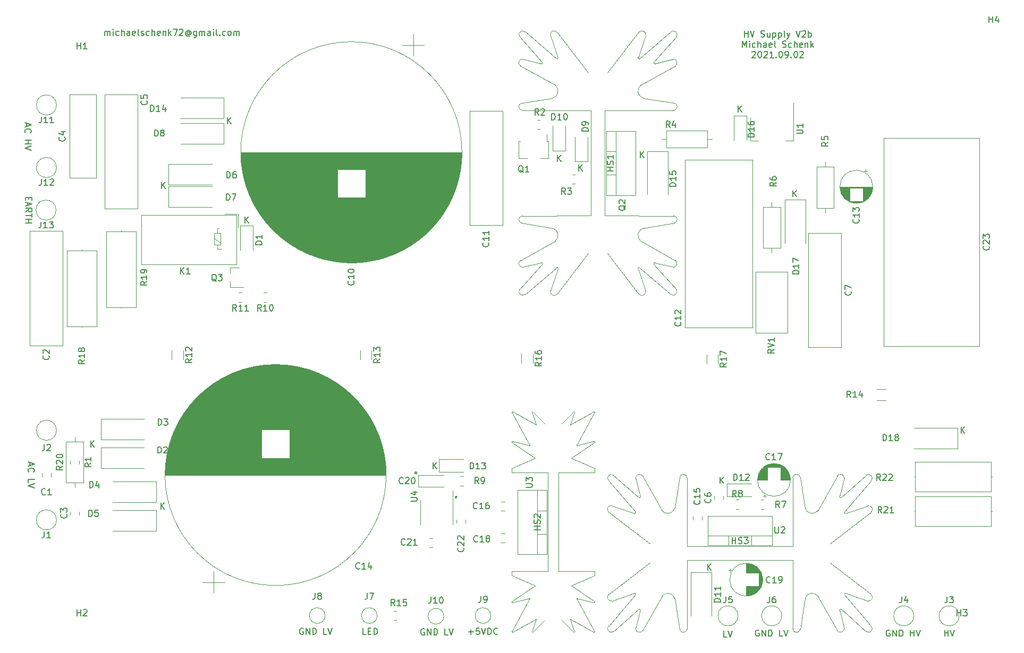
<source format=gbr>
G04 #@! TF.GenerationSoftware,KiCad,Pcbnew,(5.1.10-1-10_14)*
G04 #@! TF.CreationDate,2021-09-02T12:48:23+02:00*
G04 #@! TF.ProjectId,hv-power-supply,68762d70-6f77-4657-922d-737570706c79,rev?*
G04 #@! TF.SameCoordinates,Original*
G04 #@! TF.FileFunction,Legend,Top*
G04 #@! TF.FilePolarity,Positive*
%FSLAX46Y46*%
G04 Gerber Fmt 4.6, Leading zero omitted, Abs format (unit mm)*
G04 Created by KiCad (PCBNEW (5.1.10-1-10_14)) date 2021-09-02 12:48:23*
%MOMM*%
%LPD*%
G01*
G04 APERTURE LIST*
%ADD10C,0.150000*%
%ADD11C,0.120000*%
G04 APERTURE END LIST*
D10*
X113157000Y-125309380D02*
X113061761Y-125357000D01*
X113014142Y-125452238D01*
X113061761Y-125547476D01*
X113157000Y-125595095D01*
X113252238Y-125547476D01*
X113299857Y-125452238D01*
X113252238Y-125357000D01*
X113157000Y-125309380D01*
X85907595Y-85605880D02*
X85907595Y-84605880D01*
X86479023Y-85605880D02*
X86050452Y-85034452D01*
X86479023Y-84605880D02*
X85907595Y-85177309D01*
X135691595Y-75763380D02*
X135691595Y-74763380D01*
X136263023Y-75763380D02*
X135834452Y-75191952D01*
X136263023Y-74763380D02*
X135691595Y-75334809D01*
X167822809Y-150566500D02*
X167727571Y-150518880D01*
X167584714Y-150518880D01*
X167441857Y-150566500D01*
X167346619Y-150661738D01*
X167299000Y-150756976D01*
X167251380Y-150947452D01*
X167251380Y-151090309D01*
X167299000Y-151280785D01*
X167346619Y-151376023D01*
X167441857Y-151471261D01*
X167584714Y-151518880D01*
X167679952Y-151518880D01*
X167822809Y-151471261D01*
X167870428Y-151423642D01*
X167870428Y-151090309D01*
X167679952Y-151090309D01*
X168299000Y-151518880D02*
X168299000Y-150518880D01*
X168870428Y-151518880D01*
X168870428Y-150518880D01*
X169346619Y-151518880D02*
X169346619Y-150518880D01*
X169584714Y-150518880D01*
X169727571Y-150566500D01*
X169822809Y-150661738D01*
X169870428Y-150756976D01*
X169918047Y-150947452D01*
X169918047Y-151090309D01*
X169870428Y-151280785D01*
X169822809Y-151376023D01*
X169727571Y-151471261D01*
X169584714Y-151518880D01*
X169346619Y-151518880D01*
X171584714Y-151518880D02*
X171108523Y-151518880D01*
X171108523Y-150518880D01*
X171775190Y-150518880D02*
X172108523Y-151518880D01*
X172441857Y-150518880D01*
X139120595Y-77287380D02*
X139120595Y-76287380D01*
X139692023Y-77287380D02*
X139263452Y-76715952D01*
X139692023Y-76287380D02*
X139120595Y-76858809D01*
X164520595Y-67889380D02*
X164520595Y-66889380D01*
X165092023Y-67889380D02*
X164663452Y-67317952D01*
X165092023Y-66889380D02*
X164520595Y-67460809D01*
X148899595Y-75191880D02*
X148899595Y-74191880D01*
X149471023Y-75191880D02*
X149042452Y-74620452D01*
X149471023Y-74191880D02*
X148899595Y-74763309D01*
X173220095Y-81414880D02*
X173220095Y-80414880D01*
X173791523Y-81414880D02*
X173362952Y-80843452D01*
X173791523Y-80414880D02*
X173220095Y-80986309D01*
X200017095Y-119133880D02*
X200017095Y-118133880D01*
X200588523Y-119133880D02*
X200159952Y-118562452D01*
X200588523Y-118133880D02*
X200017095Y-118705309D01*
X161599595Y-127134880D02*
X161599595Y-126134880D01*
X162171023Y-127134880D02*
X161742452Y-126563452D01*
X162171023Y-126134880D02*
X161599595Y-126706309D01*
X159631095Y-140977880D02*
X159631095Y-139977880D01*
X160202523Y-140977880D02*
X159773952Y-140406452D01*
X160202523Y-139977880D02*
X159631095Y-140549309D01*
X115879595Y-124785380D02*
X115879595Y-123785380D01*
X116451023Y-124785380D02*
X116022452Y-124213952D01*
X116451023Y-123785380D02*
X115879595Y-124356809D01*
X72509095Y-131262380D02*
X72509095Y-130262380D01*
X73080523Y-131262380D02*
X72651952Y-130690952D01*
X73080523Y-130262380D02*
X72509095Y-130833809D01*
X61333095Y-121356380D02*
X61333095Y-120356380D01*
X61904523Y-121356380D02*
X61475952Y-120784952D01*
X61904523Y-120356380D02*
X61333095Y-120927809D01*
X72636095Y-80081380D02*
X72636095Y-79081380D01*
X73207523Y-80081380D02*
X72778952Y-79509952D01*
X73207523Y-79081380D02*
X72636095Y-79652809D01*
X83113595Y-69794380D02*
X83113595Y-68794380D01*
X83685023Y-69794380D02*
X83256452Y-69222952D01*
X83685023Y-68794380D02*
X83113595Y-69365809D01*
X119570500Y-129182880D02*
X119475261Y-129230500D01*
X119427642Y-129325738D01*
X119475261Y-129420976D01*
X119570500Y-129468595D01*
X119665738Y-129420976D01*
X119713357Y-129325738D01*
X119665738Y-129230500D01*
X119570500Y-129182880D01*
X51506428Y-81518380D02*
X51506428Y-81851714D01*
X50982619Y-81994571D02*
X50982619Y-81518380D01*
X51982619Y-81518380D01*
X51982619Y-81994571D01*
X51268333Y-82375523D02*
X51268333Y-82851714D01*
X50982619Y-82280285D02*
X51982619Y-82613619D01*
X50982619Y-82946952D01*
X50982619Y-83851714D02*
X51458809Y-83518380D01*
X50982619Y-83280285D02*
X51982619Y-83280285D01*
X51982619Y-83661238D01*
X51935000Y-83756476D01*
X51887380Y-83804095D01*
X51792142Y-83851714D01*
X51649285Y-83851714D01*
X51554047Y-83804095D01*
X51506428Y-83756476D01*
X51458809Y-83661238D01*
X51458809Y-83280285D01*
X51982619Y-84137428D02*
X51982619Y-84708857D01*
X50982619Y-84423142D02*
X51982619Y-84423142D01*
X50982619Y-85042190D02*
X51982619Y-85042190D01*
X51506428Y-85042190D02*
X51506428Y-85613619D01*
X50982619Y-85613619D02*
X51982619Y-85613619D01*
X51141333Y-69747071D02*
X51141333Y-70223261D01*
X50855619Y-69651833D02*
X51855619Y-69985166D01*
X50855619Y-70318500D01*
X50950857Y-71223261D02*
X50903238Y-71175642D01*
X50855619Y-71032785D01*
X50855619Y-70937547D01*
X50903238Y-70794690D01*
X50998476Y-70699452D01*
X51093714Y-70651833D01*
X51284190Y-70604214D01*
X51427047Y-70604214D01*
X51617523Y-70651833D01*
X51712761Y-70699452D01*
X51808000Y-70794690D01*
X51855619Y-70937547D01*
X51855619Y-71032785D01*
X51808000Y-71175642D01*
X51760380Y-71223261D01*
X50855619Y-72413738D02*
X51855619Y-72413738D01*
X51379428Y-72413738D02*
X51379428Y-72985166D01*
X50855619Y-72985166D02*
X51855619Y-72985166D01*
X51855619Y-73318500D02*
X50855619Y-73651833D01*
X51855619Y-73985166D01*
X51649333Y-123841119D02*
X51649333Y-124317309D01*
X51363619Y-123745880D02*
X52363619Y-124079214D01*
X51363619Y-124412547D01*
X51458857Y-125317309D02*
X51411238Y-125269690D01*
X51363619Y-125126833D01*
X51363619Y-125031595D01*
X51411238Y-124888738D01*
X51506476Y-124793500D01*
X51601714Y-124745880D01*
X51792190Y-124698261D01*
X51935047Y-124698261D01*
X52125523Y-124745880D01*
X52220761Y-124793500D01*
X52316000Y-124888738D01*
X52363619Y-125031595D01*
X52363619Y-125126833D01*
X52316000Y-125269690D01*
X52268380Y-125317309D01*
X51363619Y-126983976D02*
X51363619Y-126507785D01*
X52363619Y-126507785D01*
X52363619Y-127174452D02*
X51363619Y-127507785D01*
X52363619Y-127841119D01*
X105224342Y-151226780D02*
X104748152Y-151226780D01*
X104748152Y-150226780D01*
X105557676Y-150702971D02*
X105891009Y-150702971D01*
X106033866Y-151226780D02*
X105557676Y-151226780D01*
X105557676Y-150226780D01*
X106033866Y-150226780D01*
X106462438Y-151226780D02*
X106462438Y-150226780D01*
X106700533Y-150226780D01*
X106843390Y-150274400D01*
X106938628Y-150369638D01*
X106986247Y-150464876D01*
X107033866Y-150655352D01*
X107033866Y-150798209D01*
X106986247Y-150988685D01*
X106938628Y-151083923D01*
X106843390Y-151179161D01*
X106700533Y-151226780D01*
X106462438Y-151226780D01*
X121564685Y-150845828D02*
X122326590Y-150845828D01*
X121945638Y-151226780D02*
X121945638Y-150464876D01*
X123278971Y-150226780D02*
X122802780Y-150226780D01*
X122755161Y-150702971D01*
X122802780Y-150655352D01*
X122898019Y-150607733D01*
X123136114Y-150607733D01*
X123231352Y-150655352D01*
X123278971Y-150702971D01*
X123326590Y-150798209D01*
X123326590Y-151036304D01*
X123278971Y-151131542D01*
X123231352Y-151179161D01*
X123136114Y-151226780D01*
X122898019Y-151226780D01*
X122802780Y-151179161D01*
X122755161Y-151131542D01*
X123612304Y-150226780D02*
X123945638Y-151226780D01*
X124278971Y-150226780D01*
X124612304Y-151226780D02*
X124612304Y-150226780D01*
X124850400Y-150226780D01*
X124993257Y-150274400D01*
X125088495Y-150369638D01*
X125136114Y-150464876D01*
X125183733Y-150655352D01*
X125183733Y-150798209D01*
X125136114Y-150988685D01*
X125088495Y-151083923D01*
X124993257Y-151179161D01*
X124850400Y-151226780D01*
X124612304Y-151226780D01*
X126183733Y-151131542D02*
X126136114Y-151179161D01*
X125993257Y-151226780D01*
X125898019Y-151226780D01*
X125755161Y-151179161D01*
X125659923Y-151083923D01*
X125612304Y-150988685D01*
X125564685Y-150798209D01*
X125564685Y-150655352D01*
X125612304Y-150464876D01*
X125659923Y-150369638D01*
X125755161Y-150274400D01*
X125898019Y-150226780D01*
X125993257Y-150226780D01*
X126136114Y-150274400D01*
X126183733Y-150322019D01*
X95204209Y-150274400D02*
X95108971Y-150226780D01*
X94966114Y-150226780D01*
X94823257Y-150274400D01*
X94728019Y-150369638D01*
X94680400Y-150464876D01*
X94632780Y-150655352D01*
X94632780Y-150798209D01*
X94680400Y-150988685D01*
X94728019Y-151083923D01*
X94823257Y-151179161D01*
X94966114Y-151226780D01*
X95061352Y-151226780D01*
X95204209Y-151179161D01*
X95251828Y-151131542D01*
X95251828Y-150798209D01*
X95061352Y-150798209D01*
X95680400Y-151226780D02*
X95680400Y-150226780D01*
X96251828Y-151226780D01*
X96251828Y-150226780D01*
X96728019Y-151226780D02*
X96728019Y-150226780D01*
X96966114Y-150226780D01*
X97108971Y-150274400D01*
X97204209Y-150369638D01*
X97251828Y-150464876D01*
X97299447Y-150655352D01*
X97299447Y-150798209D01*
X97251828Y-150988685D01*
X97204209Y-151083923D01*
X97108971Y-151179161D01*
X96966114Y-151226780D01*
X96728019Y-151226780D01*
X98966114Y-151226780D02*
X98489923Y-151226780D01*
X98489923Y-150226780D01*
X99156590Y-150226780D02*
X99489923Y-151226780D01*
X99823257Y-150226780D01*
X114508209Y-150376000D02*
X114412971Y-150328380D01*
X114270114Y-150328380D01*
X114127257Y-150376000D01*
X114032019Y-150471238D01*
X113984400Y-150566476D01*
X113936780Y-150756952D01*
X113936780Y-150899809D01*
X113984400Y-151090285D01*
X114032019Y-151185523D01*
X114127257Y-151280761D01*
X114270114Y-151328380D01*
X114365352Y-151328380D01*
X114508209Y-151280761D01*
X114555828Y-151233142D01*
X114555828Y-150899809D01*
X114365352Y-150899809D01*
X114984400Y-151328380D02*
X114984400Y-150328380D01*
X115555828Y-151328380D01*
X115555828Y-150328380D01*
X116032019Y-151328380D02*
X116032019Y-150328380D01*
X116270114Y-150328380D01*
X116412971Y-150376000D01*
X116508209Y-150471238D01*
X116555828Y-150566476D01*
X116603447Y-150756952D01*
X116603447Y-150899809D01*
X116555828Y-151090285D01*
X116508209Y-151185523D01*
X116412971Y-151280761D01*
X116270114Y-151328380D01*
X116032019Y-151328380D01*
X118270114Y-151328380D02*
X117793923Y-151328380D01*
X117793923Y-150328380D01*
X118460590Y-150328380D02*
X118793923Y-151328380D01*
X119127257Y-150328380D01*
X162694952Y-151645880D02*
X162218761Y-151645880D01*
X162218761Y-150645880D01*
X162885428Y-150645880D02*
X163218761Y-151645880D01*
X163552095Y-150645880D01*
X197405714Y-151518880D02*
X197405714Y-150518880D01*
X197405714Y-150995071D02*
X197977142Y-150995071D01*
X197977142Y-151518880D02*
X197977142Y-150518880D01*
X198310476Y-150518880D02*
X198643809Y-151518880D01*
X198977142Y-150518880D01*
X188658761Y-150566500D02*
X188563523Y-150518880D01*
X188420666Y-150518880D01*
X188277809Y-150566500D01*
X188182571Y-150661738D01*
X188134952Y-150756976D01*
X188087333Y-150947452D01*
X188087333Y-151090309D01*
X188134952Y-151280785D01*
X188182571Y-151376023D01*
X188277809Y-151471261D01*
X188420666Y-151518880D01*
X188515904Y-151518880D01*
X188658761Y-151471261D01*
X188706380Y-151423642D01*
X188706380Y-151090309D01*
X188515904Y-151090309D01*
X189134952Y-151518880D02*
X189134952Y-150518880D01*
X189706380Y-151518880D01*
X189706380Y-150518880D01*
X190182571Y-151518880D02*
X190182571Y-150518880D01*
X190420666Y-150518880D01*
X190563523Y-150566500D01*
X190658761Y-150661738D01*
X190706380Y-150756976D01*
X190754000Y-150947452D01*
X190754000Y-151090309D01*
X190706380Y-151280785D01*
X190658761Y-151376023D01*
X190563523Y-151471261D01*
X190420666Y-151518880D01*
X190182571Y-151518880D01*
X191944476Y-151518880D02*
X191944476Y-150518880D01*
X191944476Y-150995071D02*
X192515904Y-150995071D01*
X192515904Y-151518880D02*
X192515904Y-150518880D01*
X192849238Y-150518880D02*
X193182571Y-151518880D01*
X193515904Y-150518880D01*
X165505476Y-55952380D02*
X165505476Y-54952380D01*
X165505476Y-55428571D02*
X166076904Y-55428571D01*
X166076904Y-55952380D02*
X166076904Y-54952380D01*
X166410238Y-54952380D02*
X166743571Y-55952380D01*
X167076904Y-54952380D01*
X168124523Y-55904761D02*
X168267380Y-55952380D01*
X168505476Y-55952380D01*
X168600714Y-55904761D01*
X168648333Y-55857142D01*
X168695952Y-55761904D01*
X168695952Y-55666666D01*
X168648333Y-55571428D01*
X168600714Y-55523809D01*
X168505476Y-55476190D01*
X168315000Y-55428571D01*
X168219761Y-55380952D01*
X168172142Y-55333333D01*
X168124523Y-55238095D01*
X168124523Y-55142857D01*
X168172142Y-55047619D01*
X168219761Y-55000000D01*
X168315000Y-54952380D01*
X168553095Y-54952380D01*
X168695952Y-55000000D01*
X169553095Y-55285714D02*
X169553095Y-55952380D01*
X169124523Y-55285714D02*
X169124523Y-55809523D01*
X169172142Y-55904761D01*
X169267380Y-55952380D01*
X169410238Y-55952380D01*
X169505476Y-55904761D01*
X169553095Y-55857142D01*
X170029285Y-55285714D02*
X170029285Y-56285714D01*
X170029285Y-55333333D02*
X170124523Y-55285714D01*
X170315000Y-55285714D01*
X170410238Y-55333333D01*
X170457857Y-55380952D01*
X170505476Y-55476190D01*
X170505476Y-55761904D01*
X170457857Y-55857142D01*
X170410238Y-55904761D01*
X170315000Y-55952380D01*
X170124523Y-55952380D01*
X170029285Y-55904761D01*
X170934047Y-55285714D02*
X170934047Y-56285714D01*
X170934047Y-55333333D02*
X171029285Y-55285714D01*
X171219761Y-55285714D01*
X171315000Y-55333333D01*
X171362619Y-55380952D01*
X171410238Y-55476190D01*
X171410238Y-55761904D01*
X171362619Y-55857142D01*
X171315000Y-55904761D01*
X171219761Y-55952380D01*
X171029285Y-55952380D01*
X170934047Y-55904761D01*
X171981666Y-55952380D02*
X171886428Y-55904761D01*
X171838809Y-55809523D01*
X171838809Y-54952380D01*
X172267380Y-55285714D02*
X172505476Y-55952380D01*
X172743571Y-55285714D02*
X172505476Y-55952380D01*
X172410238Y-56190476D01*
X172362619Y-56238095D01*
X172267380Y-56285714D01*
X173743571Y-54952380D02*
X174076904Y-55952380D01*
X174410238Y-54952380D01*
X174695952Y-55047619D02*
X174743571Y-55000000D01*
X174838809Y-54952380D01*
X175076904Y-54952380D01*
X175172142Y-55000000D01*
X175219761Y-55047619D01*
X175267380Y-55142857D01*
X175267380Y-55238095D01*
X175219761Y-55380952D01*
X174648333Y-55952380D01*
X175267380Y-55952380D01*
X175695952Y-55952380D02*
X175695952Y-54952380D01*
X175695952Y-55333333D02*
X175791190Y-55285714D01*
X175981666Y-55285714D01*
X176076904Y-55333333D01*
X176124523Y-55380952D01*
X176172142Y-55476190D01*
X176172142Y-55761904D01*
X176124523Y-55857142D01*
X176076904Y-55904761D01*
X175981666Y-55952380D01*
X175791190Y-55952380D01*
X175695952Y-55904761D01*
X165195952Y-57602380D02*
X165195952Y-56602380D01*
X165529285Y-57316666D01*
X165862619Y-56602380D01*
X165862619Y-57602380D01*
X166338809Y-57602380D02*
X166338809Y-56935714D01*
X166338809Y-56602380D02*
X166291190Y-56650000D01*
X166338809Y-56697619D01*
X166386428Y-56650000D01*
X166338809Y-56602380D01*
X166338809Y-56697619D01*
X167243571Y-57554761D02*
X167148333Y-57602380D01*
X166957857Y-57602380D01*
X166862619Y-57554761D01*
X166815000Y-57507142D01*
X166767380Y-57411904D01*
X166767380Y-57126190D01*
X166815000Y-57030952D01*
X166862619Y-56983333D01*
X166957857Y-56935714D01*
X167148333Y-56935714D01*
X167243571Y-56983333D01*
X167672142Y-57602380D02*
X167672142Y-56602380D01*
X168100714Y-57602380D02*
X168100714Y-57078571D01*
X168053095Y-56983333D01*
X167957857Y-56935714D01*
X167815000Y-56935714D01*
X167719761Y-56983333D01*
X167672142Y-57030952D01*
X169005476Y-57602380D02*
X169005476Y-57078571D01*
X168957857Y-56983333D01*
X168862619Y-56935714D01*
X168672142Y-56935714D01*
X168576904Y-56983333D01*
X169005476Y-57554761D02*
X168910238Y-57602380D01*
X168672142Y-57602380D01*
X168576904Y-57554761D01*
X168529285Y-57459523D01*
X168529285Y-57364285D01*
X168576904Y-57269047D01*
X168672142Y-57221428D01*
X168910238Y-57221428D01*
X169005476Y-57173809D01*
X169862619Y-57554761D02*
X169767380Y-57602380D01*
X169576904Y-57602380D01*
X169481666Y-57554761D01*
X169434047Y-57459523D01*
X169434047Y-57078571D01*
X169481666Y-56983333D01*
X169576904Y-56935714D01*
X169767380Y-56935714D01*
X169862619Y-56983333D01*
X169910238Y-57078571D01*
X169910238Y-57173809D01*
X169434047Y-57269047D01*
X170481666Y-57602380D02*
X170386428Y-57554761D01*
X170338809Y-57459523D01*
X170338809Y-56602380D01*
X171576904Y-57554761D02*
X171719761Y-57602380D01*
X171957857Y-57602380D01*
X172053095Y-57554761D01*
X172100714Y-57507142D01*
X172148333Y-57411904D01*
X172148333Y-57316666D01*
X172100714Y-57221428D01*
X172053095Y-57173809D01*
X171957857Y-57126190D01*
X171767380Y-57078571D01*
X171672142Y-57030952D01*
X171624523Y-56983333D01*
X171576904Y-56888095D01*
X171576904Y-56792857D01*
X171624523Y-56697619D01*
X171672142Y-56650000D01*
X171767380Y-56602380D01*
X172005476Y-56602380D01*
X172148333Y-56650000D01*
X173005476Y-57554761D02*
X172910238Y-57602380D01*
X172719761Y-57602380D01*
X172624523Y-57554761D01*
X172576904Y-57507142D01*
X172529285Y-57411904D01*
X172529285Y-57126190D01*
X172576904Y-57030952D01*
X172624523Y-56983333D01*
X172719761Y-56935714D01*
X172910238Y-56935714D01*
X173005476Y-56983333D01*
X173434047Y-57602380D02*
X173434047Y-56602380D01*
X173862619Y-57602380D02*
X173862619Y-57078571D01*
X173815000Y-56983333D01*
X173719761Y-56935714D01*
X173576904Y-56935714D01*
X173481666Y-56983333D01*
X173434047Y-57030952D01*
X174719761Y-57554761D02*
X174624523Y-57602380D01*
X174434047Y-57602380D01*
X174338809Y-57554761D01*
X174291190Y-57459523D01*
X174291190Y-57078571D01*
X174338809Y-56983333D01*
X174434047Y-56935714D01*
X174624523Y-56935714D01*
X174719761Y-56983333D01*
X174767380Y-57078571D01*
X174767380Y-57173809D01*
X174291190Y-57269047D01*
X175195952Y-56935714D02*
X175195952Y-57602380D01*
X175195952Y-57030952D02*
X175243571Y-56983333D01*
X175338809Y-56935714D01*
X175481666Y-56935714D01*
X175576904Y-56983333D01*
X175624523Y-57078571D01*
X175624523Y-57602380D01*
X176100714Y-57602380D02*
X176100714Y-56602380D01*
X176195952Y-57221428D02*
X176481666Y-57602380D01*
X176481666Y-56935714D02*
X176100714Y-57316666D01*
X166719761Y-58347619D02*
X166767380Y-58300000D01*
X166862619Y-58252380D01*
X167100714Y-58252380D01*
X167195952Y-58300000D01*
X167243571Y-58347619D01*
X167291190Y-58442857D01*
X167291190Y-58538095D01*
X167243571Y-58680952D01*
X166672142Y-59252380D01*
X167291190Y-59252380D01*
X167910238Y-58252380D02*
X168005476Y-58252380D01*
X168100714Y-58300000D01*
X168148333Y-58347619D01*
X168195952Y-58442857D01*
X168243571Y-58633333D01*
X168243571Y-58871428D01*
X168195952Y-59061904D01*
X168148333Y-59157142D01*
X168100714Y-59204761D01*
X168005476Y-59252380D01*
X167910238Y-59252380D01*
X167815000Y-59204761D01*
X167767380Y-59157142D01*
X167719761Y-59061904D01*
X167672142Y-58871428D01*
X167672142Y-58633333D01*
X167719761Y-58442857D01*
X167767380Y-58347619D01*
X167815000Y-58300000D01*
X167910238Y-58252380D01*
X168624523Y-58347619D02*
X168672142Y-58300000D01*
X168767380Y-58252380D01*
X169005476Y-58252380D01*
X169100714Y-58300000D01*
X169148333Y-58347619D01*
X169195952Y-58442857D01*
X169195952Y-58538095D01*
X169148333Y-58680952D01*
X168576904Y-59252380D01*
X169195952Y-59252380D01*
X170148333Y-59252380D02*
X169576904Y-59252380D01*
X169862619Y-59252380D02*
X169862619Y-58252380D01*
X169767380Y-58395238D01*
X169672142Y-58490476D01*
X169576904Y-58538095D01*
X170576904Y-59157142D02*
X170624523Y-59204761D01*
X170576904Y-59252380D01*
X170529285Y-59204761D01*
X170576904Y-59157142D01*
X170576904Y-59252380D01*
X171243571Y-58252380D02*
X171338809Y-58252380D01*
X171434047Y-58300000D01*
X171481666Y-58347619D01*
X171529285Y-58442857D01*
X171576904Y-58633333D01*
X171576904Y-58871428D01*
X171529285Y-59061904D01*
X171481666Y-59157142D01*
X171434047Y-59204761D01*
X171338809Y-59252380D01*
X171243571Y-59252380D01*
X171148333Y-59204761D01*
X171100714Y-59157142D01*
X171053095Y-59061904D01*
X171005476Y-58871428D01*
X171005476Y-58633333D01*
X171053095Y-58442857D01*
X171100714Y-58347619D01*
X171148333Y-58300000D01*
X171243571Y-58252380D01*
X172053095Y-59252380D02*
X172243571Y-59252380D01*
X172338809Y-59204761D01*
X172386428Y-59157142D01*
X172481666Y-59014285D01*
X172529285Y-58823809D01*
X172529285Y-58442857D01*
X172481666Y-58347619D01*
X172434047Y-58300000D01*
X172338809Y-58252380D01*
X172148333Y-58252380D01*
X172053095Y-58300000D01*
X172005476Y-58347619D01*
X171957857Y-58442857D01*
X171957857Y-58680952D01*
X172005476Y-58776190D01*
X172053095Y-58823809D01*
X172148333Y-58871428D01*
X172338809Y-58871428D01*
X172434047Y-58823809D01*
X172481666Y-58776190D01*
X172529285Y-58680952D01*
X172957857Y-59157142D02*
X173005476Y-59204761D01*
X172957857Y-59252380D01*
X172910238Y-59204761D01*
X172957857Y-59157142D01*
X172957857Y-59252380D01*
X173624523Y-58252380D02*
X173719761Y-58252380D01*
X173815000Y-58300000D01*
X173862619Y-58347619D01*
X173910238Y-58442857D01*
X173957857Y-58633333D01*
X173957857Y-58871428D01*
X173910238Y-59061904D01*
X173862619Y-59157142D01*
X173815000Y-59204761D01*
X173719761Y-59252380D01*
X173624523Y-59252380D01*
X173529285Y-59204761D01*
X173481666Y-59157142D01*
X173434047Y-59061904D01*
X173386428Y-58871428D01*
X173386428Y-58633333D01*
X173434047Y-58442857D01*
X173481666Y-58347619D01*
X173529285Y-58300000D01*
X173624523Y-58252380D01*
X174338809Y-58347619D02*
X174386428Y-58300000D01*
X174481666Y-58252380D01*
X174719761Y-58252380D01*
X174815000Y-58300000D01*
X174862619Y-58347619D01*
X174910238Y-58442857D01*
X174910238Y-58538095D01*
X174862619Y-58680952D01*
X174291190Y-59252380D01*
X174910238Y-59252380D01*
X63580714Y-55697380D02*
X63580714Y-55030714D01*
X63580714Y-55125952D02*
X63628333Y-55078333D01*
X63723571Y-55030714D01*
X63866428Y-55030714D01*
X63961666Y-55078333D01*
X64009285Y-55173571D01*
X64009285Y-55697380D01*
X64009285Y-55173571D02*
X64056904Y-55078333D01*
X64152142Y-55030714D01*
X64295000Y-55030714D01*
X64390238Y-55078333D01*
X64437857Y-55173571D01*
X64437857Y-55697380D01*
X64914047Y-55697380D02*
X64914047Y-55030714D01*
X64914047Y-54697380D02*
X64866428Y-54745000D01*
X64914047Y-54792619D01*
X64961666Y-54745000D01*
X64914047Y-54697380D01*
X64914047Y-54792619D01*
X65818809Y-55649761D02*
X65723571Y-55697380D01*
X65533095Y-55697380D01*
X65437857Y-55649761D01*
X65390238Y-55602142D01*
X65342619Y-55506904D01*
X65342619Y-55221190D01*
X65390238Y-55125952D01*
X65437857Y-55078333D01*
X65533095Y-55030714D01*
X65723571Y-55030714D01*
X65818809Y-55078333D01*
X66247380Y-55697380D02*
X66247380Y-54697380D01*
X66675952Y-55697380D02*
X66675952Y-55173571D01*
X66628333Y-55078333D01*
X66533095Y-55030714D01*
X66390238Y-55030714D01*
X66295000Y-55078333D01*
X66247380Y-55125952D01*
X67580714Y-55697380D02*
X67580714Y-55173571D01*
X67533095Y-55078333D01*
X67437857Y-55030714D01*
X67247380Y-55030714D01*
X67152142Y-55078333D01*
X67580714Y-55649761D02*
X67485476Y-55697380D01*
X67247380Y-55697380D01*
X67152142Y-55649761D01*
X67104523Y-55554523D01*
X67104523Y-55459285D01*
X67152142Y-55364047D01*
X67247380Y-55316428D01*
X67485476Y-55316428D01*
X67580714Y-55268809D01*
X68437857Y-55649761D02*
X68342619Y-55697380D01*
X68152142Y-55697380D01*
X68056904Y-55649761D01*
X68009285Y-55554523D01*
X68009285Y-55173571D01*
X68056904Y-55078333D01*
X68152142Y-55030714D01*
X68342619Y-55030714D01*
X68437857Y-55078333D01*
X68485476Y-55173571D01*
X68485476Y-55268809D01*
X68009285Y-55364047D01*
X69056904Y-55697380D02*
X68961666Y-55649761D01*
X68914047Y-55554523D01*
X68914047Y-54697380D01*
X69390238Y-55649761D02*
X69485476Y-55697380D01*
X69675952Y-55697380D01*
X69771190Y-55649761D01*
X69818809Y-55554523D01*
X69818809Y-55506904D01*
X69771190Y-55411666D01*
X69675952Y-55364047D01*
X69533095Y-55364047D01*
X69437857Y-55316428D01*
X69390238Y-55221190D01*
X69390238Y-55173571D01*
X69437857Y-55078333D01*
X69533095Y-55030714D01*
X69675952Y-55030714D01*
X69771190Y-55078333D01*
X70675952Y-55649761D02*
X70580714Y-55697380D01*
X70390238Y-55697380D01*
X70295000Y-55649761D01*
X70247380Y-55602142D01*
X70199761Y-55506904D01*
X70199761Y-55221190D01*
X70247380Y-55125952D01*
X70295000Y-55078333D01*
X70390238Y-55030714D01*
X70580714Y-55030714D01*
X70675952Y-55078333D01*
X71104523Y-55697380D02*
X71104523Y-54697380D01*
X71533095Y-55697380D02*
X71533095Y-55173571D01*
X71485476Y-55078333D01*
X71390238Y-55030714D01*
X71247380Y-55030714D01*
X71152142Y-55078333D01*
X71104523Y-55125952D01*
X72390238Y-55649761D02*
X72295000Y-55697380D01*
X72104523Y-55697380D01*
X72009285Y-55649761D01*
X71961666Y-55554523D01*
X71961666Y-55173571D01*
X72009285Y-55078333D01*
X72104523Y-55030714D01*
X72295000Y-55030714D01*
X72390238Y-55078333D01*
X72437857Y-55173571D01*
X72437857Y-55268809D01*
X71961666Y-55364047D01*
X72866428Y-55030714D02*
X72866428Y-55697380D01*
X72866428Y-55125952D02*
X72914047Y-55078333D01*
X73009285Y-55030714D01*
X73152142Y-55030714D01*
X73247380Y-55078333D01*
X73295000Y-55173571D01*
X73295000Y-55697380D01*
X73771190Y-55697380D02*
X73771190Y-54697380D01*
X73866428Y-55316428D02*
X74152142Y-55697380D01*
X74152142Y-55030714D02*
X73771190Y-55411666D01*
X74485476Y-54697380D02*
X75152142Y-54697380D01*
X74723571Y-55697380D01*
X75485476Y-54792619D02*
X75533095Y-54745000D01*
X75628333Y-54697380D01*
X75866428Y-54697380D01*
X75961666Y-54745000D01*
X76009285Y-54792619D01*
X76056904Y-54887857D01*
X76056904Y-54983095D01*
X76009285Y-55125952D01*
X75437857Y-55697380D01*
X76056904Y-55697380D01*
X77104523Y-55221190D02*
X77056904Y-55173571D01*
X76961666Y-55125952D01*
X76866428Y-55125952D01*
X76771190Y-55173571D01*
X76723571Y-55221190D01*
X76675952Y-55316428D01*
X76675952Y-55411666D01*
X76723571Y-55506904D01*
X76771190Y-55554523D01*
X76866428Y-55602142D01*
X76961666Y-55602142D01*
X77056904Y-55554523D01*
X77104523Y-55506904D01*
X77104523Y-55125952D02*
X77104523Y-55506904D01*
X77152142Y-55554523D01*
X77199761Y-55554523D01*
X77295000Y-55506904D01*
X77342619Y-55411666D01*
X77342619Y-55173571D01*
X77247380Y-55030714D01*
X77104523Y-54935476D01*
X76914047Y-54887857D01*
X76723571Y-54935476D01*
X76580714Y-55030714D01*
X76485476Y-55173571D01*
X76437857Y-55364047D01*
X76485476Y-55554523D01*
X76580714Y-55697380D01*
X76723571Y-55792619D01*
X76914047Y-55840238D01*
X77104523Y-55792619D01*
X77247380Y-55697380D01*
X78199761Y-55030714D02*
X78199761Y-55840238D01*
X78152142Y-55935476D01*
X78104523Y-55983095D01*
X78009285Y-56030714D01*
X77866428Y-56030714D01*
X77771190Y-55983095D01*
X78199761Y-55649761D02*
X78104523Y-55697380D01*
X77914047Y-55697380D01*
X77818809Y-55649761D01*
X77771190Y-55602142D01*
X77723571Y-55506904D01*
X77723571Y-55221190D01*
X77771190Y-55125952D01*
X77818809Y-55078333D01*
X77914047Y-55030714D01*
X78104523Y-55030714D01*
X78199761Y-55078333D01*
X78675952Y-55697380D02*
X78675952Y-55030714D01*
X78675952Y-55125952D02*
X78723571Y-55078333D01*
X78818809Y-55030714D01*
X78961666Y-55030714D01*
X79056904Y-55078333D01*
X79104523Y-55173571D01*
X79104523Y-55697380D01*
X79104523Y-55173571D02*
X79152142Y-55078333D01*
X79247380Y-55030714D01*
X79390238Y-55030714D01*
X79485476Y-55078333D01*
X79533095Y-55173571D01*
X79533095Y-55697380D01*
X80437857Y-55697380D02*
X80437857Y-55173571D01*
X80390238Y-55078333D01*
X80295000Y-55030714D01*
X80104523Y-55030714D01*
X80009285Y-55078333D01*
X80437857Y-55649761D02*
X80342619Y-55697380D01*
X80104523Y-55697380D01*
X80009285Y-55649761D01*
X79961666Y-55554523D01*
X79961666Y-55459285D01*
X80009285Y-55364047D01*
X80104523Y-55316428D01*
X80342619Y-55316428D01*
X80437857Y-55268809D01*
X80914047Y-55697380D02*
X80914047Y-55030714D01*
X80914047Y-54697380D02*
X80866428Y-54745000D01*
X80914047Y-54792619D01*
X80961666Y-54745000D01*
X80914047Y-54697380D01*
X80914047Y-54792619D01*
X81533095Y-55697380D02*
X81437857Y-55649761D01*
X81390238Y-55554523D01*
X81390238Y-54697380D01*
X81914047Y-55602142D02*
X81961666Y-55649761D01*
X81914047Y-55697380D01*
X81866428Y-55649761D01*
X81914047Y-55602142D01*
X81914047Y-55697380D01*
X82818809Y-55649761D02*
X82723571Y-55697380D01*
X82533095Y-55697380D01*
X82437857Y-55649761D01*
X82390238Y-55602142D01*
X82342619Y-55506904D01*
X82342619Y-55221190D01*
X82390238Y-55125952D01*
X82437857Y-55078333D01*
X82533095Y-55030714D01*
X82723571Y-55030714D01*
X82818809Y-55078333D01*
X83390238Y-55697380D02*
X83295000Y-55649761D01*
X83247380Y-55602142D01*
X83199761Y-55506904D01*
X83199761Y-55221190D01*
X83247380Y-55125952D01*
X83295000Y-55078333D01*
X83390238Y-55030714D01*
X83533095Y-55030714D01*
X83628333Y-55078333D01*
X83675952Y-55125952D01*
X83723571Y-55221190D01*
X83723571Y-55506904D01*
X83675952Y-55602142D01*
X83628333Y-55649761D01*
X83533095Y-55697380D01*
X83390238Y-55697380D01*
X84152142Y-55697380D02*
X84152142Y-55030714D01*
X84152142Y-55125952D02*
X84199761Y-55078333D01*
X84295000Y-55030714D01*
X84437857Y-55030714D01*
X84533095Y-55078333D01*
X84580714Y-55173571D01*
X84580714Y-55697380D01*
X84580714Y-55173571D02*
X84628333Y-55078333D01*
X84723571Y-55030714D01*
X84866428Y-55030714D01*
X84961666Y-55078333D01*
X85009285Y-55173571D01*
X85009285Y-55697380D01*
D11*
X152297000Y-72263000D02*
X153067000Y-72263000D01*
X160377000Y-72263000D02*
X159607000Y-72263000D01*
X153067000Y-73633000D02*
X159607000Y-73633000D01*
X153067000Y-70893000D02*
X153067000Y-73633000D01*
X159607000Y-70893000D02*
X153067000Y-70893000D01*
X159607000Y-73633000D02*
X159607000Y-70893000D01*
X130879000Y-75319000D02*
X129569000Y-75319000D01*
X129569000Y-75319000D02*
X129569000Y-72599000D01*
X134059000Y-71459000D02*
X134059000Y-72599000D01*
X134289000Y-75319000D02*
X132979000Y-75319000D01*
X134289000Y-72599000D02*
X134289000Y-75319000D01*
X134289000Y-72599000D02*
X134059000Y-72599000D01*
X129569000Y-72599000D02*
X129799000Y-72599000D01*
X166452500Y-72497000D02*
X167712500Y-72497000D01*
X173272500Y-72497000D02*
X172012500Y-72497000D01*
X166452500Y-68737000D02*
X166452500Y-72497000D01*
X173272500Y-66487000D02*
X173272500Y-72497000D01*
X204825000Y-128481000D02*
X204825000Y-123741000D01*
X204825000Y-123741000D02*
X192685000Y-123741000D01*
X192685000Y-123741000D02*
X192685000Y-128481000D01*
X192685000Y-128481000D02*
X204825000Y-128481000D01*
X204935000Y-126111000D02*
X204825000Y-126111000D01*
X192575000Y-126111000D02*
X192685000Y-126111000D01*
X204825000Y-134005500D02*
X204825000Y-129265500D01*
X204825000Y-129265500D02*
X192685000Y-129265500D01*
X192685000Y-129265500D02*
X192685000Y-134005500D01*
X192685000Y-134005500D02*
X204825000Y-134005500D01*
X204935000Y-131635500D02*
X204825000Y-131635500D01*
X192575000Y-131635500D02*
X192685000Y-131635500D01*
X57431000Y-127031500D02*
X60171000Y-127031500D01*
X60171000Y-127031500D02*
X60171000Y-120491500D01*
X60171000Y-120491500D02*
X57431000Y-120491500D01*
X57431000Y-120491500D02*
X57431000Y-127031500D01*
X58801000Y-127801500D02*
X58801000Y-127031500D01*
X58801000Y-119721500D02*
X58801000Y-120491500D01*
X68537000Y-86957500D02*
X63797000Y-86957500D01*
X63797000Y-86957500D02*
X63797000Y-99097500D01*
X63797000Y-99097500D02*
X68537000Y-99097500D01*
X68537000Y-99097500D02*
X68537000Y-86957500D01*
X66167000Y-86847500D02*
X66167000Y-86957500D01*
X66167000Y-99207500D02*
X66167000Y-99097500D01*
X62314000Y-90005500D02*
X57574000Y-90005500D01*
X57574000Y-90005500D02*
X57574000Y-102145500D01*
X57574000Y-102145500D02*
X62314000Y-102145500D01*
X62314000Y-102145500D02*
X62314000Y-90005500D01*
X59944000Y-89895500D02*
X59944000Y-90005500D01*
X59944000Y-102255500D02*
X59944000Y-102145500D01*
X58066000Y-124036064D02*
X58066000Y-123581936D01*
X59536000Y-124036064D02*
X59536000Y-123581936D01*
X84812000Y-84188500D02*
X84812000Y-86388500D01*
X82712000Y-84188500D02*
X84812000Y-84188500D01*
X69412000Y-84388500D02*
X84612000Y-84388500D01*
X69412000Y-92188500D02*
X69412000Y-84388500D01*
X84612000Y-92188500D02*
X69412000Y-92188500D01*
X84612000Y-84388500D02*
X84612000Y-92188500D01*
X82042000Y-88734500D02*
X81026000Y-88099500D01*
X81812000Y-86488500D02*
X81534000Y-86488500D01*
X81534000Y-86488500D02*
X81534000Y-87210500D01*
X82169000Y-89750500D02*
X81534000Y-89750500D01*
X81534000Y-89750500D02*
X81534000Y-89115500D01*
X82042000Y-89115500D02*
X82042000Y-87210500D01*
X82042000Y-87210500D02*
X81026000Y-87210500D01*
X81026000Y-87210500D02*
X81026000Y-89115500D01*
X82042000Y-89115500D02*
X81026000Y-89115500D01*
X55829781Y-83566000D02*
G75*
G03*
X55829781Y-83566000I-1600781J0D01*
G01*
X55893281Y-76771500D02*
G75*
G03*
X55893281Y-76771500I-1600781J0D01*
G01*
X55893281Y-66802000D02*
G75*
G03*
X55893281Y-66802000I-1600781J0D01*
G01*
X55893281Y-118681500D02*
G75*
G03*
X55893281Y-118681500I-1600781J0D01*
G01*
X55893281Y-132969000D02*
G75*
G03*
X55893281Y-132969000I-1600781J0D01*
G01*
X138296400Y-115679200D02*
X136406400Y-117639200D01*
X138446400Y-115769200D02*
X138296400Y-115679200D01*
X137766400Y-117819200D02*
X138446400Y-115769200D01*
X141536400Y-115669200D02*
X137766400Y-117819200D01*
X141656400Y-115789200D02*
X141536400Y-115669200D01*
X138776400Y-121089200D02*
X141656400Y-115789200D01*
X141576400Y-120429200D02*
X138776400Y-121089200D01*
X141636400Y-120609200D02*
X141576400Y-120429200D01*
X137916400Y-123109200D02*
X141636400Y-120609200D01*
X141626400Y-124729200D02*
X137916400Y-123119200D01*
X141626400Y-125399200D02*
X141626400Y-124729200D01*
X135876400Y-125399200D02*
X141626400Y-125399200D01*
X135876400Y-133299200D02*
X135876400Y-125399200D01*
X128426400Y-125399200D02*
X128426400Y-124729200D01*
X134176400Y-125399200D02*
X128426400Y-125399200D01*
X134176400Y-133299200D02*
X134176400Y-125399200D01*
X128426400Y-124729200D02*
X132136400Y-123119200D01*
X131606400Y-115769200D02*
X131756400Y-115679200D01*
X128396400Y-115789200D02*
X128516400Y-115669200D01*
X128516400Y-115669200D02*
X132286400Y-117819200D01*
X132286400Y-117819200D02*
X131606400Y-115769200D01*
X131756400Y-115679200D02*
X133646400Y-117639200D01*
X131276400Y-121089200D02*
X128396400Y-115789200D01*
X132136400Y-123109200D02*
X128416400Y-120609200D01*
X128416400Y-120609200D02*
X128476400Y-120429200D01*
X128476400Y-120429200D02*
X131276400Y-121089200D01*
X135876400Y-133299200D02*
X135876400Y-141199200D01*
X141626400Y-141869200D02*
X137916400Y-143479200D01*
X141626400Y-141199200D02*
X141626400Y-141869200D01*
X135876400Y-141199200D02*
X141626400Y-141199200D01*
X134176400Y-133299200D02*
X134176400Y-141199200D01*
X132286400Y-148779200D02*
X131606400Y-150829200D01*
X128396400Y-150809200D02*
X128516400Y-150929200D01*
X131606400Y-150829200D02*
X131756400Y-150919200D01*
X128516400Y-150929200D02*
X132286400Y-148779200D01*
X131756400Y-150919200D02*
X133646400Y-148959200D01*
X132136400Y-143489200D02*
X128416400Y-145989200D01*
X128476400Y-146169200D02*
X131276400Y-145509200D01*
X128416400Y-145989200D02*
X128476400Y-146169200D01*
X131276400Y-145509200D02*
X128396400Y-150809200D01*
X128426400Y-141199200D02*
X128426400Y-141869200D01*
X134176400Y-141199200D02*
X128426400Y-141199200D01*
X128426400Y-141869200D02*
X132136400Y-143479200D01*
X141656400Y-150809200D02*
X141536400Y-150929200D01*
X138296400Y-150919200D02*
X136406400Y-148959200D01*
X137766400Y-148779200D02*
X138446400Y-150829200D01*
X138446400Y-150829200D02*
X138296400Y-150919200D01*
X141536400Y-150929200D02*
X137766400Y-148779200D01*
X138776400Y-145509200D02*
X141656400Y-150809200D01*
X141576400Y-146169200D02*
X138776400Y-145509200D01*
X141636400Y-145989200D02*
X141576400Y-146169200D01*
X137916400Y-143489200D02*
X141636400Y-145989200D01*
X135646500Y-96963000D02*
X140656500Y-90453000D01*
X135806500Y-92883000D02*
X134586500Y-96443000D01*
X130606500Y-96963000D02*
X135586500Y-92713000D01*
X133276500Y-92183000D02*
X129686500Y-96213000D01*
X130136500Y-92683000D02*
X133126500Y-91933000D01*
X135376500Y-88503000D02*
X129806500Y-91593000D01*
X130016500Y-85653000D02*
X134976500Y-86463000D01*
X141066500Y-84473000D02*
X141066500Y-76073000D01*
X130106500Y-84483000D02*
X141066500Y-84473000D01*
X154336500Y-85653000D02*
X149376500Y-86463000D01*
X154246500Y-84483000D02*
X143286500Y-84473000D01*
X148976500Y-88503000D02*
X154546500Y-91593000D01*
X154216500Y-92683000D02*
X151226500Y-91933000D01*
X151076500Y-92183000D02*
X154666500Y-96213000D01*
X153746500Y-96963000D02*
X148766500Y-92713000D01*
X148546500Y-92883000D02*
X149766500Y-96443000D01*
X148706500Y-96963000D02*
X143696500Y-90453000D01*
X143286500Y-84473000D02*
X143286500Y-76073000D01*
X130106500Y-67663000D02*
X141066500Y-67673000D01*
X130016500Y-66493000D02*
X134976500Y-65683000D01*
X135376500Y-63643000D02*
X129806500Y-60553000D01*
X154246500Y-67663000D02*
X143286500Y-67673000D01*
X154336500Y-66493000D02*
X149376500Y-65683000D01*
X148976500Y-63643000D02*
X154546500Y-60553000D01*
X135806500Y-59263000D02*
X134586500Y-55703000D01*
X135646500Y-55183000D02*
X140656500Y-61693000D01*
X154216500Y-59463000D02*
X151226500Y-60213000D01*
X151076500Y-59963000D02*
X154666500Y-55933000D01*
X133276500Y-59963000D02*
X129686500Y-55933000D01*
X130136500Y-59463000D02*
X133126500Y-60213000D01*
X130606500Y-55183000D02*
X135586500Y-59433000D01*
X153746500Y-55183000D02*
X148766500Y-59433000D01*
X148546500Y-59263000D02*
X149766500Y-55703000D01*
X148706500Y-55183000D02*
X143696500Y-61693000D01*
X143286500Y-67673000D02*
X143286500Y-76073000D01*
X141066500Y-67673000D02*
X141066500Y-76073000D01*
X148705577Y-55190990D02*
G75*
G02*
X149766500Y-55713000I470923J-382010D01*
G01*
X148769344Y-59431995D02*
G75*
G02*
X148546500Y-59263000I-92844J108995D01*
G01*
X130606690Y-55189639D02*
G75*
G03*
X129706500Y-55953000I-440190J-393361D01*
G01*
X130146634Y-59465704D02*
G75*
G03*
X129816500Y-60563000I29866J-607296D01*
G01*
X133103294Y-60210261D02*
G75*
G03*
X133286500Y-59963000I73206J137261D01*
G01*
X153746495Y-55189432D02*
G75*
G02*
X154646500Y-55953000I440005J-393568D01*
G01*
X151249532Y-60210354D02*
G75*
G02*
X151066500Y-59963000I-73032J137354D01*
G01*
X154207214Y-59465746D02*
G75*
G02*
X154536500Y-60563000I-30714J-607254D01*
G01*
X135583654Y-59431994D02*
G75*
G03*
X135806500Y-59263000I92846J108994D01*
G01*
X135648042Y-55191754D02*
G75*
G03*
X134586500Y-55713000I-471542J-381246D01*
G01*
X149414923Y-65694275D02*
G75*
G02*
X148986500Y-63643000I291577J1131275D01*
G01*
X154314785Y-66494633D02*
G75*
G02*
X154216500Y-67663000I-118285J-578367D01*
G01*
X130038841Y-66494505D02*
G75*
G03*
X130136500Y-67663000I117659J-578495D01*
G01*
X134937162Y-65694511D02*
G75*
G03*
X135366500Y-63643000I-290662J1131511D01*
G01*
X153746310Y-96956361D02*
G75*
G03*
X154646500Y-96193000I440190J393361D01*
G01*
X154206366Y-92680296D02*
G75*
G03*
X154536500Y-91583000I-29866J607296D01*
G01*
X148704958Y-96954246D02*
G75*
G03*
X149766500Y-96433000I471542J381246D01*
G01*
X148769346Y-92714006D02*
G75*
G03*
X148546500Y-92883000I-92846J-108994D01*
G01*
X151249706Y-91935739D02*
G75*
G03*
X151066500Y-92183000I-73206J-137261D01*
G01*
X149415838Y-86451489D02*
G75*
G03*
X148986500Y-88503000I290662J-1131511D01*
G01*
X154314159Y-85651495D02*
G75*
G03*
X154216500Y-84483000I-117659J578495D01*
G01*
X135583656Y-92714005D02*
G75*
G02*
X135806500Y-92883000I92844J-108995D01*
G01*
X133103468Y-91935646D02*
G75*
G02*
X133286500Y-92183000I73032J-137354D01*
G01*
X135647423Y-96955010D02*
G75*
G02*
X134586500Y-96433000I-470923J382010D01*
G01*
X130606505Y-96956568D02*
G75*
G02*
X129706500Y-96193000I-440005J393568D01*
G01*
X130145786Y-92680254D02*
G75*
G02*
X129816500Y-91583000I30714J607254D01*
G01*
X130038215Y-85651367D02*
G75*
G02*
X130136500Y-84483000I118285J578367D01*
G01*
X134938077Y-86451725D02*
G75*
G02*
X135366500Y-88503000I-291577J-1131275D01*
G01*
X199448500Y-121601500D02*
X199448500Y-118301500D01*
X199448500Y-118301500D02*
X192548500Y-118301500D01*
X199448500Y-121601500D02*
X192548500Y-121601500D01*
X175259000Y-81936500D02*
X171959000Y-81936500D01*
X171959000Y-81936500D02*
X171959000Y-88836500D01*
X175259000Y-81936500D02*
X175259000Y-88836500D01*
X165846000Y-68488000D02*
X163846000Y-68488000D01*
X163846000Y-68488000D02*
X163846000Y-72388000D01*
X165846000Y-68488000D02*
X165846000Y-72388000D01*
X153288000Y-74173000D02*
X149988000Y-74173000D01*
X149988000Y-74173000D02*
X149988000Y-81073000D01*
X153288000Y-74173000D02*
X153288000Y-81073000D01*
X82545000Y-68960000D02*
X82545000Y-65660000D01*
X82545000Y-65660000D02*
X75645000Y-65660000D01*
X82545000Y-68960000D02*
X75645000Y-68960000D01*
X162747400Y-127193800D02*
X162747400Y-129193800D01*
X162747400Y-129193800D02*
X166647400Y-129193800D01*
X162747400Y-127193800D02*
X166647400Y-127193800D01*
X160298400Y-141359800D02*
X156998400Y-141359800D01*
X156998400Y-141359800D02*
X156998400Y-148259800D01*
X160298400Y-141359800D02*
X160298400Y-148259800D01*
X134953500Y-74069500D02*
X136953500Y-74069500D01*
X136953500Y-74069500D02*
X136953500Y-70169500D01*
X134953500Y-74069500D02*
X134953500Y-70169500D01*
X138509500Y-75784000D02*
X140509500Y-75784000D01*
X140509500Y-75784000D02*
X140509500Y-71884000D01*
X138509500Y-75784000D02*
X138509500Y-71884000D01*
X82545000Y-73024000D02*
X82545000Y-69724000D01*
X82545000Y-69724000D02*
X75645000Y-69724000D01*
X82545000Y-73024000D02*
X75645000Y-73024000D01*
X73745000Y-79757000D02*
X73745000Y-83057000D01*
X73745000Y-83057000D02*
X80645000Y-83057000D01*
X73745000Y-79757000D02*
X80645000Y-79757000D01*
X73745000Y-76201000D02*
X73745000Y-79501000D01*
X73745000Y-79501000D02*
X80645000Y-79501000D01*
X73745000Y-76201000D02*
X80645000Y-76201000D01*
X71750000Y-134746000D02*
X71750000Y-131446000D01*
X71750000Y-131446000D02*
X64850000Y-131446000D01*
X71750000Y-134746000D02*
X64850000Y-134746000D01*
X71750000Y-130174000D02*
X71750000Y-126874000D01*
X71750000Y-126874000D02*
X64850000Y-126874000D01*
X71750000Y-130174000D02*
X64850000Y-130174000D01*
X62950000Y-116904500D02*
X62950000Y-120204500D01*
X62950000Y-120204500D02*
X69850000Y-120204500D01*
X62950000Y-116904500D02*
X69850000Y-116904500D01*
X62950000Y-121413000D02*
X62950000Y-124713000D01*
X62950000Y-124713000D02*
X69850000Y-124713000D01*
X62950000Y-121413000D02*
X69850000Y-121413000D01*
X87169500Y-86077500D02*
X85169500Y-86077500D01*
X85169500Y-86077500D02*
X85169500Y-89977500D01*
X87169500Y-86077500D02*
X87169500Y-89977500D01*
X117586700Y-125836400D02*
X113501700Y-125836400D01*
X113501700Y-125836400D02*
X113501700Y-127706400D01*
X113501700Y-127706400D02*
X117586700Y-127706400D01*
X108425000Y-125810000D02*
G75*
G03*
X108425000Y-125810000I-17620000J0D01*
G01*
X73225000Y-125810000D02*
X108385000Y-125810000D01*
X73225000Y-125770000D02*
X108385000Y-125770000D01*
X73225000Y-125730000D02*
X108385000Y-125730000D01*
X73225000Y-125690000D02*
X108385000Y-125690000D01*
X73225000Y-125650000D02*
X108385000Y-125650000D01*
X73226000Y-125610000D02*
X108384000Y-125610000D01*
X73226000Y-125570000D02*
X108384000Y-125570000D01*
X73227000Y-125530000D02*
X108383000Y-125530000D01*
X73227000Y-125490000D02*
X108383000Y-125490000D01*
X73228000Y-125450000D02*
X108382000Y-125450000D01*
X73229000Y-125410000D02*
X108381000Y-125410000D01*
X73230000Y-125370000D02*
X108380000Y-125370000D01*
X73231000Y-125330000D02*
X108379000Y-125330000D01*
X73232000Y-125290000D02*
X108378000Y-125290000D01*
X73233000Y-125250000D02*
X108377000Y-125250000D01*
X73235000Y-125210000D02*
X108375000Y-125210000D01*
X73236000Y-125170000D02*
X108374000Y-125170000D01*
X73238000Y-125130000D02*
X108372000Y-125130000D01*
X73239000Y-125089000D02*
X108371000Y-125089000D01*
X73241000Y-125049000D02*
X108369000Y-125049000D01*
X73243000Y-125009000D02*
X108367000Y-125009000D01*
X73245000Y-124969000D02*
X108365000Y-124969000D01*
X73246000Y-124929000D02*
X108364000Y-124929000D01*
X73249000Y-124889000D02*
X108361000Y-124889000D01*
X73251000Y-124849000D02*
X108359000Y-124849000D01*
X73253000Y-124809000D02*
X108357000Y-124809000D01*
X73255000Y-124769000D02*
X108355000Y-124769000D01*
X73258000Y-124729000D02*
X108352000Y-124729000D01*
X73260000Y-124689000D02*
X108350000Y-124689000D01*
X73263000Y-124649000D02*
X108347000Y-124649000D01*
X73265000Y-124609000D02*
X108345000Y-124609000D01*
X73268000Y-124569000D02*
X108342000Y-124569000D01*
X73271000Y-124529000D02*
X108339000Y-124529000D01*
X73274000Y-124489000D02*
X108336000Y-124489000D01*
X73277000Y-124449000D02*
X108333000Y-124449000D01*
X73280000Y-124409000D02*
X108330000Y-124409000D01*
X73283000Y-124369000D02*
X108327000Y-124369000D01*
X73287000Y-124329000D02*
X108323000Y-124329000D01*
X73290000Y-124289000D02*
X108320000Y-124289000D01*
X73294000Y-124249000D02*
X108316000Y-124249000D01*
X73297000Y-124209000D02*
X108313000Y-124209000D01*
X73301000Y-124169000D02*
X108309000Y-124169000D01*
X73305000Y-124129000D02*
X108305000Y-124129000D01*
X73309000Y-124089000D02*
X108301000Y-124089000D01*
X73313000Y-124049000D02*
X108297000Y-124049000D01*
X73317000Y-124009000D02*
X108293000Y-124009000D01*
X73321000Y-123969000D02*
X108289000Y-123969000D01*
X73325000Y-123929000D02*
X108285000Y-123929000D01*
X73329000Y-123889000D02*
X108281000Y-123889000D01*
X73334000Y-123849000D02*
X108276000Y-123849000D01*
X73338000Y-123809000D02*
X108272000Y-123809000D01*
X73343000Y-123769000D02*
X108267000Y-123769000D01*
X73348000Y-123729000D02*
X108262000Y-123729000D01*
X73353000Y-123689000D02*
X108257000Y-123689000D01*
X73357000Y-123649000D02*
X108253000Y-123649000D01*
X73362000Y-123609000D02*
X108248000Y-123609000D01*
X73367000Y-123569000D02*
X108243000Y-123569000D01*
X73373000Y-123529000D02*
X108237000Y-123529000D01*
X73378000Y-123489000D02*
X108232000Y-123489000D01*
X73383000Y-123449000D02*
X108227000Y-123449000D01*
X73389000Y-123409000D02*
X108221000Y-123409000D01*
X73394000Y-123369000D02*
X108216000Y-123369000D01*
X73400000Y-123329000D02*
X108210000Y-123329000D01*
X73406000Y-123289000D02*
X108204000Y-123289000D01*
X73411000Y-123249000D02*
X108199000Y-123249000D01*
X73417000Y-123209000D02*
X108193000Y-123209000D01*
X73423000Y-123169000D02*
X108187000Y-123169000D01*
X73430000Y-123129000D02*
X108180000Y-123129000D01*
X73436000Y-123089000D02*
X108174000Y-123089000D01*
X73442000Y-123049000D02*
X88565000Y-123049000D01*
X93045000Y-123049000D02*
X108168000Y-123049000D01*
X73448000Y-123009000D02*
X88565000Y-123009000D01*
X93045000Y-123009000D02*
X108162000Y-123009000D01*
X73455000Y-122969000D02*
X88565000Y-122969000D01*
X93045000Y-122969000D02*
X108155000Y-122969000D01*
X73461000Y-122929000D02*
X88565000Y-122929000D01*
X93045000Y-122929000D02*
X108149000Y-122929000D01*
X73468000Y-122889000D02*
X88565000Y-122889000D01*
X93045000Y-122889000D02*
X108142000Y-122889000D01*
X73475000Y-122849000D02*
X88565000Y-122849000D01*
X93045000Y-122849000D02*
X108135000Y-122849000D01*
X73482000Y-122809000D02*
X88565000Y-122809000D01*
X93045000Y-122809000D02*
X108128000Y-122809000D01*
X73489000Y-122769000D02*
X88565000Y-122769000D01*
X93045000Y-122769000D02*
X108121000Y-122769000D01*
X73496000Y-122729000D02*
X88565000Y-122729000D01*
X93045000Y-122729000D02*
X108114000Y-122729000D01*
X73503000Y-122689000D02*
X88565000Y-122689000D01*
X93045000Y-122689000D02*
X108107000Y-122689000D01*
X73510000Y-122649000D02*
X88565000Y-122649000D01*
X93045000Y-122649000D02*
X108100000Y-122649000D01*
X73518000Y-122609000D02*
X88565000Y-122609000D01*
X93045000Y-122609000D02*
X108092000Y-122609000D01*
X73525000Y-122569000D02*
X88565000Y-122569000D01*
X93045000Y-122569000D02*
X108085000Y-122569000D01*
X73532000Y-122529000D02*
X88565000Y-122529000D01*
X93045000Y-122529000D02*
X108078000Y-122529000D01*
X73540000Y-122489000D02*
X88565000Y-122489000D01*
X93045000Y-122489000D02*
X108070000Y-122489000D01*
X73548000Y-122449000D02*
X88565000Y-122449000D01*
X93045000Y-122449000D02*
X108062000Y-122449000D01*
X73556000Y-122409000D02*
X88565000Y-122409000D01*
X93045000Y-122409000D02*
X108054000Y-122409000D01*
X73564000Y-122369000D02*
X88565000Y-122369000D01*
X93045000Y-122369000D02*
X108046000Y-122369000D01*
X73572000Y-122329000D02*
X88565000Y-122329000D01*
X93045000Y-122329000D02*
X108038000Y-122329000D01*
X73580000Y-122289000D02*
X88565000Y-122289000D01*
X93045000Y-122289000D02*
X108030000Y-122289000D01*
X73588000Y-122249000D02*
X88565000Y-122249000D01*
X93045000Y-122249000D02*
X108022000Y-122249000D01*
X73596000Y-122209000D02*
X88565000Y-122209000D01*
X93045000Y-122209000D02*
X108014000Y-122209000D01*
X73605000Y-122169000D02*
X88565000Y-122169000D01*
X93045000Y-122169000D02*
X108005000Y-122169000D01*
X73613000Y-122129000D02*
X88565000Y-122129000D01*
X93045000Y-122129000D02*
X107997000Y-122129000D01*
X73622000Y-122089000D02*
X88565000Y-122089000D01*
X93045000Y-122089000D02*
X107988000Y-122089000D01*
X73630000Y-122049000D02*
X88565000Y-122049000D01*
X93045000Y-122049000D02*
X107980000Y-122049000D01*
X73639000Y-122009000D02*
X88565000Y-122009000D01*
X93045000Y-122009000D02*
X107971000Y-122009000D01*
X73648000Y-121969000D02*
X88565000Y-121969000D01*
X93045000Y-121969000D02*
X107962000Y-121969000D01*
X73657000Y-121929000D02*
X88565000Y-121929000D01*
X93045000Y-121929000D02*
X107953000Y-121929000D01*
X73666000Y-121889000D02*
X88565000Y-121889000D01*
X93045000Y-121889000D02*
X107944000Y-121889000D01*
X73675000Y-121849000D02*
X88565000Y-121849000D01*
X93045000Y-121849000D02*
X107935000Y-121849000D01*
X73685000Y-121809000D02*
X88565000Y-121809000D01*
X93045000Y-121809000D02*
X107925000Y-121809000D01*
X73694000Y-121769000D02*
X88565000Y-121769000D01*
X93045000Y-121769000D02*
X107916000Y-121769000D01*
X73703000Y-121729000D02*
X88565000Y-121729000D01*
X93045000Y-121729000D02*
X107907000Y-121729000D01*
X73713000Y-121689000D02*
X88565000Y-121689000D01*
X93045000Y-121689000D02*
X107897000Y-121689000D01*
X73723000Y-121649000D02*
X88565000Y-121649000D01*
X93045000Y-121649000D02*
X107887000Y-121649000D01*
X73732000Y-121609000D02*
X88565000Y-121609000D01*
X93045000Y-121609000D02*
X107878000Y-121609000D01*
X73742000Y-121569000D02*
X88565000Y-121569000D01*
X93045000Y-121569000D02*
X107868000Y-121569000D01*
X73752000Y-121529000D02*
X88565000Y-121529000D01*
X93045000Y-121529000D02*
X107858000Y-121529000D01*
X73762000Y-121489000D02*
X88565000Y-121489000D01*
X93045000Y-121489000D02*
X107848000Y-121489000D01*
X73772000Y-121449000D02*
X88565000Y-121449000D01*
X93045000Y-121449000D02*
X107838000Y-121449000D01*
X73783000Y-121409000D02*
X88565000Y-121409000D01*
X93045000Y-121409000D02*
X107827000Y-121409000D01*
X73793000Y-121369000D02*
X88565000Y-121369000D01*
X93045000Y-121369000D02*
X107817000Y-121369000D01*
X73804000Y-121329000D02*
X88565000Y-121329000D01*
X93045000Y-121329000D02*
X107806000Y-121329000D01*
X73814000Y-121289000D02*
X88565000Y-121289000D01*
X93045000Y-121289000D02*
X107796000Y-121289000D01*
X73825000Y-121249000D02*
X88565000Y-121249000D01*
X93045000Y-121249000D02*
X107785000Y-121249000D01*
X73836000Y-121209000D02*
X88565000Y-121209000D01*
X93045000Y-121209000D02*
X107774000Y-121209000D01*
X73846000Y-121169000D02*
X88565000Y-121169000D01*
X93045000Y-121169000D02*
X107764000Y-121169000D01*
X73857000Y-121129000D02*
X88565000Y-121129000D01*
X93045000Y-121129000D02*
X107753000Y-121129000D01*
X73868000Y-121089000D02*
X88565000Y-121089000D01*
X93045000Y-121089000D02*
X107742000Y-121089000D01*
X73880000Y-121049000D02*
X88565000Y-121049000D01*
X93045000Y-121049000D02*
X107730000Y-121049000D01*
X73891000Y-121009000D02*
X88565000Y-121009000D01*
X93045000Y-121009000D02*
X107719000Y-121009000D01*
X73902000Y-120969000D02*
X88565000Y-120969000D01*
X93045000Y-120969000D02*
X107708000Y-120969000D01*
X73914000Y-120929000D02*
X88565000Y-120929000D01*
X93045000Y-120929000D02*
X107696000Y-120929000D01*
X73925000Y-120889000D02*
X88565000Y-120889000D01*
X93045000Y-120889000D02*
X107685000Y-120889000D01*
X73937000Y-120849000D02*
X88565000Y-120849000D01*
X93045000Y-120849000D02*
X107673000Y-120849000D01*
X73949000Y-120809000D02*
X88565000Y-120809000D01*
X93045000Y-120809000D02*
X107661000Y-120809000D01*
X73961000Y-120769000D02*
X88565000Y-120769000D01*
X93045000Y-120769000D02*
X107649000Y-120769000D01*
X73973000Y-120729000D02*
X88565000Y-120729000D01*
X93045000Y-120729000D02*
X107637000Y-120729000D01*
X73985000Y-120689000D02*
X88565000Y-120689000D01*
X93045000Y-120689000D02*
X107625000Y-120689000D01*
X73997000Y-120649000D02*
X88565000Y-120649000D01*
X93045000Y-120649000D02*
X107613000Y-120649000D01*
X74009000Y-120609000D02*
X88565000Y-120609000D01*
X93045000Y-120609000D02*
X107601000Y-120609000D01*
X74022000Y-120569000D02*
X88565000Y-120569000D01*
X93045000Y-120569000D02*
X107588000Y-120569000D01*
X74034000Y-120529000D02*
X88565000Y-120529000D01*
X93045000Y-120529000D02*
X107576000Y-120529000D01*
X74047000Y-120489000D02*
X88565000Y-120489000D01*
X93045000Y-120489000D02*
X107563000Y-120489000D01*
X74060000Y-120449000D02*
X88565000Y-120449000D01*
X93045000Y-120449000D02*
X107550000Y-120449000D01*
X74072000Y-120409000D02*
X88565000Y-120409000D01*
X93045000Y-120409000D02*
X107538000Y-120409000D01*
X74085000Y-120369000D02*
X88565000Y-120369000D01*
X93045000Y-120369000D02*
X107525000Y-120369000D01*
X74098000Y-120329000D02*
X88565000Y-120329000D01*
X93045000Y-120329000D02*
X107512000Y-120329000D01*
X74111000Y-120289000D02*
X88565000Y-120289000D01*
X93045000Y-120289000D02*
X107499000Y-120289000D01*
X74125000Y-120249000D02*
X88565000Y-120249000D01*
X93045000Y-120249000D02*
X107485000Y-120249000D01*
X74138000Y-120209000D02*
X88565000Y-120209000D01*
X93045000Y-120209000D02*
X107472000Y-120209000D01*
X74152000Y-120169000D02*
X88565000Y-120169000D01*
X93045000Y-120169000D02*
X107458000Y-120169000D01*
X74165000Y-120129000D02*
X88565000Y-120129000D01*
X93045000Y-120129000D02*
X107445000Y-120129000D01*
X74179000Y-120089000D02*
X88565000Y-120089000D01*
X93045000Y-120089000D02*
X107431000Y-120089000D01*
X74193000Y-120049000D02*
X88565000Y-120049000D01*
X93045000Y-120049000D02*
X107417000Y-120049000D01*
X74206000Y-120009000D02*
X88565000Y-120009000D01*
X93045000Y-120009000D02*
X107404000Y-120009000D01*
X74220000Y-119969000D02*
X88565000Y-119969000D01*
X93045000Y-119969000D02*
X107390000Y-119969000D01*
X74235000Y-119929000D02*
X88565000Y-119929000D01*
X93045000Y-119929000D02*
X107375000Y-119929000D01*
X74249000Y-119889000D02*
X88565000Y-119889000D01*
X93045000Y-119889000D02*
X107361000Y-119889000D01*
X74263000Y-119849000D02*
X88565000Y-119849000D01*
X93045000Y-119849000D02*
X107347000Y-119849000D01*
X74278000Y-119809000D02*
X88565000Y-119809000D01*
X93045000Y-119809000D02*
X107332000Y-119809000D01*
X74292000Y-119769000D02*
X88565000Y-119769000D01*
X93045000Y-119769000D02*
X107318000Y-119769000D01*
X74307000Y-119729000D02*
X88565000Y-119729000D01*
X93045000Y-119729000D02*
X107303000Y-119729000D01*
X74321000Y-119689000D02*
X88565000Y-119689000D01*
X93045000Y-119689000D02*
X107289000Y-119689000D01*
X74336000Y-119649000D02*
X88565000Y-119649000D01*
X93045000Y-119649000D02*
X107274000Y-119649000D01*
X74351000Y-119609000D02*
X88565000Y-119609000D01*
X93045000Y-119609000D02*
X107259000Y-119609000D01*
X74366000Y-119569000D02*
X88565000Y-119569000D01*
X93045000Y-119569000D02*
X107244000Y-119569000D01*
X74382000Y-119529000D02*
X88565000Y-119529000D01*
X93045000Y-119529000D02*
X107228000Y-119529000D01*
X74397000Y-119489000D02*
X88565000Y-119489000D01*
X93045000Y-119489000D02*
X107213000Y-119489000D01*
X74412000Y-119449000D02*
X88565000Y-119449000D01*
X93045000Y-119449000D02*
X107198000Y-119449000D01*
X74428000Y-119409000D02*
X88565000Y-119409000D01*
X93045000Y-119409000D02*
X107182000Y-119409000D01*
X74444000Y-119369000D02*
X88565000Y-119369000D01*
X93045000Y-119369000D02*
X107166000Y-119369000D01*
X74459000Y-119329000D02*
X88565000Y-119329000D01*
X93045000Y-119329000D02*
X107151000Y-119329000D01*
X74475000Y-119289000D02*
X88565000Y-119289000D01*
X93045000Y-119289000D02*
X107135000Y-119289000D01*
X74491000Y-119249000D02*
X88565000Y-119249000D01*
X93045000Y-119249000D02*
X107119000Y-119249000D01*
X74507000Y-119209000D02*
X88565000Y-119209000D01*
X93045000Y-119209000D02*
X107103000Y-119209000D01*
X74524000Y-119169000D02*
X88565000Y-119169000D01*
X93045000Y-119169000D02*
X107086000Y-119169000D01*
X74540000Y-119129000D02*
X88565000Y-119129000D01*
X93045000Y-119129000D02*
X107070000Y-119129000D01*
X74556000Y-119089000D02*
X88565000Y-119089000D01*
X93045000Y-119089000D02*
X107054000Y-119089000D01*
X74573000Y-119049000D02*
X88565000Y-119049000D01*
X93045000Y-119049000D02*
X107037000Y-119049000D01*
X74590000Y-119009000D02*
X88565000Y-119009000D01*
X93045000Y-119009000D02*
X107020000Y-119009000D01*
X74606000Y-118969000D02*
X88565000Y-118969000D01*
X93045000Y-118969000D02*
X107004000Y-118969000D01*
X74623000Y-118929000D02*
X88565000Y-118929000D01*
X93045000Y-118929000D02*
X106987000Y-118929000D01*
X74640000Y-118889000D02*
X88565000Y-118889000D01*
X93045000Y-118889000D02*
X106970000Y-118889000D01*
X74657000Y-118849000D02*
X88565000Y-118849000D01*
X93045000Y-118849000D02*
X106953000Y-118849000D01*
X74675000Y-118809000D02*
X88565000Y-118809000D01*
X93045000Y-118809000D02*
X106935000Y-118809000D01*
X74692000Y-118769000D02*
X88565000Y-118769000D01*
X93045000Y-118769000D02*
X106918000Y-118769000D01*
X74710000Y-118729000D02*
X88565000Y-118729000D01*
X93045000Y-118729000D02*
X106900000Y-118729000D01*
X74727000Y-118689000D02*
X88565000Y-118689000D01*
X93045000Y-118689000D02*
X106883000Y-118689000D01*
X74745000Y-118649000D02*
X88565000Y-118649000D01*
X93045000Y-118649000D02*
X106865000Y-118649000D01*
X74763000Y-118609000D02*
X88565000Y-118609000D01*
X93045000Y-118609000D02*
X106847000Y-118609000D01*
X74781000Y-118569000D02*
X106829000Y-118569000D01*
X74799000Y-118529000D02*
X106811000Y-118529000D01*
X74817000Y-118489000D02*
X106793000Y-118489000D01*
X74835000Y-118449000D02*
X106775000Y-118449000D01*
X74854000Y-118409000D02*
X106756000Y-118409000D01*
X74872000Y-118369000D02*
X106738000Y-118369000D01*
X74891000Y-118329000D02*
X106719000Y-118329000D01*
X74910000Y-118289000D02*
X106700000Y-118289000D01*
X74929000Y-118249000D02*
X106681000Y-118249000D01*
X74948000Y-118209000D02*
X106662000Y-118209000D01*
X74967000Y-118169000D02*
X106643000Y-118169000D01*
X74986000Y-118129000D02*
X106624000Y-118129000D01*
X75006000Y-118089000D02*
X106604000Y-118089000D01*
X75025000Y-118049000D02*
X106585000Y-118049000D01*
X75045000Y-118009000D02*
X106565000Y-118009000D01*
X75065000Y-117969000D02*
X106545000Y-117969000D01*
X75085000Y-117929000D02*
X106525000Y-117929000D01*
X75105000Y-117889000D02*
X106505000Y-117889000D01*
X75125000Y-117849000D02*
X106485000Y-117849000D01*
X75145000Y-117809000D02*
X106465000Y-117809000D01*
X75166000Y-117769000D02*
X106444000Y-117769000D01*
X75186000Y-117729000D02*
X106424000Y-117729000D01*
X75207000Y-117689000D02*
X106403000Y-117689000D01*
X75228000Y-117649000D02*
X106382000Y-117649000D01*
X75249000Y-117610000D02*
X106361000Y-117610000D01*
X75270000Y-117570000D02*
X106340000Y-117570000D01*
X75291000Y-117530000D02*
X106319000Y-117530000D01*
X75313000Y-117490000D02*
X106297000Y-117490000D01*
X75334000Y-117450000D02*
X106276000Y-117450000D01*
X75356000Y-117410000D02*
X106254000Y-117410000D01*
X75377000Y-117370000D02*
X106233000Y-117370000D01*
X75399000Y-117330000D02*
X106211000Y-117330000D01*
X75421000Y-117290000D02*
X106189000Y-117290000D01*
X75444000Y-117250000D02*
X106166000Y-117250000D01*
X75466000Y-117210000D02*
X106144000Y-117210000D01*
X75488000Y-117170000D02*
X106122000Y-117170000D01*
X75511000Y-117130000D02*
X106099000Y-117130000D01*
X75534000Y-117090000D02*
X106076000Y-117090000D01*
X75556000Y-117050000D02*
X106054000Y-117050000D01*
X75579000Y-117010000D02*
X106031000Y-117010000D01*
X75602000Y-116970000D02*
X106008000Y-116970000D01*
X75626000Y-116930000D02*
X105984000Y-116930000D01*
X75649000Y-116890000D02*
X105961000Y-116890000D01*
X75673000Y-116850000D02*
X105937000Y-116850000D01*
X75696000Y-116810000D02*
X105914000Y-116810000D01*
X75720000Y-116770000D02*
X105890000Y-116770000D01*
X75744000Y-116730000D02*
X105866000Y-116730000D01*
X75768000Y-116690000D02*
X105842000Y-116690000D01*
X75793000Y-116650000D02*
X105817000Y-116650000D01*
X75817000Y-116610000D02*
X105793000Y-116610000D01*
X75842000Y-116570000D02*
X105768000Y-116570000D01*
X75866000Y-116530000D02*
X105744000Y-116530000D01*
X75891000Y-116490000D02*
X105719000Y-116490000D01*
X75916000Y-116450000D02*
X105694000Y-116450000D01*
X75941000Y-116410000D02*
X105669000Y-116410000D01*
X75967000Y-116370000D02*
X105643000Y-116370000D01*
X75992000Y-116330000D02*
X105618000Y-116330000D01*
X76018000Y-116290000D02*
X105592000Y-116290000D01*
X76043000Y-116250000D02*
X105567000Y-116250000D01*
X76069000Y-116210000D02*
X105541000Y-116210000D01*
X76095000Y-116170000D02*
X105515000Y-116170000D01*
X76122000Y-116130000D02*
X105488000Y-116130000D01*
X76148000Y-116090000D02*
X105462000Y-116090000D01*
X76175000Y-116050000D02*
X105435000Y-116050000D01*
X76201000Y-116010000D02*
X105409000Y-116010000D01*
X76228000Y-115970000D02*
X105382000Y-115970000D01*
X76255000Y-115930000D02*
X105355000Y-115930000D01*
X76282000Y-115890000D02*
X105328000Y-115890000D01*
X76310000Y-115850000D02*
X105300000Y-115850000D01*
X76337000Y-115810000D02*
X105273000Y-115810000D01*
X76365000Y-115770000D02*
X105245000Y-115770000D01*
X76393000Y-115730000D02*
X105217000Y-115730000D01*
X76421000Y-115690000D02*
X105189000Y-115690000D01*
X76449000Y-115650000D02*
X105161000Y-115650000D01*
X76477000Y-115610000D02*
X105133000Y-115610000D01*
X76506000Y-115570000D02*
X105104000Y-115570000D01*
X76534000Y-115530000D02*
X105076000Y-115530000D01*
X76563000Y-115490000D02*
X105047000Y-115490000D01*
X76592000Y-115450000D02*
X105018000Y-115450000D01*
X76621000Y-115410000D02*
X104989000Y-115410000D01*
X76650000Y-115370000D02*
X104960000Y-115370000D01*
X76680000Y-115330000D02*
X104930000Y-115330000D01*
X76710000Y-115290000D02*
X104900000Y-115290000D01*
X76740000Y-115250000D02*
X104870000Y-115250000D01*
X76770000Y-115210000D02*
X104840000Y-115210000D01*
X76800000Y-115170000D02*
X104810000Y-115170000D01*
X76830000Y-115130000D02*
X104780000Y-115130000D01*
X76861000Y-115090000D02*
X104749000Y-115090000D01*
X76891000Y-115050000D02*
X104719000Y-115050000D01*
X76922000Y-115010000D02*
X104688000Y-115010000D01*
X76954000Y-114970000D02*
X104656000Y-114970000D01*
X76985000Y-114930000D02*
X104625000Y-114930000D01*
X77016000Y-114890000D02*
X104594000Y-114890000D01*
X77048000Y-114850000D02*
X104562000Y-114850000D01*
X77080000Y-114810000D02*
X104530000Y-114810000D01*
X77112000Y-114770000D02*
X104498000Y-114770000D01*
X77144000Y-114730000D02*
X104466000Y-114730000D01*
X77177000Y-114690000D02*
X104433000Y-114690000D01*
X77209000Y-114650000D02*
X104401000Y-114650000D01*
X77242000Y-114610000D02*
X104368000Y-114610000D01*
X77275000Y-114570000D02*
X104335000Y-114570000D01*
X77308000Y-114530000D02*
X104302000Y-114530000D01*
X77342000Y-114490000D02*
X104268000Y-114490000D01*
X77375000Y-114450000D02*
X104235000Y-114450000D01*
X77409000Y-114410000D02*
X104201000Y-114410000D01*
X77443000Y-114370000D02*
X104167000Y-114370000D01*
X77478000Y-114330000D02*
X104132000Y-114330000D01*
X77512000Y-114290000D02*
X104098000Y-114290000D01*
X77547000Y-114250000D02*
X104063000Y-114250000D01*
X77582000Y-114210000D02*
X104028000Y-114210000D01*
X77617000Y-114170000D02*
X103993000Y-114170000D01*
X77652000Y-114130000D02*
X103958000Y-114130000D01*
X77688000Y-114090000D02*
X103922000Y-114090000D01*
X77723000Y-114050000D02*
X103887000Y-114050000D01*
X77759000Y-114010000D02*
X103851000Y-114010000D01*
X77795000Y-113970000D02*
X103815000Y-113970000D01*
X77832000Y-113930000D02*
X103778000Y-113930000D01*
X77868000Y-113890000D02*
X103742000Y-113890000D01*
X77905000Y-113850000D02*
X103705000Y-113850000D01*
X77942000Y-113810000D02*
X103668000Y-113810000D01*
X77980000Y-113770000D02*
X103630000Y-113770000D01*
X78017000Y-113730000D02*
X103593000Y-113730000D01*
X78055000Y-113690000D02*
X103555000Y-113690000D01*
X78093000Y-113650000D02*
X103517000Y-113650000D01*
X78131000Y-113610000D02*
X103479000Y-113610000D01*
X78170000Y-113570000D02*
X103440000Y-113570000D01*
X78209000Y-113530000D02*
X103401000Y-113530000D01*
X78248000Y-113490000D02*
X103362000Y-113490000D01*
X78287000Y-113450000D02*
X103323000Y-113450000D01*
X78326000Y-113410000D02*
X103284000Y-113410000D01*
X78366000Y-113370000D02*
X103244000Y-113370000D01*
X78406000Y-113330000D02*
X103204000Y-113330000D01*
X78446000Y-113290000D02*
X103164000Y-113290000D01*
X78487000Y-113250000D02*
X103123000Y-113250000D01*
X78528000Y-113210000D02*
X103082000Y-113210000D01*
X78569000Y-113170000D02*
X103041000Y-113170000D01*
X78610000Y-113130000D02*
X103000000Y-113130000D01*
X78652000Y-113090000D02*
X102958000Y-113090000D01*
X78694000Y-113050000D02*
X102916000Y-113050000D01*
X78736000Y-113010000D02*
X102874000Y-113010000D01*
X78778000Y-112970000D02*
X102832000Y-112970000D01*
X78821000Y-112930000D02*
X102789000Y-112930000D01*
X78864000Y-112890000D02*
X102746000Y-112890000D01*
X78907000Y-112850000D02*
X102703000Y-112850000D01*
X78951000Y-112810000D02*
X102659000Y-112810000D01*
X78994000Y-112770000D02*
X102616000Y-112770000D01*
X79039000Y-112730000D02*
X102571000Y-112730000D01*
X79083000Y-112690000D02*
X102527000Y-112690000D01*
X79128000Y-112650000D02*
X102482000Y-112650000D01*
X79173000Y-112610000D02*
X102437000Y-112610000D01*
X79218000Y-112570000D02*
X102392000Y-112570000D01*
X79264000Y-112530000D02*
X102346000Y-112530000D01*
X79310000Y-112490000D02*
X102300000Y-112490000D01*
X79356000Y-112450000D02*
X102254000Y-112450000D01*
X79403000Y-112410000D02*
X102207000Y-112410000D01*
X79450000Y-112370000D02*
X102160000Y-112370000D01*
X79498000Y-112330000D02*
X102112000Y-112330000D01*
X79545000Y-112290000D02*
X102065000Y-112290000D01*
X79593000Y-112250000D02*
X102017000Y-112250000D01*
X79642000Y-112210000D02*
X101968000Y-112210000D01*
X79690000Y-112170000D02*
X101920000Y-112170000D01*
X79739000Y-112130000D02*
X101871000Y-112130000D01*
X79789000Y-112090000D02*
X101821000Y-112090000D01*
X79839000Y-112050000D02*
X101771000Y-112050000D01*
X79889000Y-112010000D02*
X101721000Y-112010000D01*
X79940000Y-111970000D02*
X101670000Y-111970000D01*
X79990000Y-111930000D02*
X101620000Y-111930000D01*
X80042000Y-111890000D02*
X101568000Y-111890000D01*
X80094000Y-111850000D02*
X101516000Y-111850000D01*
X80146000Y-111810000D02*
X101464000Y-111810000D01*
X80198000Y-111770000D02*
X101412000Y-111770000D01*
X80251000Y-111730000D02*
X101359000Y-111730000D01*
X80305000Y-111690000D02*
X101305000Y-111690000D01*
X80358000Y-111650000D02*
X101252000Y-111650000D01*
X80413000Y-111610000D02*
X101197000Y-111610000D01*
X80467000Y-111570000D02*
X101143000Y-111570000D01*
X80522000Y-111530000D02*
X101088000Y-111530000D01*
X80578000Y-111490000D02*
X101032000Y-111490000D01*
X80634000Y-111450000D02*
X100976000Y-111450000D01*
X80690000Y-111410000D02*
X100920000Y-111410000D01*
X80747000Y-111370000D02*
X100863000Y-111370000D01*
X80805000Y-111330000D02*
X100805000Y-111330000D01*
X80863000Y-111290000D02*
X100747000Y-111290000D01*
X80921000Y-111250000D02*
X100689000Y-111250000D01*
X80980000Y-111210000D02*
X100630000Y-111210000D01*
X81040000Y-111170000D02*
X100570000Y-111170000D01*
X81100000Y-111130000D02*
X100510000Y-111130000D01*
X81160000Y-111090000D02*
X100450000Y-111090000D01*
X81221000Y-111050000D02*
X100389000Y-111050000D01*
X81283000Y-111010000D02*
X100327000Y-111010000D01*
X81345000Y-110970000D02*
X100265000Y-110970000D01*
X81408000Y-110930000D02*
X100202000Y-110930000D01*
X81471000Y-110890000D02*
X100139000Y-110890000D01*
X81535000Y-110850000D02*
X100075000Y-110850000D01*
X81600000Y-110810000D02*
X100010000Y-110810000D01*
X81665000Y-110770000D02*
X99945000Y-110770000D01*
X81731000Y-110730000D02*
X99879000Y-110730000D01*
X81797000Y-110690000D02*
X99813000Y-110690000D01*
X81865000Y-110650000D02*
X99745000Y-110650000D01*
X81932000Y-110610000D02*
X99678000Y-110610000D01*
X82001000Y-110570000D02*
X99609000Y-110570000D01*
X82070000Y-110530000D02*
X99540000Y-110530000D01*
X82140000Y-110490000D02*
X99470000Y-110490000D01*
X82211000Y-110450000D02*
X99399000Y-110450000D01*
X82283000Y-110410000D02*
X99327000Y-110410000D01*
X82355000Y-110370000D02*
X99255000Y-110370000D01*
X82428000Y-110330000D02*
X99182000Y-110330000D01*
X82502000Y-110290000D02*
X99108000Y-110290000D01*
X82577000Y-110250000D02*
X99033000Y-110250000D01*
X82653000Y-110210000D02*
X98957000Y-110210000D01*
X82729000Y-110170000D02*
X98881000Y-110170000D01*
X82807000Y-110130000D02*
X98803000Y-110130000D01*
X82885000Y-110090000D02*
X98725000Y-110090000D01*
X82965000Y-110050000D02*
X98645000Y-110050000D01*
X83046000Y-110010000D02*
X98564000Y-110010000D01*
X83127000Y-109970000D02*
X98483000Y-109970000D01*
X83210000Y-109930000D02*
X98400000Y-109930000D01*
X83293000Y-109890000D02*
X98317000Y-109890000D01*
X83378000Y-109850000D02*
X98232000Y-109850000D01*
X83464000Y-109810000D02*
X98146000Y-109810000D01*
X83552000Y-109770000D02*
X98058000Y-109770000D01*
X83640000Y-109730000D02*
X97970000Y-109730000D01*
X83730000Y-109690000D02*
X97880000Y-109690000D01*
X83822000Y-109650000D02*
X97788000Y-109650000D01*
X83915000Y-109610000D02*
X97695000Y-109610000D01*
X84009000Y-109570000D02*
X97601000Y-109570000D01*
X84105000Y-109530000D02*
X97505000Y-109530000D01*
X84202000Y-109490000D02*
X97408000Y-109490000D01*
X84301000Y-109450000D02*
X97309000Y-109450000D01*
X84402000Y-109410000D02*
X97208000Y-109410000D01*
X84505000Y-109370000D02*
X97105000Y-109370000D01*
X84610000Y-109330000D02*
X97000000Y-109330000D01*
X84716000Y-109290000D02*
X96894000Y-109290000D01*
X84825000Y-109250000D02*
X96785000Y-109250000D01*
X84937000Y-109210000D02*
X96673000Y-109210000D01*
X85050000Y-109170000D02*
X96560000Y-109170000D01*
X85166000Y-109130000D02*
X96444000Y-109130000D01*
X85285000Y-109090000D02*
X96325000Y-109090000D01*
X85407000Y-109050000D02*
X96203000Y-109050000D01*
X85532000Y-109010000D02*
X96078000Y-109010000D01*
X85660000Y-108970000D02*
X95950000Y-108970000D01*
X85792000Y-108930000D02*
X95818000Y-108930000D01*
X85927000Y-108890000D02*
X95683000Y-108890000D01*
X86067000Y-108850000D02*
X95543000Y-108850000D01*
X86212000Y-108810000D02*
X95398000Y-108810000D01*
X86361000Y-108770000D02*
X95249000Y-108770000D01*
X86516000Y-108730000D02*
X95094000Y-108730000D01*
X86677000Y-108690000D02*
X94933000Y-108690000D01*
X86845000Y-108650000D02*
X94765000Y-108650000D01*
X87020000Y-108610000D02*
X94590000Y-108610000D01*
X87205000Y-108570000D02*
X94405000Y-108570000D01*
X87400000Y-108530000D02*
X94210000Y-108530000D01*
X87607000Y-108490000D02*
X94003000Y-108490000D01*
X87829000Y-108450000D02*
X93781000Y-108450000D01*
X88069000Y-108410000D02*
X93541000Y-108410000D01*
X88332000Y-108370000D02*
X93278000Y-108370000D01*
X88628000Y-108330000D02*
X92982000Y-108330000D01*
X88970000Y-108290000D02*
X92640000Y-108290000D01*
X89392000Y-108250000D02*
X92218000Y-108250000D01*
X90005000Y-108210000D02*
X91605000Y-108210000D01*
X80930000Y-144664002D02*
X80930000Y-141164002D01*
X79180000Y-142914002D02*
X82680000Y-142914002D01*
X180928000Y-87216500D02*
X180928000Y-105456500D01*
X175688000Y-87216500D02*
X175688000Y-105456500D01*
X180928000Y-87216500D02*
X175688000Y-87216500D01*
X180928000Y-105456500D02*
X175688000Y-105456500D01*
X160656600Y-129703552D02*
X160656600Y-129181048D01*
X162126600Y-129703552D02*
X162126600Y-129181048D01*
X63610500Y-83344500D02*
X63610500Y-65104500D01*
X68850500Y-83344500D02*
X68850500Y-65104500D01*
X63610500Y-83344500D02*
X68850500Y-83344500D01*
X63610500Y-65104500D02*
X68850500Y-65104500D01*
X57951000Y-78391500D02*
X57951000Y-65151500D01*
X62191000Y-78391500D02*
X62191000Y-65151500D01*
X57951000Y-78391500D02*
X62191000Y-78391500D01*
X57951000Y-65151500D02*
X62191000Y-65151500D01*
X58066000Y-132172252D02*
X58066000Y-131649748D01*
X59536000Y-132172252D02*
X59536000Y-131649748D01*
X56849000Y-86899000D02*
X56849000Y-105139000D01*
X51609000Y-86899000D02*
X51609000Y-105139000D01*
X56849000Y-86899000D02*
X51609000Y-86899000D01*
X56849000Y-105139000D02*
X51609000Y-105139000D01*
X53557500Y-126054752D02*
X53557500Y-125532248D01*
X55027500Y-126054752D02*
X55027500Y-125532248D01*
X114495000Y-57237998D02*
X110995000Y-57237998D01*
X112745000Y-55487998D02*
X112745000Y-58987998D01*
X103670000Y-91942000D02*
X102070000Y-91942000D01*
X104283000Y-91902000D02*
X101457000Y-91902000D01*
X104705000Y-91862000D02*
X101035000Y-91862000D01*
X105047000Y-91822000D02*
X100693000Y-91822000D01*
X105343000Y-91782000D02*
X100397000Y-91782000D01*
X105606000Y-91742000D02*
X100134000Y-91742000D01*
X105846000Y-91702000D02*
X99894000Y-91702000D01*
X106068000Y-91662000D02*
X99672000Y-91662000D01*
X106275000Y-91622000D02*
X99465000Y-91622000D01*
X106470000Y-91582000D02*
X99270000Y-91582000D01*
X106655000Y-91542000D02*
X99085000Y-91542000D01*
X106830000Y-91502000D02*
X98910000Y-91502000D01*
X106998000Y-91462000D02*
X98742000Y-91462000D01*
X107159000Y-91422000D02*
X98581000Y-91422000D01*
X107314000Y-91382000D02*
X98426000Y-91382000D01*
X107463000Y-91342000D02*
X98277000Y-91342000D01*
X107608000Y-91302000D02*
X98132000Y-91302000D01*
X107748000Y-91262000D02*
X97992000Y-91262000D01*
X107883000Y-91222000D02*
X97857000Y-91222000D01*
X108015000Y-91182000D02*
X97725000Y-91182000D01*
X108143000Y-91142000D02*
X97597000Y-91142000D01*
X108268000Y-91102000D02*
X97472000Y-91102000D01*
X108390000Y-91062000D02*
X97350000Y-91062000D01*
X108509000Y-91022000D02*
X97231000Y-91022000D01*
X108625000Y-90982000D02*
X97115000Y-90982000D01*
X108738000Y-90942000D02*
X97002000Y-90942000D01*
X108850000Y-90902000D02*
X96890000Y-90902000D01*
X108959000Y-90862000D02*
X96781000Y-90862000D01*
X109065000Y-90822000D02*
X96675000Y-90822000D01*
X109170000Y-90782000D02*
X96570000Y-90782000D01*
X109273000Y-90742000D02*
X96467000Y-90742000D01*
X109374000Y-90702000D02*
X96366000Y-90702000D01*
X109473000Y-90662000D02*
X96267000Y-90662000D01*
X109570000Y-90622000D02*
X96170000Y-90622000D01*
X109666000Y-90582000D02*
X96074000Y-90582000D01*
X109760000Y-90542000D02*
X95980000Y-90542000D01*
X109853000Y-90502000D02*
X95887000Y-90502000D01*
X109945000Y-90462000D02*
X95795000Y-90462000D01*
X110035000Y-90422000D02*
X95705000Y-90422000D01*
X110123000Y-90382000D02*
X95617000Y-90382000D01*
X110211000Y-90342000D02*
X95529000Y-90342000D01*
X110297000Y-90302000D02*
X95443000Y-90302000D01*
X110382000Y-90262000D02*
X95358000Y-90262000D01*
X110465000Y-90222000D02*
X95275000Y-90222000D01*
X110548000Y-90182000D02*
X95192000Y-90182000D01*
X110629000Y-90142000D02*
X95111000Y-90142000D01*
X110710000Y-90102000D02*
X95030000Y-90102000D01*
X110790000Y-90062000D02*
X94950000Y-90062000D01*
X110868000Y-90022000D02*
X94872000Y-90022000D01*
X110946000Y-89982000D02*
X94794000Y-89982000D01*
X111022000Y-89942000D02*
X94718000Y-89942000D01*
X111098000Y-89902000D02*
X94642000Y-89902000D01*
X111173000Y-89862000D02*
X94567000Y-89862000D01*
X111247000Y-89822000D02*
X94493000Y-89822000D01*
X111320000Y-89782000D02*
X94420000Y-89782000D01*
X111392000Y-89742000D02*
X94348000Y-89742000D01*
X111464000Y-89702000D02*
X94276000Y-89702000D01*
X111535000Y-89662000D02*
X94205000Y-89662000D01*
X111605000Y-89622000D02*
X94135000Y-89622000D01*
X111674000Y-89582000D02*
X94066000Y-89582000D01*
X111743000Y-89542000D02*
X93997000Y-89542000D01*
X111810000Y-89502000D02*
X93930000Y-89502000D01*
X111878000Y-89462000D02*
X93862000Y-89462000D01*
X111944000Y-89422000D02*
X93796000Y-89422000D01*
X112010000Y-89382000D02*
X93730000Y-89382000D01*
X112075000Y-89342000D02*
X93665000Y-89342000D01*
X112140000Y-89302000D02*
X93600000Y-89302000D01*
X112204000Y-89262000D02*
X93536000Y-89262000D01*
X112267000Y-89222000D02*
X93473000Y-89222000D01*
X112330000Y-89182000D02*
X93410000Y-89182000D01*
X112392000Y-89142000D02*
X93348000Y-89142000D01*
X112454000Y-89102000D02*
X93286000Y-89102000D01*
X112515000Y-89062000D02*
X93225000Y-89062000D01*
X112575000Y-89022000D02*
X93165000Y-89022000D01*
X112635000Y-88982000D02*
X93105000Y-88982000D01*
X112695000Y-88942000D02*
X93045000Y-88942000D01*
X112754000Y-88902000D02*
X92986000Y-88902000D01*
X112812000Y-88862000D02*
X92928000Y-88862000D01*
X112870000Y-88822000D02*
X92870000Y-88822000D01*
X112928000Y-88782000D02*
X92812000Y-88782000D01*
X112985000Y-88742000D02*
X92755000Y-88742000D01*
X113041000Y-88702000D02*
X92699000Y-88702000D01*
X113097000Y-88662000D02*
X92643000Y-88662000D01*
X113153000Y-88622000D02*
X92587000Y-88622000D01*
X113208000Y-88582000D02*
X92532000Y-88582000D01*
X113262000Y-88542000D02*
X92478000Y-88542000D01*
X113317000Y-88502000D02*
X92423000Y-88502000D01*
X113370000Y-88462000D02*
X92370000Y-88462000D01*
X113424000Y-88422000D02*
X92316000Y-88422000D01*
X113477000Y-88382000D02*
X92263000Y-88382000D01*
X113529000Y-88342000D02*
X92211000Y-88342000D01*
X113581000Y-88302000D02*
X92159000Y-88302000D01*
X113633000Y-88262000D02*
X92107000Y-88262000D01*
X113685000Y-88222000D02*
X92055000Y-88222000D01*
X113735000Y-88182000D02*
X92005000Y-88182000D01*
X113786000Y-88142000D02*
X91954000Y-88142000D01*
X113836000Y-88102000D02*
X91904000Y-88102000D01*
X113886000Y-88062000D02*
X91854000Y-88062000D01*
X113936000Y-88022000D02*
X91804000Y-88022000D01*
X113985000Y-87982000D02*
X91755000Y-87982000D01*
X114033000Y-87942000D02*
X91707000Y-87942000D01*
X114082000Y-87902000D02*
X91658000Y-87902000D01*
X114130000Y-87862000D02*
X91610000Y-87862000D01*
X114177000Y-87822000D02*
X91563000Y-87822000D01*
X114225000Y-87782000D02*
X91515000Y-87782000D01*
X114272000Y-87742000D02*
X91468000Y-87742000D01*
X114319000Y-87702000D02*
X91421000Y-87702000D01*
X114365000Y-87662000D02*
X91375000Y-87662000D01*
X114411000Y-87622000D02*
X91329000Y-87622000D01*
X114457000Y-87582000D02*
X91283000Y-87582000D01*
X114502000Y-87542000D02*
X91238000Y-87542000D01*
X114547000Y-87502000D02*
X91193000Y-87502000D01*
X114592000Y-87462000D02*
X91148000Y-87462000D01*
X114636000Y-87422000D02*
X91104000Y-87422000D01*
X114681000Y-87382000D02*
X91059000Y-87382000D01*
X114724000Y-87342000D02*
X91016000Y-87342000D01*
X114768000Y-87302000D02*
X90972000Y-87302000D01*
X114811000Y-87262000D02*
X90929000Y-87262000D01*
X114854000Y-87222000D02*
X90886000Y-87222000D01*
X114897000Y-87182000D02*
X90843000Y-87182000D01*
X114939000Y-87142000D02*
X90801000Y-87142000D01*
X114981000Y-87102000D02*
X90759000Y-87102000D01*
X115023000Y-87062000D02*
X90717000Y-87062000D01*
X115065000Y-87022000D02*
X90675000Y-87022000D01*
X115106000Y-86982000D02*
X90634000Y-86982000D01*
X115147000Y-86942000D02*
X90593000Y-86942000D01*
X115188000Y-86902000D02*
X90552000Y-86902000D01*
X115229000Y-86862000D02*
X90511000Y-86862000D01*
X115269000Y-86822000D02*
X90471000Y-86822000D01*
X115309000Y-86782000D02*
X90431000Y-86782000D01*
X115349000Y-86742000D02*
X90391000Y-86742000D01*
X115388000Y-86702000D02*
X90352000Y-86702000D01*
X115427000Y-86662000D02*
X90313000Y-86662000D01*
X115466000Y-86622000D02*
X90274000Y-86622000D01*
X115505000Y-86582000D02*
X90235000Y-86582000D01*
X115544000Y-86542000D02*
X90196000Y-86542000D01*
X115582000Y-86502000D02*
X90158000Y-86502000D01*
X115620000Y-86462000D02*
X90120000Y-86462000D01*
X115658000Y-86422000D02*
X90082000Y-86422000D01*
X115695000Y-86382000D02*
X90045000Y-86382000D01*
X115733000Y-86342000D02*
X90007000Y-86342000D01*
X115770000Y-86302000D02*
X89970000Y-86302000D01*
X115807000Y-86262000D02*
X89933000Y-86262000D01*
X115843000Y-86222000D02*
X89897000Y-86222000D01*
X115880000Y-86182000D02*
X89860000Y-86182000D01*
X115916000Y-86142000D02*
X89824000Y-86142000D01*
X115952000Y-86102000D02*
X89788000Y-86102000D01*
X115987000Y-86062000D02*
X89753000Y-86062000D01*
X116023000Y-86022000D02*
X89717000Y-86022000D01*
X116058000Y-85982000D02*
X89682000Y-85982000D01*
X116093000Y-85942000D02*
X89647000Y-85942000D01*
X116128000Y-85902000D02*
X89612000Y-85902000D01*
X116163000Y-85862000D02*
X89577000Y-85862000D01*
X116197000Y-85822000D02*
X89543000Y-85822000D01*
X116232000Y-85782000D02*
X89508000Y-85782000D01*
X116266000Y-85742000D02*
X89474000Y-85742000D01*
X116300000Y-85702000D02*
X89440000Y-85702000D01*
X116333000Y-85662000D02*
X89407000Y-85662000D01*
X116367000Y-85622000D02*
X89373000Y-85622000D01*
X116400000Y-85582000D02*
X89340000Y-85582000D01*
X116433000Y-85542000D02*
X89307000Y-85542000D01*
X116466000Y-85502000D02*
X89274000Y-85502000D01*
X116498000Y-85462000D02*
X89242000Y-85462000D01*
X116531000Y-85422000D02*
X89209000Y-85422000D01*
X116563000Y-85382000D02*
X89177000Y-85382000D01*
X116595000Y-85342000D02*
X89145000Y-85342000D01*
X116627000Y-85302000D02*
X89113000Y-85302000D01*
X116659000Y-85262000D02*
X89081000Y-85262000D01*
X116690000Y-85222000D02*
X89050000Y-85222000D01*
X116721000Y-85182000D02*
X89019000Y-85182000D01*
X116753000Y-85142000D02*
X88987000Y-85142000D01*
X116784000Y-85102000D02*
X88956000Y-85102000D01*
X116814000Y-85062000D02*
X88926000Y-85062000D01*
X116845000Y-85022000D02*
X88895000Y-85022000D01*
X116875000Y-84982000D02*
X88865000Y-84982000D01*
X116905000Y-84942000D02*
X88835000Y-84942000D01*
X116935000Y-84902000D02*
X88805000Y-84902000D01*
X116965000Y-84862000D02*
X88775000Y-84862000D01*
X116995000Y-84822000D02*
X88745000Y-84822000D01*
X117025000Y-84782000D02*
X88715000Y-84782000D01*
X117054000Y-84742000D02*
X88686000Y-84742000D01*
X117083000Y-84702000D02*
X88657000Y-84702000D01*
X117112000Y-84662000D02*
X88628000Y-84662000D01*
X117141000Y-84622000D02*
X88599000Y-84622000D01*
X117169000Y-84582000D02*
X88571000Y-84582000D01*
X117198000Y-84542000D02*
X88542000Y-84542000D01*
X117226000Y-84502000D02*
X88514000Y-84502000D01*
X117254000Y-84462000D02*
X88486000Y-84462000D01*
X117282000Y-84422000D02*
X88458000Y-84422000D01*
X117310000Y-84382000D02*
X88430000Y-84382000D01*
X117338000Y-84342000D02*
X88402000Y-84342000D01*
X117365000Y-84302000D02*
X88375000Y-84302000D01*
X117393000Y-84262000D02*
X88347000Y-84262000D01*
X117420000Y-84222000D02*
X88320000Y-84222000D01*
X117447000Y-84182000D02*
X88293000Y-84182000D01*
X117474000Y-84142000D02*
X88266000Y-84142000D01*
X117500000Y-84102000D02*
X88240000Y-84102000D01*
X117527000Y-84062000D02*
X88213000Y-84062000D01*
X117553000Y-84022000D02*
X88187000Y-84022000D01*
X117580000Y-83982000D02*
X88160000Y-83982000D01*
X117606000Y-83942000D02*
X88134000Y-83942000D01*
X117632000Y-83902000D02*
X88108000Y-83902000D01*
X117657000Y-83862000D02*
X88083000Y-83862000D01*
X117683000Y-83822000D02*
X88057000Y-83822000D01*
X117708000Y-83782000D02*
X88032000Y-83782000D01*
X117734000Y-83742000D02*
X88006000Y-83742000D01*
X117759000Y-83702000D02*
X87981000Y-83702000D01*
X117784000Y-83662000D02*
X87956000Y-83662000D01*
X117809000Y-83622000D02*
X87931000Y-83622000D01*
X117833000Y-83582000D02*
X87907000Y-83582000D01*
X117858000Y-83542000D02*
X87882000Y-83542000D01*
X117882000Y-83502000D02*
X87858000Y-83502000D01*
X117907000Y-83462000D02*
X87833000Y-83462000D01*
X117931000Y-83422000D02*
X87809000Y-83422000D01*
X117955000Y-83382000D02*
X87785000Y-83382000D01*
X117979000Y-83342000D02*
X87761000Y-83342000D01*
X118002000Y-83302000D02*
X87738000Y-83302000D01*
X118026000Y-83262000D02*
X87714000Y-83262000D01*
X118049000Y-83222000D02*
X87691000Y-83222000D01*
X118073000Y-83182000D02*
X87667000Y-83182000D01*
X118096000Y-83142000D02*
X87644000Y-83142000D01*
X118119000Y-83102000D02*
X87621000Y-83102000D01*
X118141000Y-83062000D02*
X87599000Y-83062000D01*
X118164000Y-83022000D02*
X87576000Y-83022000D01*
X118187000Y-82982000D02*
X87553000Y-82982000D01*
X118209000Y-82942000D02*
X87531000Y-82942000D01*
X118231000Y-82902000D02*
X87509000Y-82902000D01*
X118254000Y-82862000D02*
X87486000Y-82862000D01*
X118276000Y-82822000D02*
X87464000Y-82822000D01*
X118298000Y-82782000D02*
X87442000Y-82782000D01*
X118319000Y-82742000D02*
X87421000Y-82742000D01*
X118341000Y-82702000D02*
X87399000Y-82702000D01*
X118362000Y-82662000D02*
X87378000Y-82662000D01*
X118384000Y-82622000D02*
X87356000Y-82622000D01*
X118405000Y-82582000D02*
X87335000Y-82582000D01*
X118426000Y-82542000D02*
X87314000Y-82542000D01*
X118447000Y-82503000D02*
X87293000Y-82503000D01*
X118468000Y-82463000D02*
X87272000Y-82463000D01*
X118489000Y-82423000D02*
X87251000Y-82423000D01*
X118509000Y-82383000D02*
X87231000Y-82383000D01*
X118530000Y-82343000D02*
X87210000Y-82343000D01*
X118550000Y-82303000D02*
X87190000Y-82303000D01*
X118570000Y-82263000D02*
X87170000Y-82263000D01*
X118590000Y-82223000D02*
X87150000Y-82223000D01*
X118610000Y-82183000D02*
X87130000Y-82183000D01*
X118630000Y-82143000D02*
X87110000Y-82143000D01*
X118650000Y-82103000D02*
X87090000Y-82103000D01*
X118669000Y-82063000D02*
X87071000Y-82063000D01*
X118689000Y-82023000D02*
X87051000Y-82023000D01*
X118708000Y-81983000D02*
X87032000Y-81983000D01*
X118727000Y-81943000D02*
X87013000Y-81943000D01*
X118746000Y-81903000D02*
X86994000Y-81903000D01*
X118765000Y-81863000D02*
X86975000Y-81863000D01*
X118784000Y-81823000D02*
X86956000Y-81823000D01*
X118803000Y-81783000D02*
X86937000Y-81783000D01*
X118821000Y-81743000D02*
X86919000Y-81743000D01*
X118840000Y-81703000D02*
X86900000Y-81703000D01*
X118858000Y-81663000D02*
X86882000Y-81663000D01*
X118876000Y-81623000D02*
X86864000Y-81623000D01*
X118894000Y-81583000D02*
X86846000Y-81583000D01*
X100630000Y-81543000D02*
X86828000Y-81543000D01*
X118912000Y-81543000D02*
X105110000Y-81543000D01*
X100630000Y-81503000D02*
X86810000Y-81503000D01*
X118930000Y-81503000D02*
X105110000Y-81503000D01*
X100630000Y-81463000D02*
X86792000Y-81463000D01*
X118948000Y-81463000D02*
X105110000Y-81463000D01*
X100630000Y-81423000D02*
X86775000Y-81423000D01*
X118965000Y-81423000D02*
X105110000Y-81423000D01*
X100630000Y-81383000D02*
X86757000Y-81383000D01*
X118983000Y-81383000D02*
X105110000Y-81383000D01*
X100630000Y-81343000D02*
X86740000Y-81343000D01*
X119000000Y-81343000D02*
X105110000Y-81343000D01*
X100630000Y-81303000D02*
X86722000Y-81303000D01*
X119018000Y-81303000D02*
X105110000Y-81303000D01*
X100630000Y-81263000D02*
X86705000Y-81263000D01*
X119035000Y-81263000D02*
X105110000Y-81263000D01*
X100630000Y-81223000D02*
X86688000Y-81223000D01*
X119052000Y-81223000D02*
X105110000Y-81223000D01*
X100630000Y-81183000D02*
X86671000Y-81183000D01*
X119069000Y-81183000D02*
X105110000Y-81183000D01*
X100630000Y-81143000D02*
X86655000Y-81143000D01*
X119085000Y-81143000D02*
X105110000Y-81143000D01*
X100630000Y-81103000D02*
X86638000Y-81103000D01*
X119102000Y-81103000D02*
X105110000Y-81103000D01*
X100630000Y-81063000D02*
X86621000Y-81063000D01*
X119119000Y-81063000D02*
X105110000Y-81063000D01*
X100630000Y-81023000D02*
X86605000Y-81023000D01*
X119135000Y-81023000D02*
X105110000Y-81023000D01*
X100630000Y-80983000D02*
X86589000Y-80983000D01*
X119151000Y-80983000D02*
X105110000Y-80983000D01*
X100630000Y-80943000D02*
X86572000Y-80943000D01*
X119168000Y-80943000D02*
X105110000Y-80943000D01*
X100630000Y-80903000D02*
X86556000Y-80903000D01*
X119184000Y-80903000D02*
X105110000Y-80903000D01*
X100630000Y-80863000D02*
X86540000Y-80863000D01*
X119200000Y-80863000D02*
X105110000Y-80863000D01*
X100630000Y-80823000D02*
X86524000Y-80823000D01*
X119216000Y-80823000D02*
X105110000Y-80823000D01*
X100630000Y-80783000D02*
X86509000Y-80783000D01*
X119231000Y-80783000D02*
X105110000Y-80783000D01*
X100630000Y-80743000D02*
X86493000Y-80743000D01*
X119247000Y-80743000D02*
X105110000Y-80743000D01*
X100630000Y-80703000D02*
X86477000Y-80703000D01*
X119263000Y-80703000D02*
X105110000Y-80703000D01*
X100630000Y-80663000D02*
X86462000Y-80663000D01*
X119278000Y-80663000D02*
X105110000Y-80663000D01*
X100630000Y-80623000D02*
X86447000Y-80623000D01*
X119293000Y-80623000D02*
X105110000Y-80623000D01*
X100630000Y-80583000D02*
X86431000Y-80583000D01*
X119309000Y-80583000D02*
X105110000Y-80583000D01*
X100630000Y-80543000D02*
X86416000Y-80543000D01*
X119324000Y-80543000D02*
X105110000Y-80543000D01*
X100630000Y-80503000D02*
X86401000Y-80503000D01*
X119339000Y-80503000D02*
X105110000Y-80503000D01*
X100630000Y-80463000D02*
X86386000Y-80463000D01*
X119354000Y-80463000D02*
X105110000Y-80463000D01*
X100630000Y-80423000D02*
X86372000Y-80423000D01*
X119368000Y-80423000D02*
X105110000Y-80423000D01*
X100630000Y-80383000D02*
X86357000Y-80383000D01*
X119383000Y-80383000D02*
X105110000Y-80383000D01*
X100630000Y-80343000D02*
X86343000Y-80343000D01*
X119397000Y-80343000D02*
X105110000Y-80343000D01*
X100630000Y-80303000D02*
X86328000Y-80303000D01*
X119412000Y-80303000D02*
X105110000Y-80303000D01*
X100630000Y-80263000D02*
X86314000Y-80263000D01*
X119426000Y-80263000D02*
X105110000Y-80263000D01*
X100630000Y-80223000D02*
X86300000Y-80223000D01*
X119440000Y-80223000D02*
X105110000Y-80223000D01*
X100630000Y-80183000D02*
X86285000Y-80183000D01*
X119455000Y-80183000D02*
X105110000Y-80183000D01*
X100630000Y-80143000D02*
X86271000Y-80143000D01*
X119469000Y-80143000D02*
X105110000Y-80143000D01*
X100630000Y-80103000D02*
X86258000Y-80103000D01*
X119482000Y-80103000D02*
X105110000Y-80103000D01*
X100630000Y-80063000D02*
X86244000Y-80063000D01*
X119496000Y-80063000D02*
X105110000Y-80063000D01*
X100630000Y-80023000D02*
X86230000Y-80023000D01*
X119510000Y-80023000D02*
X105110000Y-80023000D01*
X100630000Y-79983000D02*
X86217000Y-79983000D01*
X119523000Y-79983000D02*
X105110000Y-79983000D01*
X100630000Y-79943000D02*
X86203000Y-79943000D01*
X119537000Y-79943000D02*
X105110000Y-79943000D01*
X100630000Y-79903000D02*
X86190000Y-79903000D01*
X119550000Y-79903000D02*
X105110000Y-79903000D01*
X100630000Y-79863000D02*
X86176000Y-79863000D01*
X119564000Y-79863000D02*
X105110000Y-79863000D01*
X100630000Y-79823000D02*
X86163000Y-79823000D01*
X119577000Y-79823000D02*
X105110000Y-79823000D01*
X100630000Y-79783000D02*
X86150000Y-79783000D01*
X119590000Y-79783000D02*
X105110000Y-79783000D01*
X100630000Y-79743000D02*
X86137000Y-79743000D01*
X119603000Y-79743000D02*
X105110000Y-79743000D01*
X100630000Y-79703000D02*
X86125000Y-79703000D01*
X119615000Y-79703000D02*
X105110000Y-79703000D01*
X100630000Y-79663000D02*
X86112000Y-79663000D01*
X119628000Y-79663000D02*
X105110000Y-79663000D01*
X100630000Y-79623000D02*
X86099000Y-79623000D01*
X119641000Y-79623000D02*
X105110000Y-79623000D01*
X100630000Y-79583000D02*
X86087000Y-79583000D01*
X119653000Y-79583000D02*
X105110000Y-79583000D01*
X100630000Y-79543000D02*
X86074000Y-79543000D01*
X119666000Y-79543000D02*
X105110000Y-79543000D01*
X100630000Y-79503000D02*
X86062000Y-79503000D01*
X119678000Y-79503000D02*
X105110000Y-79503000D01*
X100630000Y-79463000D02*
X86050000Y-79463000D01*
X119690000Y-79463000D02*
X105110000Y-79463000D01*
X100630000Y-79423000D02*
X86038000Y-79423000D01*
X119702000Y-79423000D02*
X105110000Y-79423000D01*
X100630000Y-79383000D02*
X86026000Y-79383000D01*
X119714000Y-79383000D02*
X105110000Y-79383000D01*
X100630000Y-79343000D02*
X86014000Y-79343000D01*
X119726000Y-79343000D02*
X105110000Y-79343000D01*
X100630000Y-79303000D02*
X86002000Y-79303000D01*
X119738000Y-79303000D02*
X105110000Y-79303000D01*
X100630000Y-79263000D02*
X85990000Y-79263000D01*
X119750000Y-79263000D02*
X105110000Y-79263000D01*
X100630000Y-79223000D02*
X85979000Y-79223000D01*
X119761000Y-79223000D02*
X105110000Y-79223000D01*
X100630000Y-79183000D02*
X85967000Y-79183000D01*
X119773000Y-79183000D02*
X105110000Y-79183000D01*
X100630000Y-79143000D02*
X85956000Y-79143000D01*
X119784000Y-79143000D02*
X105110000Y-79143000D01*
X100630000Y-79103000D02*
X85945000Y-79103000D01*
X119795000Y-79103000D02*
X105110000Y-79103000D01*
X100630000Y-79063000D02*
X85933000Y-79063000D01*
X119807000Y-79063000D02*
X105110000Y-79063000D01*
X100630000Y-79023000D02*
X85922000Y-79023000D01*
X119818000Y-79023000D02*
X105110000Y-79023000D01*
X100630000Y-78983000D02*
X85911000Y-78983000D01*
X119829000Y-78983000D02*
X105110000Y-78983000D01*
X100630000Y-78943000D02*
X85901000Y-78943000D01*
X119839000Y-78943000D02*
X105110000Y-78943000D01*
X100630000Y-78903000D02*
X85890000Y-78903000D01*
X119850000Y-78903000D02*
X105110000Y-78903000D01*
X100630000Y-78863000D02*
X85879000Y-78863000D01*
X119861000Y-78863000D02*
X105110000Y-78863000D01*
X100630000Y-78823000D02*
X85869000Y-78823000D01*
X119871000Y-78823000D02*
X105110000Y-78823000D01*
X100630000Y-78783000D02*
X85858000Y-78783000D01*
X119882000Y-78783000D02*
X105110000Y-78783000D01*
X100630000Y-78743000D02*
X85848000Y-78743000D01*
X119892000Y-78743000D02*
X105110000Y-78743000D01*
X100630000Y-78703000D02*
X85837000Y-78703000D01*
X119903000Y-78703000D02*
X105110000Y-78703000D01*
X100630000Y-78663000D02*
X85827000Y-78663000D01*
X119913000Y-78663000D02*
X105110000Y-78663000D01*
X100630000Y-78623000D02*
X85817000Y-78623000D01*
X119923000Y-78623000D02*
X105110000Y-78623000D01*
X100630000Y-78583000D02*
X85807000Y-78583000D01*
X119933000Y-78583000D02*
X105110000Y-78583000D01*
X100630000Y-78543000D02*
X85797000Y-78543000D01*
X119943000Y-78543000D02*
X105110000Y-78543000D01*
X100630000Y-78503000D02*
X85788000Y-78503000D01*
X119952000Y-78503000D02*
X105110000Y-78503000D01*
X100630000Y-78463000D02*
X85778000Y-78463000D01*
X119962000Y-78463000D02*
X105110000Y-78463000D01*
X100630000Y-78423000D02*
X85768000Y-78423000D01*
X119972000Y-78423000D02*
X105110000Y-78423000D01*
X100630000Y-78383000D02*
X85759000Y-78383000D01*
X119981000Y-78383000D02*
X105110000Y-78383000D01*
X100630000Y-78343000D02*
X85750000Y-78343000D01*
X119990000Y-78343000D02*
X105110000Y-78343000D01*
X100630000Y-78303000D02*
X85740000Y-78303000D01*
X120000000Y-78303000D02*
X105110000Y-78303000D01*
X100630000Y-78263000D02*
X85731000Y-78263000D01*
X120009000Y-78263000D02*
X105110000Y-78263000D01*
X100630000Y-78223000D02*
X85722000Y-78223000D01*
X120018000Y-78223000D02*
X105110000Y-78223000D01*
X100630000Y-78183000D02*
X85713000Y-78183000D01*
X120027000Y-78183000D02*
X105110000Y-78183000D01*
X100630000Y-78143000D02*
X85704000Y-78143000D01*
X120036000Y-78143000D02*
X105110000Y-78143000D01*
X100630000Y-78103000D02*
X85695000Y-78103000D01*
X120045000Y-78103000D02*
X105110000Y-78103000D01*
X100630000Y-78063000D02*
X85687000Y-78063000D01*
X120053000Y-78063000D02*
X105110000Y-78063000D01*
X100630000Y-78023000D02*
X85678000Y-78023000D01*
X120062000Y-78023000D02*
X105110000Y-78023000D01*
X100630000Y-77983000D02*
X85670000Y-77983000D01*
X120070000Y-77983000D02*
X105110000Y-77983000D01*
X100630000Y-77943000D02*
X85661000Y-77943000D01*
X120079000Y-77943000D02*
X105110000Y-77943000D01*
X100630000Y-77903000D02*
X85653000Y-77903000D01*
X120087000Y-77903000D02*
X105110000Y-77903000D01*
X100630000Y-77863000D02*
X85645000Y-77863000D01*
X120095000Y-77863000D02*
X105110000Y-77863000D01*
X100630000Y-77823000D02*
X85637000Y-77823000D01*
X120103000Y-77823000D02*
X105110000Y-77823000D01*
X100630000Y-77783000D02*
X85629000Y-77783000D01*
X120111000Y-77783000D02*
X105110000Y-77783000D01*
X100630000Y-77743000D02*
X85621000Y-77743000D01*
X120119000Y-77743000D02*
X105110000Y-77743000D01*
X100630000Y-77703000D02*
X85613000Y-77703000D01*
X120127000Y-77703000D02*
X105110000Y-77703000D01*
X100630000Y-77663000D02*
X85605000Y-77663000D01*
X120135000Y-77663000D02*
X105110000Y-77663000D01*
X100630000Y-77623000D02*
X85597000Y-77623000D01*
X120143000Y-77623000D02*
X105110000Y-77623000D01*
X100630000Y-77583000D02*
X85590000Y-77583000D01*
X120150000Y-77583000D02*
X105110000Y-77583000D01*
X100630000Y-77543000D02*
X85583000Y-77543000D01*
X120157000Y-77543000D02*
X105110000Y-77543000D01*
X100630000Y-77503000D02*
X85575000Y-77503000D01*
X120165000Y-77503000D02*
X105110000Y-77503000D01*
X100630000Y-77463000D02*
X85568000Y-77463000D01*
X120172000Y-77463000D02*
X105110000Y-77463000D01*
X100630000Y-77423000D02*
X85561000Y-77423000D01*
X120179000Y-77423000D02*
X105110000Y-77423000D01*
X100630000Y-77383000D02*
X85554000Y-77383000D01*
X120186000Y-77383000D02*
X105110000Y-77383000D01*
X100630000Y-77343000D02*
X85547000Y-77343000D01*
X120193000Y-77343000D02*
X105110000Y-77343000D01*
X100630000Y-77303000D02*
X85540000Y-77303000D01*
X120200000Y-77303000D02*
X105110000Y-77303000D01*
X100630000Y-77263000D02*
X85533000Y-77263000D01*
X120207000Y-77263000D02*
X105110000Y-77263000D01*
X100630000Y-77223000D02*
X85526000Y-77223000D01*
X120214000Y-77223000D02*
X105110000Y-77223000D01*
X100630000Y-77183000D02*
X85520000Y-77183000D01*
X120220000Y-77183000D02*
X105110000Y-77183000D01*
X100630000Y-77143000D02*
X85513000Y-77143000D01*
X120227000Y-77143000D02*
X105110000Y-77143000D01*
X100630000Y-77103000D02*
X85507000Y-77103000D01*
X120233000Y-77103000D02*
X105110000Y-77103000D01*
X120239000Y-77063000D02*
X85501000Y-77063000D01*
X120245000Y-77023000D02*
X85495000Y-77023000D01*
X120252000Y-76983000D02*
X85488000Y-76983000D01*
X120258000Y-76943000D02*
X85482000Y-76943000D01*
X120264000Y-76903000D02*
X85476000Y-76903000D01*
X120269000Y-76863000D02*
X85471000Y-76863000D01*
X120275000Y-76823000D02*
X85465000Y-76823000D01*
X120281000Y-76783000D02*
X85459000Y-76783000D01*
X120286000Y-76743000D02*
X85454000Y-76743000D01*
X120292000Y-76703000D02*
X85448000Y-76703000D01*
X120297000Y-76663000D02*
X85443000Y-76663000D01*
X120302000Y-76623000D02*
X85438000Y-76623000D01*
X120308000Y-76583000D02*
X85432000Y-76583000D01*
X120313000Y-76543000D02*
X85427000Y-76543000D01*
X120318000Y-76503000D02*
X85422000Y-76503000D01*
X120322000Y-76463000D02*
X85418000Y-76463000D01*
X120327000Y-76423000D02*
X85413000Y-76423000D01*
X120332000Y-76383000D02*
X85408000Y-76383000D01*
X120337000Y-76343000D02*
X85403000Y-76343000D01*
X120341000Y-76303000D02*
X85399000Y-76303000D01*
X120346000Y-76263000D02*
X85394000Y-76263000D01*
X120350000Y-76223000D02*
X85390000Y-76223000D01*
X120354000Y-76183000D02*
X85386000Y-76183000D01*
X120358000Y-76143000D02*
X85382000Y-76143000D01*
X120362000Y-76103000D02*
X85378000Y-76103000D01*
X120366000Y-76063000D02*
X85374000Y-76063000D01*
X120370000Y-76023000D02*
X85370000Y-76023000D01*
X120374000Y-75983000D02*
X85366000Y-75983000D01*
X120378000Y-75943000D02*
X85362000Y-75943000D01*
X120381000Y-75903000D02*
X85359000Y-75903000D01*
X120385000Y-75863000D02*
X85355000Y-75863000D01*
X120388000Y-75823000D02*
X85352000Y-75823000D01*
X120392000Y-75783000D02*
X85348000Y-75783000D01*
X120395000Y-75743000D02*
X85345000Y-75743000D01*
X120398000Y-75703000D02*
X85342000Y-75703000D01*
X120401000Y-75663000D02*
X85339000Y-75663000D01*
X120404000Y-75623000D02*
X85336000Y-75623000D01*
X120407000Y-75583000D02*
X85333000Y-75583000D01*
X120410000Y-75543000D02*
X85330000Y-75543000D01*
X120412000Y-75503000D02*
X85328000Y-75503000D01*
X120415000Y-75463000D02*
X85325000Y-75463000D01*
X120417000Y-75423000D02*
X85323000Y-75423000D01*
X120420000Y-75383000D02*
X85320000Y-75383000D01*
X120422000Y-75343000D02*
X85318000Y-75343000D01*
X120424000Y-75303000D02*
X85316000Y-75303000D01*
X120426000Y-75263000D02*
X85314000Y-75263000D01*
X120429000Y-75223000D02*
X85311000Y-75223000D01*
X120430000Y-75183000D02*
X85310000Y-75183000D01*
X120432000Y-75143000D02*
X85308000Y-75143000D01*
X120434000Y-75103000D02*
X85306000Y-75103000D01*
X120436000Y-75063000D02*
X85304000Y-75063000D01*
X120437000Y-75022000D02*
X85303000Y-75022000D01*
X120439000Y-74982000D02*
X85301000Y-74982000D01*
X120440000Y-74942000D02*
X85300000Y-74942000D01*
X120442000Y-74902000D02*
X85298000Y-74902000D01*
X120443000Y-74862000D02*
X85297000Y-74862000D01*
X120444000Y-74822000D02*
X85296000Y-74822000D01*
X120445000Y-74782000D02*
X85295000Y-74782000D01*
X120446000Y-74742000D02*
X85294000Y-74742000D01*
X120447000Y-74702000D02*
X85293000Y-74702000D01*
X120448000Y-74662000D02*
X85292000Y-74662000D01*
X120448000Y-74622000D02*
X85292000Y-74622000D01*
X120449000Y-74582000D02*
X85291000Y-74582000D01*
X120449000Y-74542000D02*
X85291000Y-74542000D01*
X120450000Y-74502000D02*
X85290000Y-74502000D01*
X120450000Y-74462000D02*
X85290000Y-74462000D01*
X120450000Y-74422000D02*
X85290000Y-74422000D01*
X120450000Y-74382000D02*
X85290000Y-74382000D01*
X120450000Y-74342000D02*
X85290000Y-74342000D01*
X120490000Y-74342000D02*
G75*
G03*
X120490000Y-74342000I-17620000J0D01*
G01*
X168402500Y-142494000D02*
G75*
G03*
X168402500Y-142494000I-2620000J0D01*
G01*
X165782500Y-143534000D02*
X165782500Y-145074000D01*
X165782500Y-139914000D02*
X165782500Y-141454000D01*
X165822500Y-143534000D02*
X165822500Y-145074000D01*
X165822500Y-139914000D02*
X165822500Y-141454000D01*
X165862500Y-139915000D02*
X165862500Y-141454000D01*
X165862500Y-143534000D02*
X165862500Y-145073000D01*
X165902500Y-139916000D02*
X165902500Y-141454000D01*
X165902500Y-143534000D02*
X165902500Y-145072000D01*
X165942500Y-139918000D02*
X165942500Y-141454000D01*
X165942500Y-143534000D02*
X165942500Y-145070000D01*
X165982500Y-139921000D02*
X165982500Y-141454000D01*
X165982500Y-143534000D02*
X165982500Y-145067000D01*
X166022500Y-139925000D02*
X166022500Y-141454000D01*
X166022500Y-143534000D02*
X166022500Y-145063000D01*
X166062500Y-139929000D02*
X166062500Y-141454000D01*
X166062500Y-143534000D02*
X166062500Y-145059000D01*
X166102500Y-139933000D02*
X166102500Y-141454000D01*
X166102500Y-143534000D02*
X166102500Y-145055000D01*
X166142500Y-139938000D02*
X166142500Y-141454000D01*
X166142500Y-143534000D02*
X166142500Y-145050000D01*
X166182500Y-139944000D02*
X166182500Y-141454000D01*
X166182500Y-143534000D02*
X166182500Y-145044000D01*
X166222500Y-139951000D02*
X166222500Y-141454000D01*
X166222500Y-143534000D02*
X166222500Y-145037000D01*
X166262500Y-139958000D02*
X166262500Y-141454000D01*
X166262500Y-143534000D02*
X166262500Y-145030000D01*
X166302500Y-139966000D02*
X166302500Y-141454000D01*
X166302500Y-143534000D02*
X166302500Y-145022000D01*
X166342500Y-139974000D02*
X166342500Y-141454000D01*
X166342500Y-143534000D02*
X166342500Y-145014000D01*
X166382500Y-139983000D02*
X166382500Y-141454000D01*
X166382500Y-143534000D02*
X166382500Y-145005000D01*
X166422500Y-139993000D02*
X166422500Y-141454000D01*
X166422500Y-143534000D02*
X166422500Y-144995000D01*
X166462500Y-140003000D02*
X166462500Y-141454000D01*
X166462500Y-143534000D02*
X166462500Y-144985000D01*
X166503500Y-140014000D02*
X166503500Y-141454000D01*
X166503500Y-143534000D02*
X166503500Y-144974000D01*
X166543500Y-140026000D02*
X166543500Y-141454000D01*
X166543500Y-143534000D02*
X166543500Y-144962000D01*
X166583500Y-140039000D02*
X166583500Y-141454000D01*
X166583500Y-143534000D02*
X166583500Y-144949000D01*
X166623500Y-140052000D02*
X166623500Y-141454000D01*
X166623500Y-143534000D02*
X166623500Y-144936000D01*
X166663500Y-140066000D02*
X166663500Y-141454000D01*
X166663500Y-143534000D02*
X166663500Y-144922000D01*
X166703500Y-140080000D02*
X166703500Y-141454000D01*
X166703500Y-143534000D02*
X166703500Y-144908000D01*
X166743500Y-140096000D02*
X166743500Y-141454000D01*
X166743500Y-143534000D02*
X166743500Y-144892000D01*
X166783500Y-140112000D02*
X166783500Y-141454000D01*
X166783500Y-143534000D02*
X166783500Y-144876000D01*
X166823500Y-140129000D02*
X166823500Y-141454000D01*
X166823500Y-143534000D02*
X166823500Y-144859000D01*
X166863500Y-140146000D02*
X166863500Y-141454000D01*
X166863500Y-143534000D02*
X166863500Y-144842000D01*
X166903500Y-140165000D02*
X166903500Y-141454000D01*
X166903500Y-143534000D02*
X166903500Y-144823000D01*
X166943500Y-140184000D02*
X166943500Y-141454000D01*
X166943500Y-143534000D02*
X166943500Y-144804000D01*
X166983500Y-140204000D02*
X166983500Y-141454000D01*
X166983500Y-143534000D02*
X166983500Y-144784000D01*
X167023500Y-140226000D02*
X167023500Y-141454000D01*
X167023500Y-143534000D02*
X167023500Y-144762000D01*
X167063500Y-140247000D02*
X167063500Y-141454000D01*
X167063500Y-143534000D02*
X167063500Y-144741000D01*
X167103500Y-140270000D02*
X167103500Y-141454000D01*
X167103500Y-143534000D02*
X167103500Y-144718000D01*
X167143500Y-140294000D02*
X167143500Y-141454000D01*
X167143500Y-143534000D02*
X167143500Y-144694000D01*
X167183500Y-140319000D02*
X167183500Y-141454000D01*
X167183500Y-143534000D02*
X167183500Y-144669000D01*
X167223500Y-140345000D02*
X167223500Y-141454000D01*
X167223500Y-143534000D02*
X167223500Y-144643000D01*
X167263500Y-140372000D02*
X167263500Y-141454000D01*
X167263500Y-143534000D02*
X167263500Y-144616000D01*
X167303500Y-140399000D02*
X167303500Y-141454000D01*
X167303500Y-143534000D02*
X167303500Y-144589000D01*
X167343500Y-140429000D02*
X167343500Y-141454000D01*
X167343500Y-143534000D02*
X167343500Y-144559000D01*
X167383500Y-140459000D02*
X167383500Y-141454000D01*
X167383500Y-143534000D02*
X167383500Y-144529000D01*
X167423500Y-140490000D02*
X167423500Y-141454000D01*
X167423500Y-143534000D02*
X167423500Y-144498000D01*
X167463500Y-140523000D02*
X167463500Y-141454000D01*
X167463500Y-143534000D02*
X167463500Y-144465000D01*
X167503500Y-140557000D02*
X167503500Y-141454000D01*
X167503500Y-143534000D02*
X167503500Y-144431000D01*
X167543500Y-140593000D02*
X167543500Y-141454000D01*
X167543500Y-143534000D02*
X167543500Y-144395000D01*
X167583500Y-140630000D02*
X167583500Y-141454000D01*
X167583500Y-143534000D02*
X167583500Y-144358000D01*
X167623500Y-140668000D02*
X167623500Y-141454000D01*
X167623500Y-143534000D02*
X167623500Y-144320000D01*
X167663500Y-140709000D02*
X167663500Y-141454000D01*
X167663500Y-143534000D02*
X167663500Y-144279000D01*
X167703500Y-140751000D02*
X167703500Y-141454000D01*
X167703500Y-143534000D02*
X167703500Y-144237000D01*
X167743500Y-140795000D02*
X167743500Y-141454000D01*
X167743500Y-143534000D02*
X167743500Y-144193000D01*
X167783500Y-140841000D02*
X167783500Y-141454000D01*
X167783500Y-143534000D02*
X167783500Y-144147000D01*
X167823500Y-140889000D02*
X167823500Y-144099000D01*
X167863500Y-140940000D02*
X167863500Y-144048000D01*
X167903500Y-140994000D02*
X167903500Y-143994000D01*
X167943500Y-141051000D02*
X167943500Y-143937000D01*
X167983500Y-141111000D02*
X167983500Y-143877000D01*
X168023500Y-141175000D02*
X168023500Y-143813000D01*
X168063500Y-141243000D02*
X168063500Y-143745000D01*
X168103500Y-141316000D02*
X168103500Y-143672000D01*
X168143500Y-141396000D02*
X168143500Y-143592000D01*
X168183500Y-141483000D02*
X168183500Y-143505000D01*
X168223500Y-141579000D02*
X168223500Y-143409000D01*
X168263500Y-141689000D02*
X168263500Y-143299000D01*
X168303500Y-141817000D02*
X168303500Y-143171000D01*
X168343500Y-141976000D02*
X168343500Y-143012000D01*
X168383500Y-142210000D02*
X168383500Y-142778000D01*
X162977725Y-141019000D02*
X163477725Y-141019000D01*
X163227725Y-140769000D02*
X163227725Y-141269000D01*
X133978400Y-128230000D02*
X133978400Y-138470000D01*
X129337400Y-128230000D02*
X129337400Y-138470000D01*
X133978400Y-128230000D02*
X129337400Y-128230000D01*
X133978400Y-138470000D02*
X129337400Y-138470000D01*
X132468400Y-128230000D02*
X132468400Y-138470000D01*
X133978400Y-131500000D02*
X132468400Y-131500000D01*
X133978400Y-135201000D02*
X132468400Y-135201000D01*
X169862500Y-82320000D02*
X169862500Y-83090000D01*
X169862500Y-90400000D02*
X169862500Y-89630000D01*
X168492500Y-83090000D02*
X168492500Y-89630000D01*
X171232500Y-83090000D02*
X168492500Y-83090000D01*
X171232500Y-89630000D02*
X171232500Y-83090000D01*
X168492500Y-89630000D02*
X171232500Y-89630000D01*
X178371500Y-75906500D02*
X178371500Y-76676500D01*
X178371500Y-83986500D02*
X178371500Y-83216500D01*
X177001500Y-76676500D02*
X177001500Y-83216500D01*
X179741500Y-76676500D02*
X177001500Y-76676500D01*
X179741500Y-83216500D02*
X179741500Y-76676500D01*
X177001500Y-83216500D02*
X179741500Y-83216500D01*
X156382500Y-139413000D02*
X164782500Y-139413000D01*
X156382500Y-137193000D02*
X164782500Y-137193000D01*
X143892500Y-131773000D02*
X150402500Y-136783000D01*
X147972500Y-131933000D02*
X144412500Y-130713000D01*
X143892500Y-126733000D02*
X148142500Y-131713000D01*
X143892500Y-149873000D02*
X148142500Y-144893000D01*
X148172500Y-150343000D02*
X148922500Y-147353000D01*
X148672500Y-147203000D02*
X144642500Y-150793000D01*
X148672500Y-129403000D02*
X144642500Y-125813000D01*
X148172500Y-126263000D02*
X148922500Y-129253000D01*
X143892500Y-144833000D02*
X150402500Y-139823000D01*
X147972500Y-144673000D02*
X144412500Y-145893000D01*
X152352500Y-131503000D02*
X149262500Y-125933000D01*
X155202500Y-126143000D02*
X154392500Y-131103000D01*
X156372500Y-126233000D02*
X156382500Y-137193000D01*
X152352500Y-145103000D02*
X149262500Y-150673000D01*
X155202500Y-150463000D02*
X154392500Y-145503000D01*
X156372500Y-150373000D02*
X156382500Y-139413000D01*
X173182500Y-137193000D02*
X164782500Y-137193000D01*
X185672500Y-131773000D02*
X179162500Y-136783000D01*
X181592500Y-131933000D02*
X185152500Y-130713000D01*
X185672500Y-126733000D02*
X181422500Y-131713000D01*
X180892500Y-129403000D02*
X184922500Y-125813000D01*
X181392500Y-126263000D02*
X180642500Y-129253000D01*
X177212500Y-131503000D02*
X180302500Y-125933000D01*
X173192500Y-126233000D02*
X173182500Y-137193000D01*
X174362500Y-126143000D02*
X175172500Y-131103000D01*
X173192500Y-150373000D02*
X173182500Y-139413000D01*
X173182500Y-139413000D02*
X164782500Y-139413000D01*
X174362500Y-150463000D02*
X175172500Y-145503000D01*
X177212500Y-145103000D02*
X180302500Y-150673000D01*
X181392500Y-150343000D02*
X180642500Y-147353000D01*
X180892500Y-147203000D02*
X184922500Y-150793000D01*
X185672500Y-149873000D02*
X181422500Y-144893000D01*
X181592500Y-144673000D02*
X185152500Y-145893000D01*
X185672500Y-144833000D02*
X179162500Y-139823000D01*
X143900490Y-131773923D02*
G75*
G02*
X144422500Y-130713000I382010J470923D01*
G01*
X148141495Y-131710156D02*
G75*
G02*
X147972500Y-131933000I-108995J-92844D01*
G01*
X143899139Y-149872810D02*
G75*
G03*
X144662500Y-150773000I393361J-440190D01*
G01*
X148175204Y-150332866D02*
G75*
G03*
X149272500Y-150663000I607296J29866D01*
G01*
X148919761Y-147376206D02*
G75*
G03*
X148672500Y-147193000I-137261J73206D01*
G01*
X143898932Y-126733005D02*
G75*
G02*
X144662500Y-125833000I393568J440005D01*
G01*
X148919854Y-129229968D02*
G75*
G02*
X148672500Y-129413000I-137354J-73032D01*
G01*
X148175246Y-126272286D02*
G75*
G02*
X149272500Y-125943000I607254J-30714D01*
G01*
X148141494Y-144895846D02*
G75*
G03*
X147972500Y-144673000I-108994J92846D01*
G01*
X143901254Y-144831458D02*
G75*
G03*
X144422500Y-145893000I381246J-471542D01*
G01*
X154403775Y-131064577D02*
G75*
G02*
X152352500Y-131493000I-1131275J291577D01*
G01*
X155204133Y-126164715D02*
G75*
G02*
X156372500Y-126263000I578367J-118285D01*
G01*
X155204005Y-150440659D02*
G75*
G03*
X156372500Y-150343000I578495J117659D01*
G01*
X154404011Y-145542338D02*
G75*
G03*
X152352500Y-145113000I-1131511J-290662D01*
G01*
X185665861Y-126733190D02*
G75*
G03*
X184902500Y-125833000I-393361J440190D01*
G01*
X181389796Y-126273134D02*
G75*
G03*
X180292500Y-125943000I-607296J-29866D01*
G01*
X185663746Y-131774542D02*
G75*
G03*
X185142500Y-130713000I-381246J471542D01*
G01*
X181423506Y-131710154D02*
G75*
G03*
X181592500Y-131933000I108994J-92846D01*
G01*
X180645239Y-129229794D02*
G75*
G03*
X180892500Y-129413000I137261J-73206D01*
G01*
X175160989Y-131063662D02*
G75*
G03*
X177212500Y-131493000I1131511J290662D01*
G01*
X174360995Y-126165341D02*
G75*
G03*
X173192500Y-126263000I-578495J-117659D01*
G01*
X181423505Y-144895844D02*
G75*
G02*
X181592500Y-144673000I108995J92844D01*
G01*
X180645146Y-147376032D02*
G75*
G02*
X180892500Y-147193000I137354J73032D01*
G01*
X185664510Y-144832077D02*
G75*
G02*
X185142500Y-145893000I-382010J-470923D01*
G01*
X185666068Y-149872995D02*
G75*
G02*
X184902500Y-150773000I-393568J-440005D01*
G01*
X181389754Y-150333714D02*
G75*
G02*
X180292500Y-150663000I-607254J30714D01*
G01*
X174360867Y-150441285D02*
G75*
G02*
X173192500Y-150343000I-578367J118285D01*
G01*
X175161225Y-145541423D02*
G75*
G02*
X177212500Y-145113000I1131275J-291577D01*
G01*
X202946000Y-105300000D02*
X187706000Y-105300000D01*
X202946000Y-72060000D02*
X187706000Y-72060000D01*
X187706000Y-72060000D02*
X187706000Y-105300000D01*
X202946000Y-72060000D02*
X202946000Y-105300000D01*
X185049500Y-77284725D02*
X184549500Y-77284725D01*
X184799500Y-77034725D02*
X184799500Y-77534725D01*
X183608500Y-82440500D02*
X183040500Y-82440500D01*
X183842500Y-82400500D02*
X182806500Y-82400500D01*
X184001500Y-82360500D02*
X182647500Y-82360500D01*
X184129500Y-82320500D02*
X182519500Y-82320500D01*
X184239500Y-82280500D02*
X182409500Y-82280500D01*
X184335500Y-82240500D02*
X182313500Y-82240500D01*
X184422500Y-82200500D02*
X182226500Y-82200500D01*
X184502500Y-82160500D02*
X182146500Y-82160500D01*
X182284500Y-82120500D02*
X182073500Y-82120500D01*
X184575500Y-82120500D02*
X184364500Y-82120500D01*
X182284500Y-82080500D02*
X182005500Y-82080500D01*
X184643500Y-82080500D02*
X184364500Y-82080500D01*
X182284500Y-82040500D02*
X181941500Y-82040500D01*
X184707500Y-82040500D02*
X184364500Y-82040500D01*
X182284500Y-82000500D02*
X181881500Y-82000500D01*
X184767500Y-82000500D02*
X184364500Y-82000500D01*
X182284500Y-81960500D02*
X181824500Y-81960500D01*
X184824500Y-81960500D02*
X184364500Y-81960500D01*
X182284500Y-81920500D02*
X181770500Y-81920500D01*
X184878500Y-81920500D02*
X184364500Y-81920500D01*
X182284500Y-81880500D02*
X181719500Y-81880500D01*
X184929500Y-81880500D02*
X184364500Y-81880500D01*
X182284500Y-81840500D02*
X181671500Y-81840500D01*
X184977500Y-81840500D02*
X184364500Y-81840500D01*
X182284500Y-81800500D02*
X181625500Y-81800500D01*
X185023500Y-81800500D02*
X184364500Y-81800500D01*
X182284500Y-81760500D02*
X181581500Y-81760500D01*
X185067500Y-81760500D02*
X184364500Y-81760500D01*
X182284500Y-81720500D02*
X181539500Y-81720500D01*
X185109500Y-81720500D02*
X184364500Y-81720500D01*
X182284500Y-81680500D02*
X181498500Y-81680500D01*
X185150500Y-81680500D02*
X184364500Y-81680500D01*
X182284500Y-81640500D02*
X181460500Y-81640500D01*
X185188500Y-81640500D02*
X184364500Y-81640500D01*
X182284500Y-81600500D02*
X181423500Y-81600500D01*
X185225500Y-81600500D02*
X184364500Y-81600500D01*
X182284500Y-81560500D02*
X181387500Y-81560500D01*
X185261500Y-81560500D02*
X184364500Y-81560500D01*
X182284500Y-81520500D02*
X181353500Y-81520500D01*
X185295500Y-81520500D02*
X184364500Y-81520500D01*
X182284500Y-81480500D02*
X181320500Y-81480500D01*
X185328500Y-81480500D02*
X184364500Y-81480500D01*
X182284500Y-81440500D02*
X181289500Y-81440500D01*
X185359500Y-81440500D02*
X184364500Y-81440500D01*
X182284500Y-81400500D02*
X181259500Y-81400500D01*
X185389500Y-81400500D02*
X184364500Y-81400500D01*
X182284500Y-81360500D02*
X181229500Y-81360500D01*
X185419500Y-81360500D02*
X184364500Y-81360500D01*
X182284500Y-81320500D02*
X181202500Y-81320500D01*
X185446500Y-81320500D02*
X184364500Y-81320500D01*
X182284500Y-81280500D02*
X181175500Y-81280500D01*
X185473500Y-81280500D02*
X184364500Y-81280500D01*
X182284500Y-81240500D02*
X181149500Y-81240500D01*
X185499500Y-81240500D02*
X184364500Y-81240500D01*
X182284500Y-81200500D02*
X181124500Y-81200500D01*
X185524500Y-81200500D02*
X184364500Y-81200500D01*
X182284500Y-81160500D02*
X181100500Y-81160500D01*
X185548500Y-81160500D02*
X184364500Y-81160500D01*
X182284500Y-81120500D02*
X181077500Y-81120500D01*
X185571500Y-81120500D02*
X184364500Y-81120500D01*
X182284500Y-81080500D02*
X181056500Y-81080500D01*
X185592500Y-81080500D02*
X184364500Y-81080500D01*
X182284500Y-81040500D02*
X181034500Y-81040500D01*
X185614500Y-81040500D02*
X184364500Y-81040500D01*
X182284500Y-81000500D02*
X181014500Y-81000500D01*
X185634500Y-81000500D02*
X184364500Y-81000500D01*
X182284500Y-80960500D02*
X180995500Y-80960500D01*
X185653500Y-80960500D02*
X184364500Y-80960500D01*
X182284500Y-80920500D02*
X180976500Y-80920500D01*
X185672500Y-80920500D02*
X184364500Y-80920500D01*
X182284500Y-80880500D02*
X180959500Y-80880500D01*
X185689500Y-80880500D02*
X184364500Y-80880500D01*
X182284500Y-80840500D02*
X180942500Y-80840500D01*
X185706500Y-80840500D02*
X184364500Y-80840500D01*
X182284500Y-80800500D02*
X180926500Y-80800500D01*
X185722500Y-80800500D02*
X184364500Y-80800500D01*
X182284500Y-80760500D02*
X180910500Y-80760500D01*
X185738500Y-80760500D02*
X184364500Y-80760500D01*
X182284500Y-80720500D02*
X180896500Y-80720500D01*
X185752500Y-80720500D02*
X184364500Y-80720500D01*
X182284500Y-80680500D02*
X180882500Y-80680500D01*
X185766500Y-80680500D02*
X184364500Y-80680500D01*
X182284500Y-80640500D02*
X180869500Y-80640500D01*
X185779500Y-80640500D02*
X184364500Y-80640500D01*
X182284500Y-80600500D02*
X180856500Y-80600500D01*
X185792500Y-80600500D02*
X184364500Y-80600500D01*
X182284500Y-80560500D02*
X180844500Y-80560500D01*
X185804500Y-80560500D02*
X184364500Y-80560500D01*
X182284500Y-80519500D02*
X180833500Y-80519500D01*
X185815500Y-80519500D02*
X184364500Y-80519500D01*
X182284500Y-80479500D02*
X180823500Y-80479500D01*
X185825500Y-80479500D02*
X184364500Y-80479500D01*
X182284500Y-80439500D02*
X180813500Y-80439500D01*
X185835500Y-80439500D02*
X184364500Y-80439500D01*
X182284500Y-80399500D02*
X180804500Y-80399500D01*
X185844500Y-80399500D02*
X184364500Y-80399500D01*
X182284500Y-80359500D02*
X180796500Y-80359500D01*
X185852500Y-80359500D02*
X184364500Y-80359500D01*
X182284500Y-80319500D02*
X180788500Y-80319500D01*
X185860500Y-80319500D02*
X184364500Y-80319500D01*
X182284500Y-80279500D02*
X180781500Y-80279500D01*
X185867500Y-80279500D02*
X184364500Y-80279500D01*
X182284500Y-80239500D02*
X180774500Y-80239500D01*
X185874500Y-80239500D02*
X184364500Y-80239500D01*
X182284500Y-80199500D02*
X180768500Y-80199500D01*
X185880500Y-80199500D02*
X184364500Y-80199500D01*
X182284500Y-80159500D02*
X180763500Y-80159500D01*
X185885500Y-80159500D02*
X184364500Y-80159500D01*
X182284500Y-80119500D02*
X180759500Y-80119500D01*
X185889500Y-80119500D02*
X184364500Y-80119500D01*
X182284500Y-80079500D02*
X180755500Y-80079500D01*
X185893500Y-80079500D02*
X184364500Y-80079500D01*
X185897500Y-80039500D02*
X180751500Y-80039500D01*
X185900500Y-79999500D02*
X180748500Y-79999500D01*
X185902500Y-79959500D02*
X180746500Y-79959500D01*
X185903500Y-79919500D02*
X180745500Y-79919500D01*
X185904500Y-79879500D02*
X180744500Y-79879500D01*
X185904500Y-79839500D02*
X180744500Y-79839500D01*
X185944500Y-79839500D02*
G75*
G03*
X185944500Y-79839500I-2620000J0D01*
G01*
X166787000Y-102280500D02*
X156047000Y-102280500D01*
X166787000Y-75540500D02*
X156047000Y-75540500D01*
X156047000Y-75540500D02*
X156047000Y-102280500D01*
X166787000Y-75540500D02*
X166787000Y-102280500D01*
X161285600Y-106588536D02*
X161285600Y-108042664D01*
X159465600Y-106588536D02*
X159465600Y-108042664D01*
X131783500Y-106486936D02*
X131783500Y-107941064D01*
X129963500Y-106486936D02*
X129963500Y-107941064D01*
X138091936Y-77878000D02*
X138546064Y-77878000D01*
X138091936Y-79348000D02*
X138546064Y-79348000D01*
X132471936Y-69178500D02*
X132926064Y-69178500D01*
X132471936Y-70648500D02*
X132926064Y-70648500D01*
X121080200Y-133462752D02*
X121080200Y-132940248D01*
X119610200Y-133462752D02*
X119610200Y-132940248D01*
X115330248Y-137361600D02*
X115852752Y-137361600D01*
X115330248Y-135891600D02*
X115852752Y-135891600D01*
X127290552Y-135155000D02*
X126768048Y-135155000D01*
X127290552Y-136625000D02*
X126768048Y-136625000D01*
X127290552Y-130075000D02*
X126768048Y-130075000D01*
X127290552Y-131545000D02*
X126768048Y-131545000D01*
X158748400Y-132954752D02*
X158748400Y-132432248D01*
X157278400Y-132954752D02*
X157278400Y-132432248D01*
X109593136Y-148969400D02*
X110047264Y-148969400D01*
X109593136Y-147499400D02*
X110047264Y-147499400D01*
X117608400Y-148336000D02*
G75*
G03*
X117608400Y-148336000I-1251000J0D01*
G01*
X125101400Y-148234400D02*
G75*
G03*
X125101400Y-148234400I-1251000J0D01*
G01*
X98685400Y-148234400D02*
G75*
G03*
X98685400Y-148234400I-1251000J0D01*
G01*
X106991200Y-148234400D02*
G75*
G03*
X106991200Y-148234400I-1251000J0D01*
G01*
X113899000Y-131764000D02*
X113899000Y-133714000D01*
X113899000Y-131764000D02*
X113899000Y-129814000D01*
X119019000Y-131764000D02*
X119019000Y-133714000D01*
X119019000Y-131764000D02*
X119019000Y-128314000D01*
X169902500Y-137001000D02*
X159662500Y-137001000D01*
X169902500Y-132360000D02*
X159662500Y-132360000D01*
X169902500Y-137001000D02*
X169902500Y-132360000D01*
X159662500Y-137001000D02*
X159662500Y-132360000D01*
X169902500Y-135491000D02*
X159662500Y-135491000D01*
X166632500Y-137001000D02*
X166632500Y-135491000D01*
X162931500Y-137001000D02*
X162931500Y-135491000D01*
X188026064Y-113940000D02*
X186571936Y-113940000D01*
X188026064Y-112120000D02*
X186571936Y-112120000D01*
X106091400Y-105952336D02*
X106091400Y-107406464D01*
X104271400Y-105952336D02*
X104271400Y-107406464D01*
X76094000Y-105952936D02*
X76094000Y-107407064D01*
X74274000Y-105952936D02*
X74274000Y-107407064D01*
X85396564Y-98207500D02*
X84942436Y-98207500D01*
X85396564Y-96737500D02*
X84942436Y-96737500D01*
X88926936Y-96737500D02*
X89381064Y-96737500D01*
X88926936Y-98207500D02*
X89381064Y-98207500D01*
X120254536Y-126036400D02*
X120708664Y-126036400D01*
X120254536Y-127506400D02*
X120708664Y-127506400D01*
X164126936Y-129744800D02*
X164581064Y-129744800D01*
X164126936Y-131214800D02*
X164581064Y-131214800D01*
X168108136Y-129744800D02*
X168562264Y-129744800D01*
X168108136Y-131214800D02*
X168562264Y-131214800D01*
X83552000Y-92717500D02*
X83552000Y-93647500D01*
X83552000Y-95877500D02*
X83552000Y-94947500D01*
X83552000Y-95877500D02*
X85712000Y-95877500D01*
X83552000Y-92717500D02*
X85012000Y-92717500D01*
X171450581Y-148272500D02*
G75*
G03*
X171450581Y-148272500I-1600781J0D01*
G01*
X164478281Y-148272500D02*
G75*
G03*
X164478281Y-148272500I-1600781J0D01*
G01*
X116825200Y-123307600D02*
X116825200Y-125307600D01*
X116825200Y-125307600D02*
X120725200Y-125307600D01*
X116825200Y-123307600D02*
X120725200Y-123307600D01*
X172825400Y-126584200D02*
G75*
G03*
X172825400Y-126584200I-2620000J0D01*
G01*
X171245400Y-126584200D02*
X172785400Y-126584200D01*
X167625400Y-126584200D02*
X169165400Y-126584200D01*
X171245400Y-126544200D02*
X172785400Y-126544200D01*
X167625400Y-126544200D02*
X169165400Y-126544200D01*
X167626400Y-126504200D02*
X169165400Y-126504200D01*
X171245400Y-126504200D02*
X172784400Y-126504200D01*
X167627400Y-126464200D02*
X169165400Y-126464200D01*
X171245400Y-126464200D02*
X172783400Y-126464200D01*
X167629400Y-126424200D02*
X169165400Y-126424200D01*
X171245400Y-126424200D02*
X172781400Y-126424200D01*
X167632400Y-126384200D02*
X169165400Y-126384200D01*
X171245400Y-126384200D02*
X172778400Y-126384200D01*
X167636400Y-126344200D02*
X169165400Y-126344200D01*
X171245400Y-126344200D02*
X172774400Y-126344200D01*
X167640400Y-126304200D02*
X169165400Y-126304200D01*
X171245400Y-126304200D02*
X172770400Y-126304200D01*
X167644400Y-126264200D02*
X169165400Y-126264200D01*
X171245400Y-126264200D02*
X172766400Y-126264200D01*
X167649400Y-126224200D02*
X169165400Y-126224200D01*
X171245400Y-126224200D02*
X172761400Y-126224200D01*
X167655400Y-126184200D02*
X169165400Y-126184200D01*
X171245400Y-126184200D02*
X172755400Y-126184200D01*
X167662400Y-126144200D02*
X169165400Y-126144200D01*
X171245400Y-126144200D02*
X172748400Y-126144200D01*
X167669400Y-126104200D02*
X169165400Y-126104200D01*
X171245400Y-126104200D02*
X172741400Y-126104200D01*
X167677400Y-126064200D02*
X169165400Y-126064200D01*
X171245400Y-126064200D02*
X172733400Y-126064200D01*
X167685400Y-126024200D02*
X169165400Y-126024200D01*
X171245400Y-126024200D02*
X172725400Y-126024200D01*
X167694400Y-125984200D02*
X169165400Y-125984200D01*
X171245400Y-125984200D02*
X172716400Y-125984200D01*
X167704400Y-125944200D02*
X169165400Y-125944200D01*
X171245400Y-125944200D02*
X172706400Y-125944200D01*
X167714400Y-125904200D02*
X169165400Y-125904200D01*
X171245400Y-125904200D02*
X172696400Y-125904200D01*
X167725400Y-125863200D02*
X169165400Y-125863200D01*
X171245400Y-125863200D02*
X172685400Y-125863200D01*
X167737400Y-125823200D02*
X169165400Y-125823200D01*
X171245400Y-125823200D02*
X172673400Y-125823200D01*
X167750400Y-125783200D02*
X169165400Y-125783200D01*
X171245400Y-125783200D02*
X172660400Y-125783200D01*
X167763400Y-125743200D02*
X169165400Y-125743200D01*
X171245400Y-125743200D02*
X172647400Y-125743200D01*
X167777400Y-125703200D02*
X169165400Y-125703200D01*
X171245400Y-125703200D02*
X172633400Y-125703200D01*
X167791400Y-125663200D02*
X169165400Y-125663200D01*
X171245400Y-125663200D02*
X172619400Y-125663200D01*
X167807400Y-125623200D02*
X169165400Y-125623200D01*
X171245400Y-125623200D02*
X172603400Y-125623200D01*
X167823400Y-125583200D02*
X169165400Y-125583200D01*
X171245400Y-125583200D02*
X172587400Y-125583200D01*
X167840400Y-125543200D02*
X169165400Y-125543200D01*
X171245400Y-125543200D02*
X172570400Y-125543200D01*
X167857400Y-125503200D02*
X169165400Y-125503200D01*
X171245400Y-125503200D02*
X172553400Y-125503200D01*
X167876400Y-125463200D02*
X169165400Y-125463200D01*
X171245400Y-125463200D02*
X172534400Y-125463200D01*
X167895400Y-125423200D02*
X169165400Y-125423200D01*
X171245400Y-125423200D02*
X172515400Y-125423200D01*
X167915400Y-125383200D02*
X169165400Y-125383200D01*
X171245400Y-125383200D02*
X172495400Y-125383200D01*
X167937400Y-125343200D02*
X169165400Y-125343200D01*
X171245400Y-125343200D02*
X172473400Y-125343200D01*
X167958400Y-125303200D02*
X169165400Y-125303200D01*
X171245400Y-125303200D02*
X172452400Y-125303200D01*
X167981400Y-125263200D02*
X169165400Y-125263200D01*
X171245400Y-125263200D02*
X172429400Y-125263200D01*
X168005400Y-125223200D02*
X169165400Y-125223200D01*
X171245400Y-125223200D02*
X172405400Y-125223200D01*
X168030400Y-125183200D02*
X169165400Y-125183200D01*
X171245400Y-125183200D02*
X172380400Y-125183200D01*
X168056400Y-125143200D02*
X169165400Y-125143200D01*
X171245400Y-125143200D02*
X172354400Y-125143200D01*
X168083400Y-125103200D02*
X169165400Y-125103200D01*
X171245400Y-125103200D02*
X172327400Y-125103200D01*
X168110400Y-125063200D02*
X169165400Y-125063200D01*
X171245400Y-125063200D02*
X172300400Y-125063200D01*
X168140400Y-125023200D02*
X169165400Y-125023200D01*
X171245400Y-125023200D02*
X172270400Y-125023200D01*
X168170400Y-124983200D02*
X169165400Y-124983200D01*
X171245400Y-124983200D02*
X172240400Y-124983200D01*
X168201400Y-124943200D02*
X169165400Y-124943200D01*
X171245400Y-124943200D02*
X172209400Y-124943200D01*
X168234400Y-124903200D02*
X169165400Y-124903200D01*
X171245400Y-124903200D02*
X172176400Y-124903200D01*
X168268400Y-124863200D02*
X169165400Y-124863200D01*
X171245400Y-124863200D02*
X172142400Y-124863200D01*
X168304400Y-124823200D02*
X169165400Y-124823200D01*
X171245400Y-124823200D02*
X172106400Y-124823200D01*
X168341400Y-124783200D02*
X169165400Y-124783200D01*
X171245400Y-124783200D02*
X172069400Y-124783200D01*
X168379400Y-124743200D02*
X169165400Y-124743200D01*
X171245400Y-124743200D02*
X172031400Y-124743200D01*
X168420400Y-124703200D02*
X169165400Y-124703200D01*
X171245400Y-124703200D02*
X171990400Y-124703200D01*
X168462400Y-124663200D02*
X169165400Y-124663200D01*
X171245400Y-124663200D02*
X171948400Y-124663200D01*
X168506400Y-124623200D02*
X169165400Y-124623200D01*
X171245400Y-124623200D02*
X171904400Y-124623200D01*
X168552400Y-124583200D02*
X169165400Y-124583200D01*
X171245400Y-124583200D02*
X171858400Y-124583200D01*
X168600400Y-124543200D02*
X171810400Y-124543200D01*
X168651400Y-124503200D02*
X171759400Y-124503200D01*
X168705400Y-124463200D02*
X171705400Y-124463200D01*
X168762400Y-124423200D02*
X171648400Y-124423200D01*
X168822400Y-124383200D02*
X171588400Y-124383200D01*
X168886400Y-124343200D02*
X171524400Y-124343200D01*
X168954400Y-124303200D02*
X171456400Y-124303200D01*
X169027400Y-124263200D02*
X171383400Y-124263200D01*
X169107400Y-124223200D02*
X171303400Y-124223200D01*
X169194400Y-124183200D02*
X171216400Y-124183200D01*
X169290400Y-124143200D02*
X171120400Y-124143200D01*
X169400400Y-124103200D02*
X171010400Y-124103200D01*
X169528400Y-124063200D02*
X170882400Y-124063200D01*
X169687400Y-124023200D02*
X170723400Y-124023200D01*
X169921400Y-123983200D02*
X170489400Y-123983200D01*
X168730400Y-129388975D02*
X168730400Y-128888975D01*
X168480400Y-129138975D02*
X168980400Y-129138975D01*
X192481781Y-148272500D02*
G75*
G03*
X192481781Y-148272500I-1600781J0D01*
G01*
X167332500Y-93413000D02*
X172402500Y-93413000D01*
X167332500Y-103183000D02*
X172402500Y-103183000D01*
X172402500Y-103183000D02*
X172402500Y-93413000D01*
X167332500Y-103183000D02*
X167332500Y-93413000D01*
X143478500Y-74222000D02*
X144988500Y-74222000D01*
X143478500Y-77923000D02*
X144988500Y-77923000D01*
X144988500Y-81193000D02*
X144988500Y-70953000D01*
X143478500Y-70953000D02*
X148119500Y-70953000D01*
X143478500Y-81193000D02*
X148119500Y-81193000D01*
X148119500Y-81193000D02*
X148119500Y-70953000D01*
X143478500Y-81193000D02*
X143478500Y-70953000D01*
X199720781Y-148272500D02*
G75*
G03*
X199720781Y-148272500I-1600781J0D01*
G01*
X126953000Y-85962000D02*
X121713000Y-85962000D01*
X126953000Y-67722000D02*
X121713000Y-67722000D01*
X121713000Y-67722000D02*
X121713000Y-85962000D01*
X126953000Y-67722000D02*
X126953000Y-85962000D01*
D10*
X153630333Y-70365880D02*
X153297000Y-69889690D01*
X153058904Y-70365880D02*
X153058904Y-69365880D01*
X153439857Y-69365880D01*
X153535095Y-69413500D01*
X153582714Y-69461119D01*
X153630333Y-69556357D01*
X153630333Y-69699214D01*
X153582714Y-69794452D01*
X153535095Y-69842071D01*
X153439857Y-69889690D01*
X153058904Y-69889690D01*
X154487476Y-69699214D02*
X154487476Y-70365880D01*
X154249380Y-69318261D02*
X154011285Y-70032547D01*
X154630333Y-70032547D01*
X130270261Y-77573119D02*
X130175023Y-77525500D01*
X130079785Y-77430261D01*
X129936928Y-77287404D01*
X129841690Y-77239785D01*
X129746452Y-77239785D01*
X129794071Y-77477880D02*
X129698833Y-77430261D01*
X129603595Y-77335023D01*
X129555976Y-77144547D01*
X129555976Y-76811214D01*
X129603595Y-76620738D01*
X129698833Y-76525500D01*
X129794071Y-76477880D01*
X129984547Y-76477880D01*
X130079785Y-76525500D01*
X130175023Y-76620738D01*
X130222642Y-76811214D01*
X130222642Y-77144547D01*
X130175023Y-77335023D01*
X130079785Y-77430261D01*
X129984547Y-77477880D01*
X129794071Y-77477880D01*
X131175023Y-77477880D02*
X130603595Y-77477880D01*
X130889309Y-77477880D02*
X130889309Y-76477880D01*
X130794071Y-76620738D01*
X130698833Y-76715976D01*
X130603595Y-76763595D01*
X173814880Y-71348904D02*
X174624404Y-71348904D01*
X174719642Y-71301285D01*
X174767261Y-71253666D01*
X174814880Y-71158428D01*
X174814880Y-70967952D01*
X174767261Y-70872714D01*
X174719642Y-70825095D01*
X174624404Y-70777476D01*
X173814880Y-70777476D01*
X174814880Y-69777476D02*
X174814880Y-70348904D01*
X174814880Y-70063190D02*
X173814880Y-70063190D01*
X173957738Y-70158428D01*
X174052976Y-70253666D01*
X174100595Y-70348904D01*
X187190142Y-126690380D02*
X186856809Y-126214190D01*
X186618714Y-126690380D02*
X186618714Y-125690380D01*
X186999666Y-125690380D01*
X187094904Y-125738000D01*
X187142523Y-125785619D01*
X187190142Y-125880857D01*
X187190142Y-126023714D01*
X187142523Y-126118952D01*
X187094904Y-126166571D01*
X186999666Y-126214190D01*
X186618714Y-126214190D01*
X187571095Y-125785619D02*
X187618714Y-125738000D01*
X187713952Y-125690380D01*
X187952047Y-125690380D01*
X188047285Y-125738000D01*
X188094904Y-125785619D01*
X188142523Y-125880857D01*
X188142523Y-125976095D01*
X188094904Y-126118952D01*
X187523476Y-126690380D01*
X188142523Y-126690380D01*
X188523476Y-125785619D02*
X188571095Y-125738000D01*
X188666333Y-125690380D01*
X188904428Y-125690380D01*
X188999666Y-125738000D01*
X189047285Y-125785619D01*
X189094904Y-125880857D01*
X189094904Y-125976095D01*
X189047285Y-126118952D01*
X188475857Y-126690380D01*
X189094904Y-126690380D01*
X187380642Y-131833880D02*
X187047309Y-131357690D01*
X186809214Y-131833880D02*
X186809214Y-130833880D01*
X187190166Y-130833880D01*
X187285404Y-130881500D01*
X187333023Y-130929119D01*
X187380642Y-131024357D01*
X187380642Y-131167214D01*
X187333023Y-131262452D01*
X187285404Y-131310071D01*
X187190166Y-131357690D01*
X186809214Y-131357690D01*
X187761595Y-130929119D02*
X187809214Y-130881500D01*
X187904452Y-130833880D01*
X188142547Y-130833880D01*
X188237785Y-130881500D01*
X188285404Y-130929119D01*
X188333023Y-131024357D01*
X188333023Y-131119595D01*
X188285404Y-131262452D01*
X187713976Y-131833880D01*
X188333023Y-131833880D01*
X189285404Y-131833880D02*
X188713976Y-131833880D01*
X188999690Y-131833880D02*
X188999690Y-130833880D01*
X188904452Y-130976738D01*
X188809214Y-131071976D01*
X188713976Y-131119595D01*
X56883380Y-124404357D02*
X56407190Y-124737690D01*
X56883380Y-124975785D02*
X55883380Y-124975785D01*
X55883380Y-124594833D01*
X55931000Y-124499595D01*
X55978619Y-124451976D01*
X56073857Y-124404357D01*
X56216714Y-124404357D01*
X56311952Y-124451976D01*
X56359571Y-124499595D01*
X56407190Y-124594833D01*
X56407190Y-124975785D01*
X55978619Y-124023404D02*
X55931000Y-123975785D01*
X55883380Y-123880547D01*
X55883380Y-123642452D01*
X55931000Y-123547214D01*
X55978619Y-123499595D01*
X56073857Y-123451976D01*
X56169095Y-123451976D01*
X56311952Y-123499595D01*
X56883380Y-124071023D01*
X56883380Y-123451976D01*
X55883380Y-122832928D02*
X55883380Y-122737690D01*
X55931000Y-122642452D01*
X55978619Y-122594833D01*
X56073857Y-122547214D01*
X56264333Y-122499595D01*
X56502428Y-122499595D01*
X56692904Y-122547214D01*
X56788142Y-122594833D01*
X56835761Y-122642452D01*
X56883380Y-122737690D01*
X56883380Y-122832928D01*
X56835761Y-122928166D01*
X56788142Y-122975785D01*
X56692904Y-123023404D01*
X56502428Y-123071023D01*
X56264333Y-123071023D01*
X56073857Y-123023404D01*
X55978619Y-122975785D01*
X55931000Y-122928166D01*
X55883380Y-122832928D01*
X70302380Y-94940357D02*
X69826190Y-95273690D01*
X70302380Y-95511785D02*
X69302380Y-95511785D01*
X69302380Y-95130833D01*
X69350000Y-95035595D01*
X69397619Y-94987976D01*
X69492857Y-94940357D01*
X69635714Y-94940357D01*
X69730952Y-94987976D01*
X69778571Y-95035595D01*
X69826190Y-95130833D01*
X69826190Y-95511785D01*
X70302380Y-93987976D02*
X70302380Y-94559404D01*
X70302380Y-94273690D02*
X69302380Y-94273690D01*
X69445238Y-94368928D01*
X69540476Y-94464166D01*
X69588095Y-94559404D01*
X70302380Y-93511785D02*
X70302380Y-93321309D01*
X70254761Y-93226071D01*
X70207142Y-93178452D01*
X70064285Y-93083214D01*
X69873809Y-93035595D01*
X69492857Y-93035595D01*
X69397619Y-93083214D01*
X69350000Y-93130833D01*
X69302380Y-93226071D01*
X69302380Y-93416547D01*
X69350000Y-93511785D01*
X69397619Y-93559404D01*
X69492857Y-93607023D01*
X69730952Y-93607023D01*
X69826190Y-93559404D01*
X69873809Y-93511785D01*
X69921428Y-93416547D01*
X69921428Y-93226071D01*
X69873809Y-93130833D01*
X69826190Y-93083214D01*
X69730952Y-93035595D01*
X60396380Y-107449857D02*
X59920190Y-107783190D01*
X60396380Y-108021285D02*
X59396380Y-108021285D01*
X59396380Y-107640333D01*
X59444000Y-107545095D01*
X59491619Y-107497476D01*
X59586857Y-107449857D01*
X59729714Y-107449857D01*
X59824952Y-107497476D01*
X59872571Y-107545095D01*
X59920190Y-107640333D01*
X59920190Y-108021285D01*
X60396380Y-106497476D02*
X60396380Y-107068904D01*
X60396380Y-106783190D02*
X59396380Y-106783190D01*
X59539238Y-106878428D01*
X59634476Y-106973666D01*
X59682095Y-107068904D01*
X59824952Y-105926047D02*
X59777333Y-106021285D01*
X59729714Y-106068904D01*
X59634476Y-106116523D01*
X59586857Y-106116523D01*
X59491619Y-106068904D01*
X59444000Y-106021285D01*
X59396380Y-105926047D01*
X59396380Y-105735571D01*
X59444000Y-105640333D01*
X59491619Y-105592714D01*
X59586857Y-105545095D01*
X59634476Y-105545095D01*
X59729714Y-105592714D01*
X59777333Y-105640333D01*
X59824952Y-105735571D01*
X59824952Y-105926047D01*
X59872571Y-106021285D01*
X59920190Y-106068904D01*
X60015428Y-106116523D01*
X60205904Y-106116523D01*
X60301142Y-106068904D01*
X60348761Y-106021285D01*
X60396380Y-105926047D01*
X60396380Y-105735571D01*
X60348761Y-105640333D01*
X60301142Y-105592714D01*
X60205904Y-105545095D01*
X60015428Y-105545095D01*
X59920190Y-105592714D01*
X59872571Y-105640333D01*
X59824952Y-105735571D01*
X61412380Y-123928166D02*
X60936190Y-124261500D01*
X61412380Y-124499595D02*
X60412380Y-124499595D01*
X60412380Y-124118642D01*
X60460000Y-124023404D01*
X60507619Y-123975785D01*
X60602857Y-123928166D01*
X60745714Y-123928166D01*
X60840952Y-123975785D01*
X60888571Y-124023404D01*
X60936190Y-124118642D01*
X60936190Y-124499595D01*
X61412380Y-122975785D02*
X61412380Y-123547214D01*
X61412380Y-123261500D02*
X60412380Y-123261500D01*
X60555238Y-123356738D01*
X60650476Y-123451976D01*
X60698095Y-123547214D01*
X75652404Y-93733880D02*
X75652404Y-92733880D01*
X76223833Y-93733880D02*
X75795261Y-93162452D01*
X76223833Y-92733880D02*
X75652404Y-93305309D01*
X77176214Y-93733880D02*
X76604785Y-93733880D01*
X76890500Y-93733880D02*
X76890500Y-92733880D01*
X76795261Y-92876738D01*
X76700023Y-92971976D01*
X76604785Y-93019595D01*
X53419476Y-85418380D02*
X53419476Y-86132666D01*
X53371857Y-86275523D01*
X53276619Y-86370761D01*
X53133761Y-86418380D01*
X53038523Y-86418380D01*
X54419476Y-86418380D02*
X53848047Y-86418380D01*
X54133761Y-86418380D02*
X54133761Y-85418380D01*
X54038523Y-85561238D01*
X53943285Y-85656476D01*
X53848047Y-85704095D01*
X54752809Y-85418380D02*
X55371857Y-85418380D01*
X55038523Y-85799333D01*
X55181380Y-85799333D01*
X55276619Y-85846952D01*
X55324238Y-85894571D01*
X55371857Y-85989809D01*
X55371857Y-86227904D01*
X55324238Y-86323142D01*
X55276619Y-86370761D01*
X55181380Y-86418380D01*
X54895666Y-86418380D01*
X54800428Y-86370761D01*
X54752809Y-86323142D01*
X53482976Y-78623880D02*
X53482976Y-79338166D01*
X53435357Y-79481023D01*
X53340119Y-79576261D01*
X53197261Y-79623880D01*
X53102023Y-79623880D01*
X54482976Y-79623880D02*
X53911547Y-79623880D01*
X54197261Y-79623880D02*
X54197261Y-78623880D01*
X54102023Y-78766738D01*
X54006785Y-78861976D01*
X53911547Y-78909595D01*
X54863928Y-78719119D02*
X54911547Y-78671500D01*
X55006785Y-78623880D01*
X55244880Y-78623880D01*
X55340119Y-78671500D01*
X55387738Y-78719119D01*
X55435357Y-78814357D01*
X55435357Y-78909595D01*
X55387738Y-79052452D01*
X54816309Y-79623880D01*
X55435357Y-79623880D01*
X53482976Y-68654380D02*
X53482976Y-69368666D01*
X53435357Y-69511523D01*
X53340119Y-69606761D01*
X53197261Y-69654380D01*
X53102023Y-69654380D01*
X54482976Y-69654380D02*
X53911547Y-69654380D01*
X54197261Y-69654380D02*
X54197261Y-68654380D01*
X54102023Y-68797238D01*
X54006785Y-68892476D01*
X53911547Y-68940095D01*
X55435357Y-69654380D02*
X54863928Y-69654380D01*
X55149642Y-69654380D02*
X55149642Y-68654380D01*
X55054404Y-68797238D01*
X54959166Y-68892476D01*
X54863928Y-68940095D01*
X53959166Y-120927880D02*
X53959166Y-121642166D01*
X53911547Y-121785023D01*
X53816309Y-121880261D01*
X53673452Y-121927880D01*
X53578214Y-121927880D01*
X54387738Y-121023119D02*
X54435357Y-120975500D01*
X54530595Y-120927880D01*
X54768690Y-120927880D01*
X54863928Y-120975500D01*
X54911547Y-121023119D01*
X54959166Y-121118357D01*
X54959166Y-121213595D01*
X54911547Y-121356452D01*
X54340119Y-121927880D01*
X54959166Y-121927880D01*
X53959166Y-134821380D02*
X53959166Y-135535666D01*
X53911547Y-135678523D01*
X53816309Y-135773761D01*
X53673452Y-135821380D01*
X53578214Y-135821380D01*
X54959166Y-135821380D02*
X54387738Y-135821380D01*
X54673452Y-135821380D02*
X54673452Y-134821380D01*
X54578214Y-134964238D01*
X54482976Y-135059476D01*
X54387738Y-135107095D01*
X132978780Y-134562295D02*
X131978780Y-134562295D01*
X132454971Y-134562295D02*
X132454971Y-133990866D01*
X132978780Y-133990866D02*
X131978780Y-133990866D01*
X132931161Y-133562295D02*
X132978780Y-133419438D01*
X132978780Y-133181342D01*
X132931161Y-133086104D01*
X132883542Y-133038485D01*
X132788304Y-132990866D01*
X132693066Y-132990866D01*
X132597828Y-133038485D01*
X132550209Y-133086104D01*
X132502590Y-133181342D01*
X132454971Y-133371819D01*
X132407352Y-133467057D01*
X132359733Y-133514676D01*
X132264495Y-133562295D01*
X132169257Y-133562295D01*
X132074019Y-133514676D01*
X132026400Y-133467057D01*
X131978780Y-133371819D01*
X131978780Y-133133723D01*
X132026400Y-132990866D01*
X132074019Y-132609914D02*
X132026400Y-132562295D01*
X131978780Y-132467057D01*
X131978780Y-132228961D01*
X132026400Y-132133723D01*
X132074019Y-132086104D01*
X132169257Y-132038485D01*
X132264495Y-132038485D01*
X132407352Y-132086104D01*
X132978780Y-132657533D01*
X132978780Y-132038485D01*
X144628880Y-77311095D02*
X143628880Y-77311095D01*
X144105071Y-77311095D02*
X144105071Y-76739666D01*
X144628880Y-76739666D02*
X143628880Y-76739666D01*
X144581261Y-76311095D02*
X144628880Y-76168238D01*
X144628880Y-75930142D01*
X144581261Y-75834904D01*
X144533642Y-75787285D01*
X144438404Y-75739666D01*
X144343166Y-75739666D01*
X144247928Y-75787285D01*
X144200309Y-75834904D01*
X144152690Y-75930142D01*
X144105071Y-76120619D01*
X144057452Y-76215857D01*
X144009833Y-76263476D01*
X143914595Y-76311095D01*
X143819357Y-76311095D01*
X143724119Y-76263476D01*
X143676500Y-76215857D01*
X143628880Y-76120619D01*
X143628880Y-75882523D01*
X143676500Y-75739666D01*
X144628880Y-74787285D02*
X144628880Y-75358714D01*
X144628880Y-75073000D02*
X143628880Y-75073000D01*
X143771738Y-75168238D01*
X143866976Y-75263476D01*
X143914595Y-75358714D01*
X187571214Y-120340380D02*
X187571214Y-119340380D01*
X187809309Y-119340380D01*
X187952166Y-119388000D01*
X188047404Y-119483238D01*
X188095023Y-119578476D01*
X188142642Y-119768952D01*
X188142642Y-119911809D01*
X188095023Y-120102285D01*
X188047404Y-120197523D01*
X187952166Y-120292761D01*
X187809309Y-120340380D01*
X187571214Y-120340380D01*
X189095023Y-120340380D02*
X188523595Y-120340380D01*
X188809309Y-120340380D02*
X188809309Y-119340380D01*
X188714071Y-119483238D01*
X188618833Y-119578476D01*
X188523595Y-119626095D01*
X189666452Y-119768952D02*
X189571214Y-119721333D01*
X189523595Y-119673714D01*
X189475976Y-119578476D01*
X189475976Y-119530857D01*
X189523595Y-119435619D01*
X189571214Y-119388000D01*
X189666452Y-119340380D01*
X189856928Y-119340380D01*
X189952166Y-119388000D01*
X189999785Y-119435619D01*
X190047404Y-119530857D01*
X190047404Y-119578476D01*
X189999785Y-119673714D01*
X189952166Y-119721333D01*
X189856928Y-119768952D01*
X189666452Y-119768952D01*
X189571214Y-119816571D01*
X189523595Y-119864190D01*
X189475976Y-119959428D01*
X189475976Y-120149904D01*
X189523595Y-120245142D01*
X189571214Y-120292761D01*
X189666452Y-120340380D01*
X189856928Y-120340380D01*
X189952166Y-120292761D01*
X189999785Y-120245142D01*
X190047404Y-120149904D01*
X190047404Y-119959428D01*
X189999785Y-119864190D01*
X189952166Y-119816571D01*
X189856928Y-119768952D01*
X174188380Y-93733785D02*
X173188380Y-93733785D01*
X173188380Y-93495690D01*
X173236000Y-93352833D01*
X173331238Y-93257595D01*
X173426476Y-93209976D01*
X173616952Y-93162357D01*
X173759809Y-93162357D01*
X173950285Y-93209976D01*
X174045523Y-93257595D01*
X174140761Y-93352833D01*
X174188380Y-93495690D01*
X174188380Y-93733785D01*
X174188380Y-92209976D02*
X174188380Y-92781404D01*
X174188380Y-92495690D02*
X173188380Y-92495690D01*
X173331238Y-92590928D01*
X173426476Y-92686166D01*
X173474095Y-92781404D01*
X173188380Y-91876642D02*
X173188380Y-91209976D01*
X174188380Y-91638547D01*
X167076380Y-71889785D02*
X166076380Y-71889785D01*
X166076380Y-71651690D01*
X166124000Y-71508833D01*
X166219238Y-71413595D01*
X166314476Y-71365976D01*
X166504952Y-71318357D01*
X166647809Y-71318357D01*
X166838285Y-71365976D01*
X166933523Y-71413595D01*
X167028761Y-71508833D01*
X167076380Y-71651690D01*
X167076380Y-71889785D01*
X167076380Y-70365976D02*
X167076380Y-70937404D01*
X167076380Y-70651690D02*
X166076380Y-70651690D01*
X166219238Y-70746928D01*
X166314476Y-70842166D01*
X166362095Y-70937404D01*
X166076380Y-69508833D02*
X166076380Y-69699309D01*
X166124000Y-69794547D01*
X166171619Y-69842166D01*
X166314476Y-69937404D01*
X166504952Y-69985023D01*
X166885904Y-69985023D01*
X166981142Y-69937404D01*
X167028761Y-69889785D01*
X167076380Y-69794547D01*
X167076380Y-69604071D01*
X167028761Y-69508833D01*
X166981142Y-69461214D01*
X166885904Y-69413595D01*
X166647809Y-69413595D01*
X166552571Y-69461214D01*
X166504952Y-69508833D01*
X166457333Y-69604071D01*
X166457333Y-69794547D01*
X166504952Y-69889785D01*
X166552571Y-69937404D01*
X166647809Y-69985023D01*
X154590380Y-79787285D02*
X153590380Y-79787285D01*
X153590380Y-79549190D01*
X153638000Y-79406333D01*
X153733238Y-79311095D01*
X153828476Y-79263476D01*
X154018952Y-79215857D01*
X154161809Y-79215857D01*
X154352285Y-79263476D01*
X154447523Y-79311095D01*
X154542761Y-79406333D01*
X154590380Y-79549190D01*
X154590380Y-79787285D01*
X154590380Y-78263476D02*
X154590380Y-78834904D01*
X154590380Y-78549190D02*
X153590380Y-78549190D01*
X153733238Y-78644428D01*
X153828476Y-78739666D01*
X153876095Y-78834904D01*
X153590380Y-77358714D02*
X153590380Y-77834904D01*
X154066571Y-77882523D01*
X154018952Y-77834904D01*
X153971333Y-77739666D01*
X153971333Y-77501571D01*
X154018952Y-77406333D01*
X154066571Y-77358714D01*
X154161809Y-77311095D01*
X154399904Y-77311095D01*
X154495142Y-77358714D01*
X154542761Y-77406333D01*
X154590380Y-77501571D01*
X154590380Y-77739666D01*
X154542761Y-77834904D01*
X154495142Y-77882523D01*
X70858214Y-67825880D02*
X70858214Y-66825880D01*
X71096309Y-66825880D01*
X71239166Y-66873500D01*
X71334404Y-66968738D01*
X71382023Y-67063976D01*
X71429642Y-67254452D01*
X71429642Y-67397309D01*
X71382023Y-67587785D01*
X71334404Y-67683023D01*
X71239166Y-67778261D01*
X71096309Y-67825880D01*
X70858214Y-67825880D01*
X72382023Y-67825880D02*
X71810595Y-67825880D01*
X72096309Y-67825880D02*
X72096309Y-66825880D01*
X72001071Y-66968738D01*
X71905833Y-67063976D01*
X71810595Y-67111595D01*
X73239166Y-67159214D02*
X73239166Y-67825880D01*
X73001071Y-66778261D02*
X72762976Y-67492547D01*
X73382023Y-67492547D01*
X163783114Y-126646180D02*
X163783114Y-125646180D01*
X164021209Y-125646180D01*
X164164066Y-125693800D01*
X164259304Y-125789038D01*
X164306923Y-125884276D01*
X164354542Y-126074752D01*
X164354542Y-126217609D01*
X164306923Y-126408085D01*
X164259304Y-126503323D01*
X164164066Y-126598561D01*
X164021209Y-126646180D01*
X163783114Y-126646180D01*
X165306923Y-126646180D02*
X164735495Y-126646180D01*
X165021209Y-126646180D02*
X165021209Y-125646180D01*
X164925971Y-125789038D01*
X164830733Y-125884276D01*
X164735495Y-125931895D01*
X165687876Y-125741419D02*
X165735495Y-125693800D01*
X165830733Y-125646180D01*
X166068828Y-125646180D01*
X166164066Y-125693800D01*
X166211685Y-125741419D01*
X166259304Y-125836657D01*
X166259304Y-125931895D01*
X166211685Y-126074752D01*
X165640257Y-126646180D01*
X166259304Y-126646180D01*
X161678880Y-146057785D02*
X160678880Y-146057785D01*
X160678880Y-145819690D01*
X160726500Y-145676833D01*
X160821738Y-145581595D01*
X160916976Y-145533976D01*
X161107452Y-145486357D01*
X161250309Y-145486357D01*
X161440785Y-145533976D01*
X161536023Y-145581595D01*
X161631261Y-145676833D01*
X161678880Y-145819690D01*
X161678880Y-146057785D01*
X161678880Y-144533976D02*
X161678880Y-145105404D01*
X161678880Y-144819690D02*
X160678880Y-144819690D01*
X160821738Y-144914928D01*
X160916976Y-145010166D01*
X160964595Y-145105404D01*
X161678880Y-143581595D02*
X161678880Y-144153023D01*
X161678880Y-143867309D02*
X160678880Y-143867309D01*
X160821738Y-143962547D01*
X160916976Y-144057785D01*
X160964595Y-144153023D01*
X134802714Y-69159380D02*
X134802714Y-68159380D01*
X135040809Y-68159380D01*
X135183666Y-68207000D01*
X135278904Y-68302238D01*
X135326523Y-68397476D01*
X135374142Y-68587952D01*
X135374142Y-68730809D01*
X135326523Y-68921285D01*
X135278904Y-69016523D01*
X135183666Y-69111761D01*
X135040809Y-69159380D01*
X134802714Y-69159380D01*
X136326523Y-69159380D02*
X135755095Y-69159380D01*
X136040809Y-69159380D02*
X136040809Y-68159380D01*
X135945571Y-68302238D01*
X135850333Y-68397476D01*
X135755095Y-68445095D01*
X136945571Y-68159380D02*
X137040809Y-68159380D01*
X137136047Y-68207000D01*
X137183666Y-68254619D01*
X137231285Y-68349857D01*
X137278904Y-68540333D01*
X137278904Y-68778428D01*
X137231285Y-68968904D01*
X137183666Y-69064142D01*
X137136047Y-69111761D01*
X137040809Y-69159380D01*
X136945571Y-69159380D01*
X136850333Y-69111761D01*
X136802714Y-69064142D01*
X136755095Y-68968904D01*
X136707476Y-68778428D01*
X136707476Y-68540333D01*
X136755095Y-68349857D01*
X136802714Y-68254619D01*
X136850333Y-68207000D01*
X136945571Y-68159380D01*
X140596880Y-70969095D02*
X139596880Y-70969095D01*
X139596880Y-70731000D01*
X139644500Y-70588142D01*
X139739738Y-70492904D01*
X139834976Y-70445285D01*
X140025452Y-70397666D01*
X140168309Y-70397666D01*
X140358785Y-70445285D01*
X140454023Y-70492904D01*
X140549261Y-70588142D01*
X140596880Y-70731000D01*
X140596880Y-70969095D01*
X140596880Y-69921476D02*
X140596880Y-69731000D01*
X140549261Y-69635761D01*
X140501642Y-69588142D01*
X140358785Y-69492904D01*
X140168309Y-69445285D01*
X139787357Y-69445285D01*
X139692119Y-69492904D01*
X139644500Y-69540523D01*
X139596880Y-69635761D01*
X139596880Y-69826238D01*
X139644500Y-69921476D01*
X139692119Y-69969095D01*
X139787357Y-70016714D01*
X140025452Y-70016714D01*
X140120690Y-69969095D01*
X140168309Y-69921476D01*
X140215928Y-69826238D01*
X140215928Y-69635761D01*
X140168309Y-69540523D01*
X140120690Y-69492904D01*
X140025452Y-69445285D01*
X71524904Y-71762880D02*
X71524904Y-70762880D01*
X71763000Y-70762880D01*
X71905857Y-70810500D01*
X72001095Y-70905738D01*
X72048714Y-71000976D01*
X72096333Y-71191452D01*
X72096333Y-71334309D01*
X72048714Y-71524785D01*
X72001095Y-71620023D01*
X71905857Y-71715261D01*
X71763000Y-71762880D01*
X71524904Y-71762880D01*
X72667761Y-71191452D02*
X72572523Y-71143833D01*
X72524904Y-71096214D01*
X72477285Y-71000976D01*
X72477285Y-70953357D01*
X72524904Y-70858119D01*
X72572523Y-70810500D01*
X72667761Y-70762880D01*
X72858238Y-70762880D01*
X72953476Y-70810500D01*
X73001095Y-70858119D01*
X73048714Y-70953357D01*
X73048714Y-71000976D01*
X73001095Y-71096214D01*
X72953476Y-71143833D01*
X72858238Y-71191452D01*
X72667761Y-71191452D01*
X72572523Y-71239071D01*
X72524904Y-71286690D01*
X72477285Y-71381928D01*
X72477285Y-71572404D01*
X72524904Y-71667642D01*
X72572523Y-71715261D01*
X72667761Y-71762880D01*
X72858238Y-71762880D01*
X72953476Y-71715261D01*
X73001095Y-71667642D01*
X73048714Y-71572404D01*
X73048714Y-71381928D01*
X73001095Y-71286690D01*
X72953476Y-71239071D01*
X72858238Y-71191452D01*
X82954904Y-81986380D02*
X82954904Y-80986380D01*
X83193000Y-80986380D01*
X83335857Y-81034000D01*
X83431095Y-81129238D01*
X83478714Y-81224476D01*
X83526333Y-81414952D01*
X83526333Y-81557809D01*
X83478714Y-81748285D01*
X83431095Y-81843523D01*
X83335857Y-81938761D01*
X83193000Y-81986380D01*
X82954904Y-81986380D01*
X83859666Y-80986380D02*
X84526333Y-80986380D01*
X84097761Y-81986380D01*
X83018404Y-78430380D02*
X83018404Y-77430380D01*
X83256500Y-77430380D01*
X83399357Y-77478000D01*
X83494595Y-77573238D01*
X83542214Y-77668476D01*
X83589833Y-77858952D01*
X83589833Y-78001809D01*
X83542214Y-78192285D01*
X83494595Y-78287523D01*
X83399357Y-78382761D01*
X83256500Y-78430380D01*
X83018404Y-78430380D01*
X84446976Y-77430380D02*
X84256500Y-77430380D01*
X84161261Y-77478000D01*
X84113642Y-77525619D01*
X84018404Y-77668476D01*
X83970785Y-77858952D01*
X83970785Y-78239904D01*
X84018404Y-78335142D01*
X84066023Y-78382761D01*
X84161261Y-78430380D01*
X84351738Y-78430380D01*
X84446976Y-78382761D01*
X84494595Y-78335142D01*
X84542214Y-78239904D01*
X84542214Y-78001809D01*
X84494595Y-77906571D01*
X84446976Y-77858952D01*
X84351738Y-77811333D01*
X84161261Y-77811333D01*
X84066023Y-77858952D01*
X84018404Y-77906571D01*
X83970785Y-78001809D01*
X61047404Y-132405380D02*
X61047404Y-131405380D01*
X61285500Y-131405380D01*
X61428357Y-131453000D01*
X61523595Y-131548238D01*
X61571214Y-131643476D01*
X61618833Y-131833952D01*
X61618833Y-131976809D01*
X61571214Y-132167285D01*
X61523595Y-132262523D01*
X61428357Y-132357761D01*
X61285500Y-132405380D01*
X61047404Y-132405380D01*
X62523595Y-131405380D02*
X62047404Y-131405380D01*
X61999785Y-131881571D01*
X62047404Y-131833952D01*
X62142642Y-131786333D01*
X62380738Y-131786333D01*
X62475976Y-131833952D01*
X62523595Y-131881571D01*
X62571214Y-131976809D01*
X62571214Y-132214904D01*
X62523595Y-132310142D01*
X62475976Y-132357761D01*
X62380738Y-132405380D01*
X62142642Y-132405380D01*
X62047404Y-132357761D01*
X61999785Y-132310142D01*
X61174404Y-127833380D02*
X61174404Y-126833380D01*
X61412500Y-126833380D01*
X61555357Y-126881000D01*
X61650595Y-126976238D01*
X61698214Y-127071476D01*
X61745833Y-127261952D01*
X61745833Y-127404809D01*
X61698214Y-127595285D01*
X61650595Y-127690523D01*
X61555357Y-127785761D01*
X61412500Y-127833380D01*
X61174404Y-127833380D01*
X62602976Y-127166714D02*
X62602976Y-127833380D01*
X62364880Y-126785761D02*
X62126785Y-127500047D01*
X62745833Y-127500047D01*
X72096404Y-117863880D02*
X72096404Y-116863880D01*
X72334500Y-116863880D01*
X72477357Y-116911500D01*
X72572595Y-117006738D01*
X72620214Y-117101976D01*
X72667833Y-117292452D01*
X72667833Y-117435309D01*
X72620214Y-117625785D01*
X72572595Y-117721023D01*
X72477357Y-117816261D01*
X72334500Y-117863880D01*
X72096404Y-117863880D01*
X73001166Y-116863880D02*
X73620214Y-116863880D01*
X73286880Y-117244833D01*
X73429738Y-117244833D01*
X73524976Y-117292452D01*
X73572595Y-117340071D01*
X73620214Y-117435309D01*
X73620214Y-117673404D01*
X73572595Y-117768642D01*
X73524976Y-117816261D01*
X73429738Y-117863880D01*
X73144023Y-117863880D01*
X73048785Y-117816261D01*
X73001166Y-117768642D01*
X72032904Y-122308880D02*
X72032904Y-121308880D01*
X72271000Y-121308880D01*
X72413857Y-121356500D01*
X72509095Y-121451738D01*
X72556714Y-121546976D01*
X72604333Y-121737452D01*
X72604333Y-121880309D01*
X72556714Y-122070785D01*
X72509095Y-122166023D01*
X72413857Y-122261261D01*
X72271000Y-122308880D01*
X72032904Y-122308880D01*
X72985285Y-121404119D02*
X73032904Y-121356500D01*
X73128142Y-121308880D01*
X73366238Y-121308880D01*
X73461476Y-121356500D01*
X73509095Y-121404119D01*
X73556714Y-121499357D01*
X73556714Y-121594595D01*
X73509095Y-121737452D01*
X72937666Y-122308880D01*
X73556714Y-122308880D01*
X88621880Y-89065595D02*
X87621880Y-89065595D01*
X87621880Y-88827500D01*
X87669500Y-88684642D01*
X87764738Y-88589404D01*
X87859976Y-88541785D01*
X88050452Y-88494166D01*
X88193309Y-88494166D01*
X88383785Y-88541785D01*
X88479023Y-88589404D01*
X88574261Y-88684642D01*
X88621880Y-88827500D01*
X88621880Y-89065595D01*
X88621880Y-87541785D02*
X88621880Y-88113214D01*
X88621880Y-87827500D02*
X87621880Y-87827500D01*
X87764738Y-87922738D01*
X87859976Y-88017976D01*
X87907595Y-88113214D01*
X111117142Y-127103142D02*
X111069523Y-127150761D01*
X110926666Y-127198380D01*
X110831428Y-127198380D01*
X110688571Y-127150761D01*
X110593333Y-127055523D01*
X110545714Y-126960285D01*
X110498095Y-126769809D01*
X110498095Y-126626952D01*
X110545714Y-126436476D01*
X110593333Y-126341238D01*
X110688571Y-126246000D01*
X110831428Y-126198380D01*
X110926666Y-126198380D01*
X111069523Y-126246000D01*
X111117142Y-126293619D01*
X111498095Y-126293619D02*
X111545714Y-126246000D01*
X111640952Y-126198380D01*
X111879047Y-126198380D01*
X111974285Y-126246000D01*
X112021904Y-126293619D01*
X112069523Y-126388857D01*
X112069523Y-126484095D01*
X112021904Y-126626952D01*
X111450476Y-127198380D01*
X112069523Y-127198380D01*
X112688571Y-126198380D02*
X112783809Y-126198380D01*
X112879047Y-126246000D01*
X112926666Y-126293619D01*
X112974285Y-126388857D01*
X113021904Y-126579333D01*
X113021904Y-126817428D01*
X112974285Y-127007904D01*
X112926666Y-127103142D01*
X112879047Y-127150761D01*
X112783809Y-127198380D01*
X112688571Y-127198380D01*
X112593333Y-127150761D01*
X112545714Y-127103142D01*
X112498095Y-127007904D01*
X112450476Y-126817428D01*
X112450476Y-126579333D01*
X112498095Y-126388857D01*
X112545714Y-126293619D01*
X112593333Y-126246000D01*
X112688571Y-126198380D01*
X104195642Y-140692142D02*
X104148023Y-140739761D01*
X104005166Y-140787380D01*
X103909928Y-140787380D01*
X103767071Y-140739761D01*
X103671833Y-140644523D01*
X103624214Y-140549285D01*
X103576595Y-140358809D01*
X103576595Y-140215952D01*
X103624214Y-140025476D01*
X103671833Y-139930238D01*
X103767071Y-139835000D01*
X103909928Y-139787380D01*
X104005166Y-139787380D01*
X104148023Y-139835000D01*
X104195642Y-139882619D01*
X105148023Y-140787380D02*
X104576595Y-140787380D01*
X104862309Y-140787380D02*
X104862309Y-139787380D01*
X104767071Y-139930238D01*
X104671833Y-140025476D01*
X104576595Y-140073095D01*
X106005166Y-140120714D02*
X106005166Y-140787380D01*
X105767071Y-139739761D02*
X105528976Y-140454047D01*
X106148023Y-140454047D01*
X182415142Y-96503166D02*
X182462761Y-96550785D01*
X182510380Y-96693642D01*
X182510380Y-96788880D01*
X182462761Y-96931738D01*
X182367523Y-97026976D01*
X182272285Y-97074595D01*
X182081809Y-97122214D01*
X181938952Y-97122214D01*
X181748476Y-97074595D01*
X181653238Y-97026976D01*
X181558000Y-96931738D01*
X181510380Y-96788880D01*
X181510380Y-96693642D01*
X181558000Y-96550785D01*
X181605619Y-96503166D01*
X181510380Y-96169833D02*
X181510380Y-95503166D01*
X182510380Y-95931738D01*
X160068742Y-129608966D02*
X160116361Y-129656585D01*
X160163980Y-129799442D01*
X160163980Y-129894680D01*
X160116361Y-130037538D01*
X160021123Y-130132776D01*
X159925885Y-130180395D01*
X159735409Y-130228014D01*
X159592552Y-130228014D01*
X159402076Y-130180395D01*
X159306838Y-130132776D01*
X159211600Y-130037538D01*
X159163980Y-129894680D01*
X159163980Y-129799442D01*
X159211600Y-129656585D01*
X159259219Y-129608966D01*
X159163980Y-128751823D02*
X159163980Y-128942300D01*
X159211600Y-129037538D01*
X159259219Y-129085157D01*
X159402076Y-129180395D01*
X159592552Y-129228014D01*
X159973504Y-129228014D01*
X160068742Y-129180395D01*
X160116361Y-129132776D01*
X160163980Y-129037538D01*
X160163980Y-128847061D01*
X160116361Y-128751823D01*
X160068742Y-128704204D01*
X159973504Y-128656585D01*
X159735409Y-128656585D01*
X159640171Y-128704204D01*
X159592552Y-128751823D01*
X159544933Y-128847061D01*
X159544933Y-129037538D01*
X159592552Y-129132776D01*
X159640171Y-129180395D01*
X159735409Y-129228014D01*
X70270642Y-66143166D02*
X70318261Y-66190785D01*
X70365880Y-66333642D01*
X70365880Y-66428880D01*
X70318261Y-66571738D01*
X70223023Y-66666976D01*
X70127785Y-66714595D01*
X69937309Y-66762214D01*
X69794452Y-66762214D01*
X69603976Y-66714595D01*
X69508738Y-66666976D01*
X69413500Y-66571738D01*
X69365880Y-66428880D01*
X69365880Y-66333642D01*
X69413500Y-66190785D01*
X69461119Y-66143166D01*
X69365880Y-65238404D02*
X69365880Y-65714595D01*
X69842071Y-65762214D01*
X69794452Y-65714595D01*
X69746833Y-65619357D01*
X69746833Y-65381261D01*
X69794452Y-65286023D01*
X69842071Y-65238404D01*
X69937309Y-65190785D01*
X70175404Y-65190785D01*
X70270642Y-65238404D01*
X70318261Y-65286023D01*
X70365880Y-65381261D01*
X70365880Y-65619357D01*
X70318261Y-65714595D01*
X70270642Y-65762214D01*
X57178142Y-71938166D02*
X57225761Y-71985785D01*
X57273380Y-72128642D01*
X57273380Y-72223880D01*
X57225761Y-72366738D01*
X57130523Y-72461976D01*
X57035285Y-72509595D01*
X56844809Y-72557214D01*
X56701952Y-72557214D01*
X56511476Y-72509595D01*
X56416238Y-72461976D01*
X56321000Y-72366738D01*
X56273380Y-72223880D01*
X56273380Y-72128642D01*
X56321000Y-71985785D01*
X56368619Y-71938166D01*
X56606714Y-71081023D02*
X57273380Y-71081023D01*
X56225761Y-71319119D02*
X56940047Y-71557214D01*
X56940047Y-70938166D01*
X57478142Y-132077666D02*
X57525761Y-132125285D01*
X57573380Y-132268142D01*
X57573380Y-132363380D01*
X57525761Y-132506238D01*
X57430523Y-132601476D01*
X57335285Y-132649095D01*
X57144809Y-132696714D01*
X57001952Y-132696714D01*
X56811476Y-132649095D01*
X56716238Y-132601476D01*
X56621000Y-132506238D01*
X56573380Y-132363380D01*
X56573380Y-132268142D01*
X56621000Y-132125285D01*
X56668619Y-132077666D01*
X56573380Y-131744333D02*
X56573380Y-131125285D01*
X56954333Y-131458619D01*
X56954333Y-131315761D01*
X57001952Y-131220523D01*
X57049571Y-131172904D01*
X57144809Y-131125285D01*
X57382904Y-131125285D01*
X57478142Y-131172904D01*
X57525761Y-131220523D01*
X57573380Y-131315761D01*
X57573380Y-131601476D01*
X57525761Y-131696714D01*
X57478142Y-131744333D01*
X54649642Y-106783166D02*
X54697261Y-106830785D01*
X54744880Y-106973642D01*
X54744880Y-107068880D01*
X54697261Y-107211738D01*
X54602023Y-107306976D01*
X54506785Y-107354595D01*
X54316309Y-107402214D01*
X54173452Y-107402214D01*
X53982976Y-107354595D01*
X53887738Y-107306976D01*
X53792500Y-107211738D01*
X53744880Y-107068880D01*
X53744880Y-106973642D01*
X53792500Y-106830785D01*
X53840119Y-106783166D01*
X53840119Y-106402214D02*
X53792500Y-106354595D01*
X53744880Y-106259357D01*
X53744880Y-106021261D01*
X53792500Y-105926023D01*
X53840119Y-105878404D01*
X53935357Y-105830785D01*
X54030595Y-105830785D01*
X54173452Y-105878404D01*
X54744880Y-106449833D01*
X54744880Y-105830785D01*
X54125833Y-128881142D02*
X54078214Y-128928761D01*
X53935357Y-128976380D01*
X53840119Y-128976380D01*
X53697261Y-128928761D01*
X53602023Y-128833523D01*
X53554404Y-128738285D01*
X53506785Y-128547809D01*
X53506785Y-128404952D01*
X53554404Y-128214476D01*
X53602023Y-128119238D01*
X53697261Y-128024000D01*
X53840119Y-127976380D01*
X53935357Y-127976380D01*
X54078214Y-128024000D01*
X54125833Y-128071619D01*
X55078214Y-128976380D02*
X54506785Y-128976380D01*
X54792500Y-128976380D02*
X54792500Y-127976380D01*
X54697261Y-128119238D01*
X54602023Y-128214476D01*
X54506785Y-128262095D01*
X103227142Y-94876857D02*
X103274761Y-94924476D01*
X103322380Y-95067333D01*
X103322380Y-95162571D01*
X103274761Y-95305428D01*
X103179523Y-95400666D01*
X103084285Y-95448285D01*
X102893809Y-95495904D01*
X102750952Y-95495904D01*
X102560476Y-95448285D01*
X102465238Y-95400666D01*
X102370000Y-95305428D01*
X102322380Y-95162571D01*
X102322380Y-95067333D01*
X102370000Y-94924476D01*
X102417619Y-94876857D01*
X103322380Y-93924476D02*
X103322380Y-94495904D01*
X103322380Y-94210190D02*
X102322380Y-94210190D01*
X102465238Y-94305428D01*
X102560476Y-94400666D01*
X102608095Y-94495904D01*
X102322380Y-93305428D02*
X102322380Y-93210190D01*
X102370000Y-93114952D01*
X102417619Y-93067333D01*
X102512857Y-93019714D01*
X102703333Y-92972095D01*
X102941428Y-92972095D01*
X103131904Y-93019714D01*
X103227142Y-93067333D01*
X103274761Y-93114952D01*
X103322380Y-93210190D01*
X103322380Y-93305428D01*
X103274761Y-93400666D01*
X103227142Y-93448285D01*
X103131904Y-93495904D01*
X102941428Y-93543523D01*
X102703333Y-93543523D01*
X102512857Y-93495904D01*
X102417619Y-93448285D01*
X102370000Y-93400666D01*
X102322380Y-93305428D01*
X169600642Y-142914642D02*
X169553023Y-142962261D01*
X169410166Y-143009880D01*
X169314928Y-143009880D01*
X169172071Y-142962261D01*
X169076833Y-142867023D01*
X169029214Y-142771785D01*
X168981595Y-142581309D01*
X168981595Y-142438452D01*
X169029214Y-142247976D01*
X169076833Y-142152738D01*
X169172071Y-142057500D01*
X169314928Y-142009880D01*
X169410166Y-142009880D01*
X169553023Y-142057500D01*
X169600642Y-142105119D01*
X170553023Y-143009880D02*
X169981595Y-143009880D01*
X170267309Y-143009880D02*
X170267309Y-142009880D01*
X170172071Y-142152738D01*
X170076833Y-142247976D01*
X169981595Y-142295595D01*
X171029214Y-143009880D02*
X171219690Y-143009880D01*
X171314928Y-142962261D01*
X171362547Y-142914642D01*
X171457785Y-142771785D01*
X171505404Y-142581309D01*
X171505404Y-142200357D01*
X171457785Y-142105119D01*
X171410166Y-142057500D01*
X171314928Y-142009880D01*
X171124452Y-142009880D01*
X171029214Y-142057500D01*
X170981595Y-142105119D01*
X170933976Y-142200357D01*
X170933976Y-142438452D01*
X170981595Y-142533690D01*
X171029214Y-142581309D01*
X171124452Y-142628928D01*
X171314928Y-142628928D01*
X171410166Y-142581309D01*
X171457785Y-142533690D01*
X171505404Y-142438452D01*
X130706880Y-127761904D02*
X131516404Y-127761904D01*
X131611642Y-127714285D01*
X131659261Y-127666666D01*
X131706880Y-127571428D01*
X131706880Y-127380952D01*
X131659261Y-127285714D01*
X131611642Y-127238095D01*
X131516404Y-127190476D01*
X130706880Y-127190476D01*
X130706880Y-126809523D02*
X130706880Y-126190476D01*
X131087833Y-126523809D01*
X131087833Y-126380952D01*
X131135452Y-126285714D01*
X131183071Y-126238095D01*
X131278309Y-126190476D01*
X131516404Y-126190476D01*
X131611642Y-126238095D01*
X131659261Y-126285714D01*
X131706880Y-126380952D01*
X131706880Y-126666666D01*
X131659261Y-126761904D01*
X131611642Y-126809523D01*
X170568880Y-79160666D02*
X170092690Y-79494000D01*
X170568880Y-79732095D02*
X169568880Y-79732095D01*
X169568880Y-79351142D01*
X169616500Y-79255904D01*
X169664119Y-79208285D01*
X169759357Y-79160666D01*
X169902214Y-79160666D01*
X169997452Y-79208285D01*
X170045071Y-79255904D01*
X170092690Y-79351142D01*
X170092690Y-79732095D01*
X169568880Y-78303523D02*
X169568880Y-78494000D01*
X169616500Y-78589238D01*
X169664119Y-78636857D01*
X169806976Y-78732095D01*
X169997452Y-78779714D01*
X170378404Y-78779714D01*
X170473642Y-78732095D01*
X170521261Y-78684476D01*
X170568880Y-78589238D01*
X170568880Y-78398761D01*
X170521261Y-78303523D01*
X170473642Y-78255904D01*
X170378404Y-78208285D01*
X170140309Y-78208285D01*
X170045071Y-78255904D01*
X169997452Y-78303523D01*
X169949833Y-78398761D01*
X169949833Y-78589238D01*
X169997452Y-78684476D01*
X170045071Y-78732095D01*
X170140309Y-78779714D01*
X178823880Y-72747166D02*
X178347690Y-73080500D01*
X178823880Y-73318595D02*
X177823880Y-73318595D01*
X177823880Y-72937642D01*
X177871500Y-72842404D01*
X177919119Y-72794785D01*
X178014357Y-72747166D01*
X178157214Y-72747166D01*
X178252452Y-72794785D01*
X178300071Y-72842404D01*
X178347690Y-72937642D01*
X178347690Y-73318595D01*
X177823880Y-71842404D02*
X177823880Y-72318595D01*
X178300071Y-72366214D01*
X178252452Y-72318595D01*
X178204833Y-72223357D01*
X178204833Y-71985261D01*
X178252452Y-71890023D01*
X178300071Y-71842404D01*
X178395309Y-71794785D01*
X178633404Y-71794785D01*
X178728642Y-71842404D01*
X178776261Y-71890023D01*
X178823880Y-71985261D01*
X178823880Y-72223357D01*
X178776261Y-72318595D01*
X178728642Y-72366214D01*
X163544404Y-136755380D02*
X163544404Y-135755380D01*
X163544404Y-136231571D02*
X164115833Y-136231571D01*
X164115833Y-136755380D02*
X164115833Y-135755380D01*
X164544404Y-136707761D02*
X164687261Y-136755380D01*
X164925357Y-136755380D01*
X165020595Y-136707761D01*
X165068214Y-136660142D01*
X165115833Y-136564904D01*
X165115833Y-136469666D01*
X165068214Y-136374428D01*
X165020595Y-136326809D01*
X164925357Y-136279190D01*
X164734880Y-136231571D01*
X164639642Y-136183952D01*
X164592023Y-136136333D01*
X164544404Y-136041095D01*
X164544404Y-135945857D01*
X164592023Y-135850619D01*
X164639642Y-135803000D01*
X164734880Y-135755380D01*
X164972976Y-135755380D01*
X165115833Y-135803000D01*
X165449166Y-135755380D02*
X166068214Y-135755380D01*
X165734880Y-136136333D01*
X165877738Y-136136333D01*
X165972976Y-136183952D01*
X166020595Y-136231571D01*
X166068214Y-136326809D01*
X166068214Y-136564904D01*
X166020595Y-136660142D01*
X165972976Y-136707761D01*
X165877738Y-136755380D01*
X165592023Y-136755380D01*
X165496785Y-136707761D01*
X165449166Y-136660142D01*
X204433142Y-89322857D02*
X204480761Y-89370476D01*
X204528380Y-89513333D01*
X204528380Y-89608571D01*
X204480761Y-89751428D01*
X204385523Y-89846666D01*
X204290285Y-89894285D01*
X204099809Y-89941904D01*
X203956952Y-89941904D01*
X203766476Y-89894285D01*
X203671238Y-89846666D01*
X203576000Y-89751428D01*
X203528380Y-89608571D01*
X203528380Y-89513333D01*
X203576000Y-89370476D01*
X203623619Y-89322857D01*
X203623619Y-88941904D02*
X203576000Y-88894285D01*
X203528380Y-88799047D01*
X203528380Y-88560952D01*
X203576000Y-88465714D01*
X203623619Y-88418095D01*
X203718857Y-88370476D01*
X203814095Y-88370476D01*
X203956952Y-88418095D01*
X204528380Y-88989523D01*
X204528380Y-88370476D01*
X203528380Y-88037142D02*
X203528380Y-87418095D01*
X203909333Y-87751428D01*
X203909333Y-87608571D01*
X203956952Y-87513333D01*
X204004571Y-87465714D01*
X204099809Y-87418095D01*
X204337904Y-87418095D01*
X204433142Y-87465714D01*
X204480761Y-87513333D01*
X204528380Y-87608571D01*
X204528380Y-87894285D01*
X204480761Y-87989523D01*
X204433142Y-88037142D01*
X183681642Y-85034357D02*
X183729261Y-85081976D01*
X183776880Y-85224833D01*
X183776880Y-85320071D01*
X183729261Y-85462928D01*
X183634023Y-85558166D01*
X183538785Y-85605785D01*
X183348309Y-85653404D01*
X183205452Y-85653404D01*
X183014976Y-85605785D01*
X182919738Y-85558166D01*
X182824500Y-85462928D01*
X182776880Y-85320071D01*
X182776880Y-85224833D01*
X182824500Y-85081976D01*
X182872119Y-85034357D01*
X183776880Y-84081976D02*
X183776880Y-84653404D01*
X183776880Y-84367690D02*
X182776880Y-84367690D01*
X182919738Y-84462928D01*
X183014976Y-84558166D01*
X183062595Y-84653404D01*
X182776880Y-83748642D02*
X182776880Y-83129595D01*
X183157833Y-83462928D01*
X183157833Y-83320071D01*
X183205452Y-83224833D01*
X183253071Y-83177214D01*
X183348309Y-83129595D01*
X183586404Y-83129595D01*
X183681642Y-83177214D01*
X183729261Y-83224833D01*
X183776880Y-83320071D01*
X183776880Y-83605785D01*
X183729261Y-83701023D01*
X183681642Y-83748642D01*
X155297142Y-101417357D02*
X155344761Y-101464976D01*
X155392380Y-101607833D01*
X155392380Y-101703071D01*
X155344761Y-101845928D01*
X155249523Y-101941166D01*
X155154285Y-101988785D01*
X154963809Y-102036404D01*
X154820952Y-102036404D01*
X154630476Y-101988785D01*
X154535238Y-101941166D01*
X154440000Y-101845928D01*
X154392380Y-101703071D01*
X154392380Y-101607833D01*
X154440000Y-101464976D01*
X154487619Y-101417357D01*
X155392380Y-100464976D02*
X155392380Y-101036404D01*
X155392380Y-100750690D02*
X154392380Y-100750690D01*
X154535238Y-100845928D01*
X154630476Y-100941166D01*
X154678095Y-101036404D01*
X154487619Y-100084023D02*
X154440000Y-100036404D01*
X154392380Y-99941166D01*
X154392380Y-99703071D01*
X154440000Y-99607833D01*
X154487619Y-99560214D01*
X154582857Y-99512595D01*
X154678095Y-99512595D01*
X154820952Y-99560214D01*
X155392380Y-100131642D01*
X155392380Y-99512595D01*
X162647980Y-107958457D02*
X162171790Y-108291790D01*
X162647980Y-108529885D02*
X161647980Y-108529885D01*
X161647980Y-108148933D01*
X161695600Y-108053695D01*
X161743219Y-108006076D01*
X161838457Y-107958457D01*
X161981314Y-107958457D01*
X162076552Y-108006076D01*
X162124171Y-108053695D01*
X162171790Y-108148933D01*
X162171790Y-108529885D01*
X162647980Y-107006076D02*
X162647980Y-107577504D01*
X162647980Y-107291790D02*
X161647980Y-107291790D01*
X161790838Y-107387028D01*
X161886076Y-107482266D01*
X161933695Y-107577504D01*
X161647980Y-106672742D02*
X161647980Y-106006076D01*
X162647980Y-106434647D01*
X133145880Y-107856857D02*
X132669690Y-108190190D01*
X133145880Y-108428285D02*
X132145880Y-108428285D01*
X132145880Y-108047333D01*
X132193500Y-107952095D01*
X132241119Y-107904476D01*
X132336357Y-107856857D01*
X132479214Y-107856857D01*
X132574452Y-107904476D01*
X132622071Y-107952095D01*
X132669690Y-108047333D01*
X132669690Y-108428285D01*
X133145880Y-106904476D02*
X133145880Y-107475904D01*
X133145880Y-107190190D02*
X132145880Y-107190190D01*
X132288738Y-107285428D01*
X132383976Y-107380666D01*
X132431595Y-107475904D01*
X132145880Y-106047333D02*
X132145880Y-106237809D01*
X132193500Y-106333047D01*
X132241119Y-106380666D01*
X132383976Y-106475904D01*
X132574452Y-106523523D01*
X132955404Y-106523523D01*
X133050642Y-106475904D01*
X133098261Y-106428285D01*
X133145880Y-106333047D01*
X133145880Y-106142571D01*
X133098261Y-106047333D01*
X133050642Y-105999714D01*
X132955404Y-105952095D01*
X132717309Y-105952095D01*
X132622071Y-105999714D01*
X132574452Y-106047333D01*
X132526833Y-106142571D01*
X132526833Y-106333047D01*
X132574452Y-106428285D01*
X132622071Y-106475904D01*
X132717309Y-106523523D01*
X136993333Y-81033880D02*
X136660000Y-80557690D01*
X136421904Y-81033880D02*
X136421904Y-80033880D01*
X136802857Y-80033880D01*
X136898095Y-80081500D01*
X136945714Y-80129119D01*
X136993333Y-80224357D01*
X136993333Y-80367214D01*
X136945714Y-80462452D01*
X136898095Y-80510071D01*
X136802857Y-80557690D01*
X136421904Y-80557690D01*
X137326666Y-80033880D02*
X137945714Y-80033880D01*
X137612380Y-80414833D01*
X137755238Y-80414833D01*
X137850476Y-80462452D01*
X137898095Y-80510071D01*
X137945714Y-80605309D01*
X137945714Y-80843404D01*
X137898095Y-80938642D01*
X137850476Y-80986261D01*
X137755238Y-81033880D01*
X137469523Y-81033880D01*
X137374285Y-80986261D01*
X137326666Y-80938642D01*
X132722833Y-68397380D02*
X132389500Y-67921190D01*
X132151404Y-68397380D02*
X132151404Y-67397380D01*
X132532357Y-67397380D01*
X132627595Y-67445000D01*
X132675214Y-67492619D01*
X132722833Y-67587857D01*
X132722833Y-67730714D01*
X132675214Y-67825952D01*
X132627595Y-67873571D01*
X132532357Y-67921190D01*
X132151404Y-67921190D01*
X133103785Y-67492619D02*
X133151404Y-67445000D01*
X133246642Y-67397380D01*
X133484738Y-67397380D01*
X133579976Y-67445000D01*
X133627595Y-67492619D01*
X133675214Y-67587857D01*
X133675214Y-67683095D01*
X133627595Y-67825952D01*
X133056166Y-68397380D01*
X133675214Y-68397380D01*
X120702342Y-137421857D02*
X120749961Y-137469476D01*
X120797580Y-137612333D01*
X120797580Y-137707571D01*
X120749961Y-137850428D01*
X120654723Y-137945666D01*
X120559485Y-137993285D01*
X120369009Y-138040904D01*
X120226152Y-138040904D01*
X120035676Y-137993285D01*
X119940438Y-137945666D01*
X119845200Y-137850428D01*
X119797580Y-137707571D01*
X119797580Y-137612333D01*
X119845200Y-137469476D01*
X119892819Y-137421857D01*
X119892819Y-137040904D02*
X119845200Y-136993285D01*
X119797580Y-136898047D01*
X119797580Y-136659952D01*
X119845200Y-136564714D01*
X119892819Y-136517095D01*
X119988057Y-136469476D01*
X120083295Y-136469476D01*
X120226152Y-136517095D01*
X120797580Y-137088523D01*
X120797580Y-136469476D01*
X119892819Y-136088523D02*
X119845200Y-136040904D01*
X119797580Y-135945666D01*
X119797580Y-135707571D01*
X119845200Y-135612333D01*
X119892819Y-135564714D01*
X119988057Y-135517095D01*
X120083295Y-135517095D01*
X120226152Y-135564714D01*
X120797580Y-136136142D01*
X120797580Y-135517095D01*
X111434642Y-136882142D02*
X111387023Y-136929761D01*
X111244166Y-136977380D01*
X111148928Y-136977380D01*
X111006071Y-136929761D01*
X110910833Y-136834523D01*
X110863214Y-136739285D01*
X110815595Y-136548809D01*
X110815595Y-136405952D01*
X110863214Y-136215476D01*
X110910833Y-136120238D01*
X111006071Y-136025000D01*
X111148928Y-135977380D01*
X111244166Y-135977380D01*
X111387023Y-136025000D01*
X111434642Y-136072619D01*
X111815595Y-136072619D02*
X111863214Y-136025000D01*
X111958452Y-135977380D01*
X112196547Y-135977380D01*
X112291785Y-136025000D01*
X112339404Y-136072619D01*
X112387023Y-136167857D01*
X112387023Y-136263095D01*
X112339404Y-136405952D01*
X111767976Y-136977380D01*
X112387023Y-136977380D01*
X113339404Y-136977380D02*
X112767976Y-136977380D01*
X113053690Y-136977380D02*
X113053690Y-135977380D01*
X112958452Y-136120238D01*
X112863214Y-136215476D01*
X112767976Y-136263095D01*
X122991642Y-136374142D02*
X122944023Y-136421761D01*
X122801166Y-136469380D01*
X122705928Y-136469380D01*
X122563071Y-136421761D01*
X122467833Y-136326523D01*
X122420214Y-136231285D01*
X122372595Y-136040809D01*
X122372595Y-135897952D01*
X122420214Y-135707476D01*
X122467833Y-135612238D01*
X122563071Y-135517000D01*
X122705928Y-135469380D01*
X122801166Y-135469380D01*
X122944023Y-135517000D01*
X122991642Y-135564619D01*
X123944023Y-136469380D02*
X123372595Y-136469380D01*
X123658309Y-136469380D02*
X123658309Y-135469380D01*
X123563071Y-135612238D01*
X123467833Y-135707476D01*
X123372595Y-135755095D01*
X124515452Y-135897952D02*
X124420214Y-135850333D01*
X124372595Y-135802714D01*
X124324976Y-135707476D01*
X124324976Y-135659857D01*
X124372595Y-135564619D01*
X124420214Y-135517000D01*
X124515452Y-135469380D01*
X124705928Y-135469380D01*
X124801166Y-135517000D01*
X124848785Y-135564619D01*
X124896404Y-135659857D01*
X124896404Y-135707476D01*
X124848785Y-135802714D01*
X124801166Y-135850333D01*
X124705928Y-135897952D01*
X124515452Y-135897952D01*
X124420214Y-135945571D01*
X124372595Y-135993190D01*
X124324976Y-136088428D01*
X124324976Y-136278904D01*
X124372595Y-136374142D01*
X124420214Y-136421761D01*
X124515452Y-136469380D01*
X124705928Y-136469380D01*
X124801166Y-136421761D01*
X124848785Y-136374142D01*
X124896404Y-136278904D01*
X124896404Y-136088428D01*
X124848785Y-135993190D01*
X124801166Y-135945571D01*
X124705928Y-135897952D01*
X122928142Y-131103642D02*
X122880523Y-131151261D01*
X122737666Y-131198880D01*
X122642428Y-131198880D01*
X122499571Y-131151261D01*
X122404333Y-131056023D01*
X122356714Y-130960785D01*
X122309095Y-130770309D01*
X122309095Y-130627452D01*
X122356714Y-130436976D01*
X122404333Y-130341738D01*
X122499571Y-130246500D01*
X122642428Y-130198880D01*
X122737666Y-130198880D01*
X122880523Y-130246500D01*
X122928142Y-130294119D01*
X123880523Y-131198880D02*
X123309095Y-131198880D01*
X123594809Y-131198880D02*
X123594809Y-130198880D01*
X123499571Y-130341738D01*
X123404333Y-130436976D01*
X123309095Y-130484595D01*
X124737666Y-130198880D02*
X124547190Y-130198880D01*
X124451952Y-130246500D01*
X124404333Y-130294119D01*
X124309095Y-130436976D01*
X124261476Y-130627452D01*
X124261476Y-131008404D01*
X124309095Y-131103642D01*
X124356714Y-131151261D01*
X124451952Y-131198880D01*
X124642428Y-131198880D01*
X124737666Y-131151261D01*
X124785285Y-131103642D01*
X124832904Y-131008404D01*
X124832904Y-130770309D01*
X124785285Y-130675071D01*
X124737666Y-130627452D01*
X124642428Y-130579833D01*
X124451952Y-130579833D01*
X124356714Y-130627452D01*
X124309095Y-130675071D01*
X124261476Y-130770309D01*
X158345142Y-129865357D02*
X158392761Y-129912976D01*
X158440380Y-130055833D01*
X158440380Y-130151071D01*
X158392761Y-130293928D01*
X158297523Y-130389166D01*
X158202285Y-130436785D01*
X158011809Y-130484404D01*
X157868952Y-130484404D01*
X157678476Y-130436785D01*
X157583238Y-130389166D01*
X157488000Y-130293928D01*
X157440380Y-130151071D01*
X157440380Y-130055833D01*
X157488000Y-129912976D01*
X157535619Y-129865357D01*
X158440380Y-128912976D02*
X158440380Y-129484404D01*
X158440380Y-129198690D02*
X157440380Y-129198690D01*
X157583238Y-129293928D01*
X157678476Y-129389166D01*
X157726095Y-129484404D01*
X157440380Y-128008214D02*
X157440380Y-128484404D01*
X157916571Y-128532023D01*
X157868952Y-128484404D01*
X157821333Y-128389166D01*
X157821333Y-128151071D01*
X157868952Y-128055833D01*
X157916571Y-128008214D01*
X158011809Y-127960595D01*
X158249904Y-127960595D01*
X158345142Y-128008214D01*
X158392761Y-128055833D01*
X158440380Y-128151071D01*
X158440380Y-128389166D01*
X158392761Y-128484404D01*
X158345142Y-128532023D01*
X109796342Y-146654780D02*
X109463009Y-146178590D01*
X109224914Y-146654780D02*
X109224914Y-145654780D01*
X109605866Y-145654780D01*
X109701104Y-145702400D01*
X109748723Y-145750019D01*
X109796342Y-145845257D01*
X109796342Y-145988114D01*
X109748723Y-146083352D01*
X109701104Y-146130971D01*
X109605866Y-146178590D01*
X109224914Y-146178590D01*
X110748723Y-146654780D02*
X110177295Y-146654780D01*
X110463009Y-146654780D02*
X110463009Y-145654780D01*
X110367771Y-145797638D01*
X110272533Y-145892876D01*
X110177295Y-145940495D01*
X111653485Y-145654780D02*
X111177295Y-145654780D01*
X111129676Y-146130971D01*
X111177295Y-146083352D01*
X111272533Y-146035733D01*
X111510628Y-146035733D01*
X111605866Y-146083352D01*
X111653485Y-146130971D01*
X111701104Y-146226209D01*
X111701104Y-146464304D01*
X111653485Y-146559542D01*
X111605866Y-146607161D01*
X111510628Y-146654780D01*
X111272533Y-146654780D01*
X111177295Y-146607161D01*
X111129676Y-146559542D01*
X115547876Y-145248380D02*
X115547876Y-145962666D01*
X115500257Y-146105523D01*
X115405019Y-146200761D01*
X115262161Y-146248380D01*
X115166923Y-146248380D01*
X116547876Y-146248380D02*
X115976447Y-146248380D01*
X116262161Y-146248380D02*
X116262161Y-145248380D01*
X116166923Y-145391238D01*
X116071685Y-145486476D01*
X115976447Y-145534095D01*
X117166923Y-145248380D02*
X117262161Y-145248380D01*
X117357400Y-145296000D01*
X117405019Y-145343619D01*
X117452638Y-145438857D01*
X117500257Y-145629333D01*
X117500257Y-145867428D01*
X117452638Y-146057904D01*
X117405019Y-146153142D01*
X117357400Y-146200761D01*
X117262161Y-146248380D01*
X117166923Y-146248380D01*
X117071685Y-146200761D01*
X117024066Y-146153142D01*
X116976447Y-146057904D01*
X116928828Y-145867428D01*
X116928828Y-145629333D01*
X116976447Y-145438857D01*
X117024066Y-145343619D01*
X117071685Y-145296000D01*
X117166923Y-145248380D01*
X123517066Y-145146780D02*
X123517066Y-145861066D01*
X123469447Y-146003923D01*
X123374209Y-146099161D01*
X123231352Y-146146780D01*
X123136114Y-146146780D01*
X124040876Y-146146780D02*
X124231352Y-146146780D01*
X124326590Y-146099161D01*
X124374209Y-146051542D01*
X124469447Y-145908685D01*
X124517066Y-145718209D01*
X124517066Y-145337257D01*
X124469447Y-145242019D01*
X124421828Y-145194400D01*
X124326590Y-145146780D01*
X124136114Y-145146780D01*
X124040876Y-145194400D01*
X123993257Y-145242019D01*
X123945638Y-145337257D01*
X123945638Y-145575352D01*
X123993257Y-145670590D01*
X124040876Y-145718209D01*
X124136114Y-145765828D01*
X124326590Y-145765828D01*
X124421828Y-145718209D01*
X124469447Y-145670590D01*
X124517066Y-145575352D01*
X97101066Y-144638780D02*
X97101066Y-145353066D01*
X97053447Y-145495923D01*
X96958209Y-145591161D01*
X96815352Y-145638780D01*
X96720114Y-145638780D01*
X97720114Y-145067352D02*
X97624876Y-145019733D01*
X97577257Y-144972114D01*
X97529638Y-144876876D01*
X97529638Y-144829257D01*
X97577257Y-144734019D01*
X97624876Y-144686400D01*
X97720114Y-144638780D01*
X97910590Y-144638780D01*
X98005828Y-144686400D01*
X98053447Y-144734019D01*
X98101066Y-144829257D01*
X98101066Y-144876876D01*
X98053447Y-144972114D01*
X98005828Y-145019733D01*
X97910590Y-145067352D01*
X97720114Y-145067352D01*
X97624876Y-145114971D01*
X97577257Y-145162590D01*
X97529638Y-145257828D01*
X97529638Y-145448304D01*
X97577257Y-145543542D01*
X97624876Y-145591161D01*
X97720114Y-145638780D01*
X97910590Y-145638780D01*
X98005828Y-145591161D01*
X98053447Y-145543542D01*
X98101066Y-145448304D01*
X98101066Y-145257828D01*
X98053447Y-145162590D01*
X98005828Y-145114971D01*
X97910590Y-145067352D01*
X105406866Y-144638780D02*
X105406866Y-145353066D01*
X105359247Y-145495923D01*
X105264009Y-145591161D01*
X105121152Y-145638780D01*
X105025914Y-145638780D01*
X105787819Y-144638780D02*
X106454485Y-144638780D01*
X106025914Y-145638780D01*
X112355380Y-129984404D02*
X113164904Y-129984404D01*
X113260142Y-129936785D01*
X113307761Y-129889166D01*
X113355380Y-129793928D01*
X113355380Y-129603452D01*
X113307761Y-129508214D01*
X113260142Y-129460595D01*
X113164904Y-129412976D01*
X112355380Y-129412976D01*
X112688714Y-128508214D02*
X113355380Y-128508214D01*
X112307761Y-128746309D02*
X113022047Y-128984404D01*
X113022047Y-128365357D01*
X170370595Y-134072380D02*
X170370595Y-134881904D01*
X170418214Y-134977142D01*
X170465833Y-135024761D01*
X170561071Y-135072380D01*
X170751547Y-135072380D01*
X170846785Y-135024761D01*
X170894404Y-134977142D01*
X170942023Y-134881904D01*
X170942023Y-134072380D01*
X171370595Y-134167619D02*
X171418214Y-134120000D01*
X171513452Y-134072380D01*
X171751547Y-134072380D01*
X171846785Y-134120000D01*
X171894404Y-134167619D01*
X171942023Y-134262857D01*
X171942023Y-134358095D01*
X171894404Y-134500952D01*
X171322976Y-135072380D01*
X171942023Y-135072380D01*
X182427642Y-113418880D02*
X182094309Y-112942690D01*
X181856214Y-113418880D02*
X181856214Y-112418880D01*
X182237166Y-112418880D01*
X182332404Y-112466500D01*
X182380023Y-112514119D01*
X182427642Y-112609357D01*
X182427642Y-112752214D01*
X182380023Y-112847452D01*
X182332404Y-112895071D01*
X182237166Y-112942690D01*
X181856214Y-112942690D01*
X183380023Y-113418880D02*
X182808595Y-113418880D01*
X183094309Y-113418880D02*
X183094309Y-112418880D01*
X182999071Y-112561738D01*
X182903833Y-112656976D01*
X182808595Y-112704595D01*
X184237166Y-112752214D02*
X184237166Y-113418880D01*
X183999071Y-112371261D02*
X183760976Y-113085547D01*
X184380023Y-113085547D01*
X107453780Y-107322257D02*
X106977590Y-107655590D01*
X107453780Y-107893685D02*
X106453780Y-107893685D01*
X106453780Y-107512733D01*
X106501400Y-107417495D01*
X106549019Y-107369876D01*
X106644257Y-107322257D01*
X106787114Y-107322257D01*
X106882352Y-107369876D01*
X106929971Y-107417495D01*
X106977590Y-107512733D01*
X106977590Y-107893685D01*
X107453780Y-106369876D02*
X107453780Y-106941304D01*
X107453780Y-106655590D02*
X106453780Y-106655590D01*
X106596638Y-106750828D01*
X106691876Y-106846066D01*
X106739495Y-106941304D01*
X106453780Y-106036542D02*
X106453780Y-105417495D01*
X106834733Y-105750828D01*
X106834733Y-105607971D01*
X106882352Y-105512733D01*
X106929971Y-105465114D01*
X107025209Y-105417495D01*
X107263304Y-105417495D01*
X107358542Y-105465114D01*
X107406161Y-105512733D01*
X107453780Y-105607971D01*
X107453780Y-105893685D01*
X107406161Y-105988923D01*
X107358542Y-106036542D01*
X77456380Y-107322857D02*
X76980190Y-107656190D01*
X77456380Y-107894285D02*
X76456380Y-107894285D01*
X76456380Y-107513333D01*
X76504000Y-107418095D01*
X76551619Y-107370476D01*
X76646857Y-107322857D01*
X76789714Y-107322857D01*
X76884952Y-107370476D01*
X76932571Y-107418095D01*
X76980190Y-107513333D01*
X76980190Y-107894285D01*
X77456380Y-106370476D02*
X77456380Y-106941904D01*
X77456380Y-106656190D02*
X76456380Y-106656190D01*
X76599238Y-106751428D01*
X76694476Y-106846666D01*
X76742095Y-106941904D01*
X76551619Y-105989523D02*
X76504000Y-105941904D01*
X76456380Y-105846666D01*
X76456380Y-105608571D01*
X76504000Y-105513333D01*
X76551619Y-105465714D01*
X76646857Y-105418095D01*
X76742095Y-105418095D01*
X76884952Y-105465714D01*
X77456380Y-106037142D01*
X77456380Y-105418095D01*
X84574142Y-99639380D02*
X84240809Y-99163190D01*
X84002714Y-99639380D02*
X84002714Y-98639380D01*
X84383666Y-98639380D01*
X84478904Y-98687000D01*
X84526523Y-98734619D01*
X84574142Y-98829857D01*
X84574142Y-98972714D01*
X84526523Y-99067952D01*
X84478904Y-99115571D01*
X84383666Y-99163190D01*
X84002714Y-99163190D01*
X85526523Y-99639380D02*
X84955095Y-99639380D01*
X85240809Y-99639380D02*
X85240809Y-98639380D01*
X85145571Y-98782238D01*
X85050333Y-98877476D01*
X84955095Y-98925095D01*
X86478904Y-99639380D02*
X85907476Y-99639380D01*
X86193190Y-99639380D02*
X86193190Y-98639380D01*
X86097952Y-98782238D01*
X86002714Y-98877476D01*
X85907476Y-98925095D01*
X88511142Y-99639380D02*
X88177809Y-99163190D01*
X87939714Y-99639380D02*
X87939714Y-98639380D01*
X88320666Y-98639380D01*
X88415904Y-98687000D01*
X88463523Y-98734619D01*
X88511142Y-98829857D01*
X88511142Y-98972714D01*
X88463523Y-99067952D01*
X88415904Y-99115571D01*
X88320666Y-99163190D01*
X87939714Y-99163190D01*
X89463523Y-99639380D02*
X88892095Y-99639380D01*
X89177809Y-99639380D02*
X89177809Y-98639380D01*
X89082571Y-98782238D01*
X88987333Y-98877476D01*
X88892095Y-98925095D01*
X90082571Y-98639380D02*
X90177809Y-98639380D01*
X90273047Y-98687000D01*
X90320666Y-98734619D01*
X90368285Y-98829857D01*
X90415904Y-99020333D01*
X90415904Y-99258428D01*
X90368285Y-99448904D01*
X90320666Y-99544142D01*
X90273047Y-99591761D01*
X90177809Y-99639380D01*
X90082571Y-99639380D01*
X89987333Y-99591761D01*
X89939714Y-99544142D01*
X89892095Y-99448904D01*
X89844476Y-99258428D01*
X89844476Y-99020333D01*
X89892095Y-98829857D01*
X89939714Y-98734619D01*
X89987333Y-98687000D01*
X90082571Y-98639380D01*
X123150333Y-127198380D02*
X122817000Y-126722190D01*
X122578904Y-127198380D02*
X122578904Y-126198380D01*
X122959857Y-126198380D01*
X123055095Y-126246000D01*
X123102714Y-126293619D01*
X123150333Y-126388857D01*
X123150333Y-126531714D01*
X123102714Y-126626952D01*
X123055095Y-126674571D01*
X122959857Y-126722190D01*
X122578904Y-126722190D01*
X123626523Y-127198380D02*
X123817000Y-127198380D01*
X123912238Y-127150761D01*
X123959857Y-127103142D01*
X124055095Y-126960285D01*
X124102714Y-126769809D01*
X124102714Y-126388857D01*
X124055095Y-126293619D01*
X124007476Y-126246000D01*
X123912238Y-126198380D01*
X123721761Y-126198380D01*
X123626523Y-126246000D01*
X123578904Y-126293619D01*
X123531285Y-126388857D01*
X123531285Y-126626952D01*
X123578904Y-126722190D01*
X123626523Y-126769809D01*
X123721761Y-126817428D01*
X123912238Y-126817428D01*
X124007476Y-126769809D01*
X124055095Y-126722190D01*
X124102714Y-126626952D01*
X164187333Y-129282180D02*
X163854000Y-128805990D01*
X163615904Y-129282180D02*
X163615904Y-128282180D01*
X163996857Y-128282180D01*
X164092095Y-128329800D01*
X164139714Y-128377419D01*
X164187333Y-128472657D01*
X164187333Y-128615514D01*
X164139714Y-128710752D01*
X164092095Y-128758371D01*
X163996857Y-128805990D01*
X163615904Y-128805990D01*
X164758761Y-128710752D02*
X164663523Y-128663133D01*
X164615904Y-128615514D01*
X164568285Y-128520276D01*
X164568285Y-128472657D01*
X164615904Y-128377419D01*
X164663523Y-128329800D01*
X164758761Y-128282180D01*
X164949238Y-128282180D01*
X165044476Y-128329800D01*
X165092095Y-128377419D01*
X165139714Y-128472657D01*
X165139714Y-128520276D01*
X165092095Y-128615514D01*
X165044476Y-128663133D01*
X164949238Y-128710752D01*
X164758761Y-128710752D01*
X164663523Y-128758371D01*
X164615904Y-128805990D01*
X164568285Y-128901228D01*
X164568285Y-129091704D01*
X164615904Y-129186942D01*
X164663523Y-129234561D01*
X164758761Y-129282180D01*
X164949238Y-129282180D01*
X165044476Y-129234561D01*
X165092095Y-129186942D01*
X165139714Y-129091704D01*
X165139714Y-128901228D01*
X165092095Y-128805990D01*
X165044476Y-128758371D01*
X164949238Y-128710752D01*
X171092833Y-131008380D02*
X170759500Y-130532190D01*
X170521404Y-131008380D02*
X170521404Y-130008380D01*
X170902357Y-130008380D01*
X170997595Y-130056000D01*
X171045214Y-130103619D01*
X171092833Y-130198857D01*
X171092833Y-130341714D01*
X171045214Y-130436952D01*
X170997595Y-130484571D01*
X170902357Y-130532190D01*
X170521404Y-130532190D01*
X171426166Y-130008380D02*
X172092833Y-130008380D01*
X171664261Y-131008380D01*
X81375261Y-94908619D02*
X81280023Y-94861000D01*
X81184785Y-94765761D01*
X81041928Y-94622904D01*
X80946690Y-94575285D01*
X80851452Y-94575285D01*
X80899071Y-94813380D02*
X80803833Y-94765761D01*
X80708595Y-94670523D01*
X80660976Y-94480047D01*
X80660976Y-94146714D01*
X80708595Y-93956238D01*
X80803833Y-93861000D01*
X80899071Y-93813380D01*
X81089547Y-93813380D01*
X81184785Y-93861000D01*
X81280023Y-93956238D01*
X81327642Y-94146714D01*
X81327642Y-94480047D01*
X81280023Y-94670523D01*
X81184785Y-94765761D01*
X81089547Y-94813380D01*
X80899071Y-94813380D01*
X81660976Y-93813380D02*
X82280023Y-93813380D01*
X81946690Y-94194333D01*
X82089547Y-94194333D01*
X82184785Y-94241952D01*
X82232404Y-94289571D01*
X82280023Y-94384809D01*
X82280023Y-94622904D01*
X82232404Y-94718142D01*
X82184785Y-94765761D01*
X82089547Y-94813380D01*
X81803833Y-94813380D01*
X81708595Y-94765761D01*
X81660976Y-94718142D01*
X169516466Y-145184880D02*
X169516466Y-145899166D01*
X169468847Y-146042023D01*
X169373609Y-146137261D01*
X169230752Y-146184880D01*
X169135514Y-146184880D01*
X170421228Y-145184880D02*
X170230752Y-145184880D01*
X170135514Y-145232500D01*
X170087895Y-145280119D01*
X169992657Y-145422976D01*
X169945038Y-145613452D01*
X169945038Y-145994404D01*
X169992657Y-146089642D01*
X170040276Y-146137261D01*
X170135514Y-146184880D01*
X170325990Y-146184880D01*
X170421228Y-146137261D01*
X170468847Y-146089642D01*
X170516466Y-145994404D01*
X170516466Y-145756309D01*
X170468847Y-145661071D01*
X170421228Y-145613452D01*
X170325990Y-145565833D01*
X170135514Y-145565833D01*
X170040276Y-145613452D01*
X169992657Y-145661071D01*
X169945038Y-145756309D01*
X162544166Y-145184880D02*
X162544166Y-145899166D01*
X162496547Y-146042023D01*
X162401309Y-146137261D01*
X162258452Y-146184880D01*
X162163214Y-146184880D01*
X163496547Y-145184880D02*
X163020357Y-145184880D01*
X162972738Y-145661071D01*
X163020357Y-145613452D01*
X163115595Y-145565833D01*
X163353690Y-145565833D01*
X163448928Y-145613452D01*
X163496547Y-145661071D01*
X163544166Y-145756309D01*
X163544166Y-145994404D01*
X163496547Y-146089642D01*
X163448928Y-146137261D01*
X163353690Y-146184880D01*
X163115595Y-146184880D01*
X163020357Y-146137261D01*
X162972738Y-146089642D01*
X121785214Y-124848880D02*
X121785214Y-123848880D01*
X122023309Y-123848880D01*
X122166166Y-123896500D01*
X122261404Y-123991738D01*
X122309023Y-124086976D01*
X122356642Y-124277452D01*
X122356642Y-124420309D01*
X122309023Y-124610785D01*
X122261404Y-124706023D01*
X122166166Y-124801261D01*
X122023309Y-124848880D01*
X121785214Y-124848880D01*
X123309023Y-124848880D02*
X122737595Y-124848880D01*
X123023309Y-124848880D02*
X123023309Y-123848880D01*
X122928071Y-123991738D01*
X122832833Y-124086976D01*
X122737595Y-124134595D01*
X123642357Y-123848880D02*
X124261404Y-123848880D01*
X123928071Y-124229833D01*
X124070928Y-124229833D01*
X124166166Y-124277452D01*
X124213785Y-124325071D01*
X124261404Y-124420309D01*
X124261404Y-124658404D01*
X124213785Y-124753642D01*
X124166166Y-124801261D01*
X124070928Y-124848880D01*
X123785214Y-124848880D01*
X123689976Y-124801261D01*
X123642357Y-124753642D01*
X169537142Y-123293142D02*
X169489523Y-123340761D01*
X169346666Y-123388380D01*
X169251428Y-123388380D01*
X169108571Y-123340761D01*
X169013333Y-123245523D01*
X168965714Y-123150285D01*
X168918095Y-122959809D01*
X168918095Y-122816952D01*
X168965714Y-122626476D01*
X169013333Y-122531238D01*
X169108571Y-122436000D01*
X169251428Y-122388380D01*
X169346666Y-122388380D01*
X169489523Y-122436000D01*
X169537142Y-122483619D01*
X170489523Y-123388380D02*
X169918095Y-123388380D01*
X170203809Y-123388380D02*
X170203809Y-122388380D01*
X170108571Y-122531238D01*
X170013333Y-122626476D01*
X169918095Y-122674095D01*
X170822857Y-122388380D02*
X171489523Y-122388380D01*
X171060952Y-123388380D01*
X190547666Y-145184880D02*
X190547666Y-145899166D01*
X190500047Y-146042023D01*
X190404809Y-146137261D01*
X190261952Y-146184880D01*
X190166714Y-146184880D01*
X191452428Y-145518214D02*
X191452428Y-146184880D01*
X191214333Y-145137261D02*
X190976238Y-145851547D01*
X191595285Y-145851547D01*
X170251380Y-105751238D02*
X169775190Y-106084571D01*
X170251380Y-106322666D02*
X169251380Y-106322666D01*
X169251380Y-105941714D01*
X169299000Y-105846476D01*
X169346619Y-105798857D01*
X169441857Y-105751238D01*
X169584714Y-105751238D01*
X169679952Y-105798857D01*
X169727571Y-105846476D01*
X169775190Y-105941714D01*
X169775190Y-106322666D01*
X169251380Y-105465523D02*
X170251380Y-105132190D01*
X169251380Y-104798857D01*
X170251380Y-103941714D02*
X170251380Y-104513142D01*
X170251380Y-104227428D02*
X169251380Y-104227428D01*
X169394238Y-104322666D01*
X169489476Y-104417904D01*
X169537095Y-104513142D01*
X146597619Y-82835738D02*
X146550000Y-82930976D01*
X146454761Y-83026214D01*
X146311904Y-83169071D01*
X146264285Y-83264309D01*
X146264285Y-83359547D01*
X146502380Y-83311928D02*
X146454761Y-83407166D01*
X146359523Y-83502404D01*
X146169047Y-83550023D01*
X145835714Y-83550023D01*
X145645238Y-83502404D01*
X145550000Y-83407166D01*
X145502380Y-83311928D01*
X145502380Y-83121452D01*
X145550000Y-83026214D01*
X145645238Y-82930976D01*
X145835714Y-82883357D01*
X146169047Y-82883357D01*
X146359523Y-82930976D01*
X146454761Y-83026214D01*
X146502380Y-83121452D01*
X146502380Y-83311928D01*
X145597619Y-82502404D02*
X145550000Y-82454785D01*
X145502380Y-82359547D01*
X145502380Y-82121452D01*
X145550000Y-82026214D01*
X145597619Y-81978595D01*
X145692857Y-81930976D01*
X145788095Y-81930976D01*
X145930952Y-81978595D01*
X146502380Y-82550023D01*
X146502380Y-81930976D01*
X197786666Y-145184880D02*
X197786666Y-145899166D01*
X197739047Y-146042023D01*
X197643809Y-146137261D01*
X197500952Y-146184880D01*
X197405714Y-146184880D01*
X198167619Y-145184880D02*
X198786666Y-145184880D01*
X198453333Y-145565833D01*
X198596190Y-145565833D01*
X198691428Y-145613452D01*
X198739047Y-145661071D01*
X198786666Y-145756309D01*
X198786666Y-145994404D01*
X198739047Y-146089642D01*
X198691428Y-146137261D01*
X198596190Y-146184880D01*
X198310476Y-146184880D01*
X198215238Y-146137261D01*
X198167619Y-146089642D01*
X204470095Y-53656380D02*
X204470095Y-52656380D01*
X204470095Y-53132571D02*
X205041523Y-53132571D01*
X205041523Y-53656380D02*
X205041523Y-52656380D01*
X205946285Y-52989714D02*
X205946285Y-53656380D01*
X205708190Y-52608761D02*
X205470095Y-53323047D01*
X206089142Y-53323047D01*
X199390095Y-148280380D02*
X199390095Y-147280380D01*
X199390095Y-147756571D02*
X199961523Y-147756571D01*
X199961523Y-148280380D02*
X199961523Y-147280380D01*
X200342476Y-147280380D02*
X200961523Y-147280380D01*
X200628190Y-147661333D01*
X200771047Y-147661333D01*
X200866285Y-147708952D01*
X200913904Y-147756571D01*
X200961523Y-147851809D01*
X200961523Y-148089904D01*
X200913904Y-148185142D01*
X200866285Y-148232761D01*
X200771047Y-148280380D01*
X200485333Y-148280380D01*
X200390095Y-148232761D01*
X200342476Y-148185142D01*
X59182095Y-148280380D02*
X59182095Y-147280380D01*
X59182095Y-147756571D02*
X59753523Y-147756571D01*
X59753523Y-148280380D02*
X59753523Y-147280380D01*
X60182095Y-147375619D02*
X60229714Y-147328000D01*
X60324952Y-147280380D01*
X60563047Y-147280380D01*
X60658285Y-147328000D01*
X60705904Y-147375619D01*
X60753523Y-147470857D01*
X60753523Y-147566095D01*
X60705904Y-147708952D01*
X60134476Y-148280380D01*
X60753523Y-148280380D01*
X59182095Y-57856380D02*
X59182095Y-56856380D01*
X59182095Y-57332571D02*
X59753523Y-57332571D01*
X59753523Y-57856380D02*
X59753523Y-56856380D01*
X60753523Y-57856380D02*
X60182095Y-57856380D01*
X60467809Y-57856380D02*
X60467809Y-56856380D01*
X60372571Y-56999238D01*
X60277333Y-57094476D01*
X60182095Y-57142095D01*
X124690142Y-88780857D02*
X124737761Y-88828476D01*
X124785380Y-88971333D01*
X124785380Y-89066571D01*
X124737761Y-89209428D01*
X124642523Y-89304666D01*
X124547285Y-89352285D01*
X124356809Y-89399904D01*
X124213952Y-89399904D01*
X124023476Y-89352285D01*
X123928238Y-89304666D01*
X123833000Y-89209428D01*
X123785380Y-89066571D01*
X123785380Y-88971333D01*
X123833000Y-88828476D01*
X123880619Y-88780857D01*
X124785380Y-87828476D02*
X124785380Y-88399904D01*
X124785380Y-88114190D02*
X123785380Y-88114190D01*
X123928238Y-88209428D01*
X124023476Y-88304666D01*
X124071095Y-88399904D01*
X124785380Y-86876095D02*
X124785380Y-87447523D01*
X124785380Y-87161809D02*
X123785380Y-87161809D01*
X123928238Y-87257047D01*
X124023476Y-87352285D01*
X124071095Y-87447523D01*
M02*

</source>
